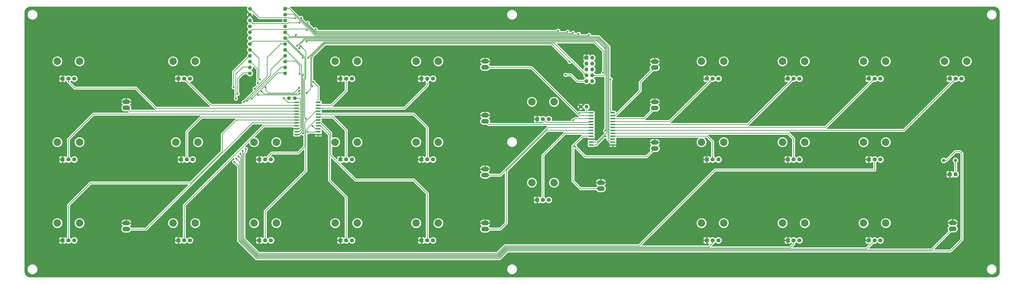
<source format=gbr>
%TF.GenerationSoftware,KiCad,Pcbnew,(5.1.7-0-10_14)*%
%TF.CreationDate,2021-05-20T13:51:09-03:00*%
%TF.ProjectId,MiniMood (tht),4d696e69-4d6f-46f6-9420-28746874292e,1*%
%TF.SameCoordinates,Original*%
%TF.FileFunction,Copper,L2,Bot*%
%TF.FilePolarity,Positive*%
%FSLAX46Y46*%
G04 Gerber Fmt 4.6, Leading zero omitted, Abs format (unit mm)*
G04 Created by KiCad (PCBNEW (5.1.7-0-10_14)) date 2021-05-20 13:51:09*
%MOMM*%
%LPD*%
G01*
G04 APERTURE LIST*
%TA.AperFunction,ComponentPad*%
%ADD10O,3.300000X2.000000*%
%TD*%
%TA.AperFunction,ComponentPad*%
%ADD11C,1.600000*%
%TD*%
%TA.AperFunction,ComponentPad*%
%ADD12R,1.600000X1.600000*%
%TD*%
%TA.AperFunction,ComponentPad*%
%ADD13R,1.800000X1.800000*%
%TD*%
%TA.AperFunction,ComponentPad*%
%ADD14C,1.800000*%
%TD*%
%TA.AperFunction,ComponentPad*%
%ADD15C,3.240000*%
%TD*%
%TA.AperFunction,ComponentPad*%
%ADD16O,1.700000X1.700000*%
%TD*%
%TA.AperFunction,ComponentPad*%
%ADD17R,1.700000X1.700000*%
%TD*%
%TA.AperFunction,ComponentPad*%
%ADD18O,1.400000X1.400000*%
%TD*%
%TA.AperFunction,ComponentPad*%
%ADD19C,1.400000*%
%TD*%
%TA.AperFunction,ViaPad*%
%ADD20C,0.800000*%
%TD*%
%TA.AperFunction,Conductor*%
%ADD21C,0.250000*%
%TD*%
%TA.AperFunction,Conductor*%
%ADD22C,0.254000*%
%TD*%
%TA.AperFunction,Conductor*%
%ADD23C,0.100000*%
%TD*%
G04 APERTURE END LIST*
D10*
%TO.P,SW1,2*%
%TO.N,/mux_10*%
X64550000Y-64290000D03*
%TO.P,SW1,1*%
%TO.N,GND*%
X64550000Y-61690000D03*
%TD*%
%TO.P,SW2,2*%
%TO.N,/mux_14*%
X64550000Y-116790000D03*
%TO.P,SW2,1*%
%TO.N,GND*%
X64550000Y-114190000D03*
%TD*%
%TO.P,SW3,2*%
%TO.N,/mux_8-2*%
X219550000Y-46790000D03*
%TO.P,SW3,1*%
%TO.N,GND*%
X219550000Y-44190000D03*
%TD*%
%TO.P,SW4,2*%
%TO.N,/mux_11-2*%
X219550000Y-70123333D03*
%TO.P,SW4,1*%
%TO.N,GND*%
X219550000Y-67523333D03*
%TD*%
%TO.P,SW5,2*%
%TO.N,/mux_12-2*%
X219550000Y-93456666D03*
%TO.P,SW5,1*%
%TO.N,GND*%
X219550000Y-90856666D03*
%TD*%
%TO.P,SW6,2*%
%TO.N,/mux_13-2*%
X219550000Y-116790000D03*
%TO.P,SW6,1*%
%TO.N,GND*%
X219550000Y-114190000D03*
%TD*%
%TO.P,SW7,2*%
%TO.N,/mux_15-2*%
X269550000Y-99290000D03*
%TO.P,SW7,1*%
%TO.N,GND*%
X269550000Y-96690000D03*
%TD*%
%TO.P,SW8,2*%
%TO.N,/mux_7-2*%
X292850000Y-46890000D03*
%TO.P,SW8,1*%
%TO.N,GND*%
X292850000Y-44290000D03*
%TD*%
%TO.P,SW9,2*%
%TO.N,/mux_6-2*%
X292850000Y-64390000D03*
%TO.P,SW9,1*%
%TO.N,GND*%
X292850000Y-61790000D03*
%TD*%
%TO.P,SW10,2*%
%TO.N,/mux_9-2*%
X292850000Y-81890000D03*
%TO.P,SW10,1*%
%TO.N,GND*%
X292850000Y-79290000D03*
%TD*%
%TO.P,SW11,2*%
%TO.N,/sw_1*%
X421550000Y-116690000D03*
%TO.P,SW11,1*%
%TO.N,GND*%
X421550000Y-114090000D03*
%TD*%
D11*
%TO.P,U3,24*%
%TO.N,/RAW*%
X117930000Y-21430000D03*
%TO.P,U3,23*%
%TO.N,GND*%
X117930000Y-23970000D03*
%TO.P,U3,22*%
%TO.N,/RST*%
X117930000Y-26510000D03*
%TO.P,U3,21*%
%TO.N,VCC*%
X117930000Y-29050000D03*
%TO.P,U3,20*%
%TO.N,/A3*%
X117930000Y-31590000D03*
%TO.P,U3,19*%
%TO.N,/A2*%
X117930000Y-34130000D03*
%TO.P,U3,18*%
%TO.N,/SIG_2*%
X117930000Y-36670000D03*
%TO.P,U3,17*%
%TO.N,/SIG_1*%
X117930000Y-39210000D03*
%TO.P,U3,16*%
%TO.N,/D15*%
X117930000Y-41750000D03*
%TO.P,U3,15*%
%TO.N,/D16*%
X117930000Y-44290000D03*
%TO.P,U3,14*%
%TO.N,/sw_1*%
X117930000Y-46830000D03*
%TO.P,U3,13*%
%TO.N,/led*%
X117930000Y-49370000D03*
%TO.P,U3,12*%
%TO.N,/pot_4*%
X133170000Y-49370000D03*
%TO.P,U3,11*%
%TO.N,/pot_3*%
X133170000Y-46830000D03*
%TO.P,U3,10*%
%TO.N,/S3*%
X133170000Y-44290000D03*
%TO.P,U3,9*%
%TO.N,/pot_2*%
X133170000Y-41750000D03*
%TO.P,U3,8*%
%TO.N,/S2*%
X133170000Y-39210000D03*
%TO.P,U3,7*%
%TO.N,/pot_1*%
X133170000Y-36670000D03*
%TO.P,U3,6*%
%TO.N,/S1*%
X133170000Y-34130000D03*
%TO.P,U3,5*%
%TO.N,/S0*%
X133170000Y-31590000D03*
%TO.P,U3,4*%
%TO.N,GND*%
X133170000Y-29050000D03*
%TO.P,U3,3*%
X133170000Y-26510000D03*
%TO.P,U3,2*%
%TO.N,/RX*%
X133170000Y-23970000D03*
D12*
%TO.P,U3,1*%
%TO.N,/TX*%
X133170000Y-21430000D03*
%TD*%
D13*
%TO.P,pot3,1*%
%TO.N,GND*%
X37050000Y-121690000D03*
D14*
%TO.P,pot3,2*%
%TO.N,/mux_13*%
X39550000Y-121690000D03*
%TO.P,pot3,3*%
%TO.N,VCC*%
X42050000Y-121690000D03*
D15*
%TO.P,pot3,*%
%TO.N,*%
X44350000Y-114190000D03*
X34750000Y-114190000D03*
%TD*%
D13*
%TO.P,pot2,1*%
%TO.N,GND*%
X37050000Y-86690000D03*
D14*
%TO.P,pot2,2*%
%TO.N,/mux_11*%
X39550000Y-86690000D03*
%TO.P,pot2,3*%
%TO.N,VCC*%
X42050000Y-86690000D03*
D15*
%TO.P,pot2,*%
%TO.N,*%
X44350000Y-79190000D03*
X34750000Y-79190000D03*
%TD*%
D13*
%TO.P,pot4,1*%
%TO.N,GND*%
X87050000Y-51690000D03*
D14*
%TO.P,pot4,2*%
%TO.N,/mux_8*%
X89550000Y-51690000D03*
%TO.P,pot4,3*%
%TO.N,VCC*%
X92050000Y-51690000D03*
D15*
%TO.P,pot4,*%
%TO.N,*%
X94350000Y-44190000D03*
X84750000Y-44190000D03*
%TD*%
D13*
%TO.P,pot5,1*%
%TO.N,GND*%
X88225001Y-86690000D03*
D14*
%TO.P,pot5,2*%
%TO.N,/mux_12*%
X90725001Y-86690000D03*
%TO.P,pot5,3*%
%TO.N,VCC*%
X93225001Y-86690000D03*
D15*
%TO.P,pot5,*%
%TO.N,*%
X95525001Y-79190000D03*
X85925001Y-79190000D03*
%TD*%
D13*
%TO.P,pot6,1*%
%TO.N,GND*%
X87050000Y-121690000D03*
D14*
%TO.P,pot6,2*%
%TO.N,/mux_15*%
X89550000Y-121690000D03*
%TO.P,pot6,3*%
%TO.N,VCC*%
X92050000Y-121690000D03*
D15*
%TO.P,pot6,*%
%TO.N,*%
X94350000Y-114190000D03*
X84750000Y-114190000D03*
%TD*%
D13*
%TO.P,pot7,1*%
%TO.N,GND*%
X122050000Y-86690000D03*
D14*
%TO.P,pot7,2*%
%TO.N,/mux_5*%
X124550000Y-86690000D03*
%TO.P,pot7,3*%
%TO.N,VCC*%
X127050000Y-86690000D03*
D15*
%TO.P,pot7,*%
%TO.N,*%
X129350000Y-79190000D03*
X119750000Y-79190000D03*
%TD*%
D13*
%TO.P,pot8,1*%
%TO.N,GND*%
X122050000Y-121690000D03*
D14*
%TO.P,pot8,2*%
%TO.N,/mux_2*%
X124550000Y-121690000D03*
%TO.P,pot8,3*%
%TO.N,VCC*%
X127050000Y-121690000D03*
D15*
%TO.P,pot8,*%
%TO.N,*%
X129350000Y-114190000D03*
X119750000Y-114190000D03*
%TD*%
D13*
%TO.P,pot9,1*%
%TO.N,GND*%
X157050000Y-51690000D03*
D14*
%TO.P,pot9,2*%
%TO.N,/mux_7*%
X159550000Y-51690000D03*
%TO.P,pot9,3*%
%TO.N,VCC*%
X162050000Y-51690000D03*
D15*
%TO.P,pot9,*%
%TO.N,*%
X164350000Y-44190000D03*
X154750000Y-44190000D03*
%TD*%
D13*
%TO.P,pot10,1*%
%TO.N,GND*%
X157050000Y-86690000D03*
D14*
%TO.P,pot10,2*%
%TO.N,/mux_3*%
X159550000Y-86690000D03*
%TO.P,pot10,3*%
%TO.N,VCC*%
X162050000Y-86690000D03*
D15*
%TO.P,pot10,*%
%TO.N,*%
X164350000Y-79190000D03*
X154750000Y-79190000D03*
%TD*%
D13*
%TO.P,pot11,1*%
%TO.N,GND*%
X157050000Y-121690000D03*
D14*
%TO.P,pot11,2*%
%TO.N,/mux_0*%
X159550000Y-121690000D03*
%TO.P,pot11,3*%
%TO.N,VCC*%
X162050000Y-121690000D03*
D15*
%TO.P,pot11,*%
%TO.N,*%
X164350000Y-114190000D03*
X154750000Y-114190000D03*
%TD*%
D13*
%TO.P,pot12,1*%
%TO.N,GND*%
X192050000Y-51690000D03*
D14*
%TO.P,pot12,2*%
%TO.N,/mux_6*%
X194550000Y-51690000D03*
%TO.P,pot12,3*%
%TO.N,VCC*%
X197050000Y-51690000D03*
D15*
%TO.P,pot12,*%
%TO.N,*%
X199350000Y-44190000D03*
X189750000Y-44190000D03*
%TD*%
D13*
%TO.P,pot13,1*%
%TO.N,GND*%
X192050000Y-86690000D03*
D14*
%TO.P,pot13,2*%
%TO.N,/mux_4*%
X194550000Y-86690000D03*
%TO.P,pot13,3*%
%TO.N,VCC*%
X197050000Y-86690000D03*
D15*
%TO.P,pot13,*%
%TO.N,*%
X199350000Y-79190000D03*
X189750000Y-79190000D03*
%TD*%
D13*
%TO.P,pot14,1*%
%TO.N,GND*%
X192050000Y-121690000D03*
D14*
%TO.P,pot14,2*%
%TO.N,/mux_1*%
X194550000Y-121690000D03*
%TO.P,pot14,3*%
%TO.N,VCC*%
X197050000Y-121690000D03*
D15*
%TO.P,pot14,*%
%TO.N,*%
X199350000Y-114190000D03*
X189750000Y-114190000D03*
%TD*%
D13*
%TO.P,pot15,1*%
%TO.N,GND*%
X242050000Y-69190000D03*
D14*
%TO.P,pot15,2*%
%TO.N,/mux_10-2*%
X244550000Y-69190000D03*
%TO.P,pot15,3*%
%TO.N,VCC*%
X247050000Y-69190000D03*
D15*
%TO.P,pot15,*%
%TO.N,*%
X249350000Y-61690000D03*
X239750000Y-61690000D03*
%TD*%
D13*
%TO.P,pot16,1*%
%TO.N,GND*%
X242050000Y-104190000D03*
D14*
%TO.P,pot16,2*%
%TO.N,/mux_14-2*%
X244550000Y-104190000D03*
%TO.P,pot16,3*%
%TO.N,VCC*%
X247050000Y-104190000D03*
D15*
%TO.P,pot16,*%
%TO.N,*%
X249350000Y-96690000D03*
X239750000Y-96690000D03*
%TD*%
D13*
%TO.P,pot17,1*%
%TO.N,GND*%
X315350000Y-51690000D03*
D14*
%TO.P,pot17,2*%
%TO.N,/mux_5-2*%
X317850000Y-51690000D03*
%TO.P,pot17,3*%
%TO.N,VCC*%
X320350000Y-51690000D03*
D15*
%TO.P,pot17,*%
%TO.N,*%
X322650000Y-44190000D03*
X313050000Y-44190000D03*
%TD*%
D13*
%TO.P,pot18,1*%
%TO.N,GND*%
X315350000Y-86690000D03*
D14*
%TO.P,pot18,2*%
%TO.N,/mux_0-2*%
X317850000Y-86690000D03*
%TO.P,pot18,3*%
%TO.N,VCC*%
X320350000Y-86690000D03*
D15*
%TO.P,pot18,*%
%TO.N,*%
X322650000Y-79190000D03*
X313050000Y-79190000D03*
%TD*%
D13*
%TO.P,pot19,1*%
%TO.N,GND*%
X315350000Y-121690000D03*
D14*
%TO.P,pot19,2*%
%TO.N,/pot_2*%
X317850000Y-121690000D03*
%TO.P,pot19,3*%
%TO.N,VCC*%
X320350000Y-121690000D03*
D15*
%TO.P,pot19,*%
%TO.N,*%
X322650000Y-114190000D03*
X313050000Y-114190000D03*
%TD*%
D13*
%TO.P,pot20,1*%
%TO.N,GND*%
X350350000Y-51690000D03*
D14*
%TO.P,pot20,2*%
%TO.N,/mux_4-2*%
X352850000Y-51690000D03*
%TO.P,pot20,3*%
%TO.N,VCC*%
X355350000Y-51690000D03*
D15*
%TO.P,pot20,*%
%TO.N,*%
X357650000Y-44190000D03*
X348050000Y-44190000D03*
%TD*%
D13*
%TO.P,pot21,1*%
%TO.N,GND*%
X350350000Y-86690000D03*
D14*
%TO.P,pot21,2*%
%TO.N,/mux_1-2*%
X352850000Y-86690000D03*
%TO.P,pot21,3*%
%TO.N,VCC*%
X355350000Y-86690000D03*
D15*
%TO.P,pot21,*%
%TO.N,*%
X357650000Y-79190000D03*
X348050000Y-79190000D03*
%TD*%
D13*
%TO.P,pot22,1*%
%TO.N,GND*%
X350350000Y-121690000D03*
D14*
%TO.P,pot22,2*%
%TO.N,/pot_3*%
X352850000Y-121690000D03*
%TO.P,pot22,3*%
%TO.N,VCC*%
X355350000Y-121690000D03*
D15*
%TO.P,pot22,*%
%TO.N,*%
X357650000Y-114190000D03*
X348050000Y-114190000D03*
%TD*%
D13*
%TO.P,pot23,1*%
%TO.N,GND*%
X385350000Y-51690000D03*
D14*
%TO.P,pot23,2*%
%TO.N,/mux_3-2*%
X387850000Y-51690000D03*
%TO.P,pot23,3*%
%TO.N,VCC*%
X390350000Y-51690000D03*
D15*
%TO.P,pot23,*%
%TO.N,*%
X392650000Y-44190000D03*
X383050000Y-44190000D03*
%TD*%
D13*
%TO.P,pot24,1*%
%TO.N,GND*%
X385350000Y-86690000D03*
D14*
%TO.P,pot24,2*%
%TO.N,/pot_1*%
X387850000Y-86690000D03*
%TO.P,pot24,3*%
%TO.N,VCC*%
X390350000Y-86690000D03*
D15*
%TO.P,pot24,*%
%TO.N,*%
X392650000Y-79190000D03*
X383050000Y-79190000D03*
%TD*%
D13*
%TO.P,pot25,1*%
%TO.N,GND*%
X385350000Y-121690000D03*
D14*
%TO.P,pot25,2*%
%TO.N,/pot_4*%
X387850000Y-121690000D03*
%TO.P,pot25,3*%
%TO.N,VCC*%
X390350000Y-121690000D03*
D15*
%TO.P,pot25,*%
%TO.N,*%
X392650000Y-114190000D03*
X383050000Y-114190000D03*
%TD*%
D13*
%TO.P,pot26,1*%
%TO.N,GND*%
X420350000Y-51690000D03*
D14*
%TO.P,pot26,2*%
%TO.N,/mux_2-2*%
X422850000Y-51690000D03*
%TO.P,pot26,3*%
%TO.N,VCC*%
X425350000Y-51690000D03*
D15*
%TO.P,pot26,*%
%TO.N,*%
X427650000Y-44190000D03*
X418050000Y-44190000D03*
%TD*%
D13*
%TO.P,pot1,1*%
%TO.N,GND*%
X37050000Y-51690000D03*
D14*
%TO.P,pot1,2*%
%TO.N,/mux_9*%
X39550000Y-51690000D03*
%TO.P,pot1,3*%
%TO.N,VCC*%
X42050000Y-51690000D03*
D15*
%TO.P,pot1,*%
%TO.N,*%
X44350000Y-44190000D03*
X34750000Y-44190000D03*
%TD*%
D14*
%TO.P,D1,2*%
%TO.N,Net-(D1-Pad2)*%
X422815000Y-93090000D03*
D13*
%TO.P,D1,1*%
%TO.N,GND*%
X420275000Y-93090000D03*
%TD*%
%TO.P,4067_1,24*%
%TO.N,VCC*%
%TA.AperFunction,SMDPad,CuDef*%
G36*
G01*
X139175000Y-61805000D02*
X139175000Y-62105000D01*
G75*
G02*
X139025000Y-62255000I-150000J0D01*
G01*
X137275000Y-62255000D01*
G75*
G02*
X137125000Y-62105000I0J150000D01*
G01*
X137125000Y-61805000D01*
G75*
G02*
X137275000Y-61655000I150000J0D01*
G01*
X139025000Y-61655000D01*
G75*
G02*
X139175000Y-61805000I0J-150000D01*
G01*
G37*
%TD.AperFunction*%
%TO.P,4067_1,23*%
%TO.N,/mux_8*%
%TA.AperFunction,SMDPad,CuDef*%
G36*
G01*
X139175000Y-63075000D02*
X139175000Y-63375000D01*
G75*
G02*
X139025000Y-63525000I-150000J0D01*
G01*
X137275000Y-63525000D01*
G75*
G02*
X137125000Y-63375000I0J150000D01*
G01*
X137125000Y-63075000D01*
G75*
G02*
X137275000Y-62925000I150000J0D01*
G01*
X139025000Y-62925000D01*
G75*
G02*
X139175000Y-63075000I0J-150000D01*
G01*
G37*
%TD.AperFunction*%
%TO.P,4067_1,22*%
%TO.N,/mux_9*%
%TA.AperFunction,SMDPad,CuDef*%
G36*
G01*
X139175000Y-64345000D02*
X139175000Y-64645000D01*
G75*
G02*
X139025000Y-64795000I-150000J0D01*
G01*
X137275000Y-64795000D01*
G75*
G02*
X137125000Y-64645000I0J150000D01*
G01*
X137125000Y-64345000D01*
G75*
G02*
X137275000Y-64195000I150000J0D01*
G01*
X139025000Y-64195000D01*
G75*
G02*
X139175000Y-64345000I0J-150000D01*
G01*
G37*
%TD.AperFunction*%
%TO.P,4067_1,21*%
%TO.N,/mux_10*%
%TA.AperFunction,SMDPad,CuDef*%
G36*
G01*
X139175000Y-65615000D02*
X139175000Y-65915000D01*
G75*
G02*
X139025000Y-66065000I-150000J0D01*
G01*
X137275000Y-66065000D01*
G75*
G02*
X137125000Y-65915000I0J150000D01*
G01*
X137125000Y-65615000D01*
G75*
G02*
X137275000Y-65465000I150000J0D01*
G01*
X139025000Y-65465000D01*
G75*
G02*
X139175000Y-65615000I0J-150000D01*
G01*
G37*
%TD.AperFunction*%
%TO.P,4067_1,20*%
%TO.N,/mux_11*%
%TA.AperFunction,SMDPad,CuDef*%
G36*
G01*
X139175000Y-66885000D02*
X139175000Y-67185000D01*
G75*
G02*
X139025000Y-67335000I-150000J0D01*
G01*
X137275000Y-67335000D01*
G75*
G02*
X137125000Y-67185000I0J150000D01*
G01*
X137125000Y-66885000D01*
G75*
G02*
X137275000Y-66735000I150000J0D01*
G01*
X139025000Y-66735000D01*
G75*
G02*
X139175000Y-66885000I0J-150000D01*
G01*
G37*
%TD.AperFunction*%
%TO.P,4067_1,19*%
%TO.N,/mux_12*%
%TA.AperFunction,SMDPad,CuDef*%
G36*
G01*
X139175000Y-68155000D02*
X139175000Y-68455000D01*
G75*
G02*
X139025000Y-68605000I-150000J0D01*
G01*
X137275000Y-68605000D01*
G75*
G02*
X137125000Y-68455000I0J150000D01*
G01*
X137125000Y-68155000D01*
G75*
G02*
X137275000Y-68005000I150000J0D01*
G01*
X139025000Y-68005000D01*
G75*
G02*
X139175000Y-68155000I0J-150000D01*
G01*
G37*
%TD.AperFunction*%
%TO.P,4067_1,18*%
%TO.N,/mux_13*%
%TA.AperFunction,SMDPad,CuDef*%
G36*
G01*
X139175000Y-69425000D02*
X139175000Y-69725000D01*
G75*
G02*
X139025000Y-69875000I-150000J0D01*
G01*
X137275000Y-69875000D01*
G75*
G02*
X137125000Y-69725000I0J150000D01*
G01*
X137125000Y-69425000D01*
G75*
G02*
X137275000Y-69275000I150000J0D01*
G01*
X139025000Y-69275000D01*
G75*
G02*
X139175000Y-69425000I0J-150000D01*
G01*
G37*
%TD.AperFunction*%
%TO.P,4067_1,17*%
%TO.N,/mux_14*%
%TA.AperFunction,SMDPad,CuDef*%
G36*
G01*
X139175000Y-70695000D02*
X139175000Y-70995000D01*
G75*
G02*
X139025000Y-71145000I-150000J0D01*
G01*
X137275000Y-71145000D01*
G75*
G02*
X137125000Y-70995000I0J150000D01*
G01*
X137125000Y-70695000D01*
G75*
G02*
X137275000Y-70545000I150000J0D01*
G01*
X139025000Y-70545000D01*
G75*
G02*
X139175000Y-70695000I0J-150000D01*
G01*
G37*
%TD.AperFunction*%
%TO.P,4067_1,16*%
%TO.N,/mux_15*%
%TA.AperFunction,SMDPad,CuDef*%
G36*
G01*
X139175000Y-71965000D02*
X139175000Y-72265000D01*
G75*
G02*
X139025000Y-72415000I-150000J0D01*
G01*
X137275000Y-72415000D01*
G75*
G02*
X137125000Y-72265000I0J150000D01*
G01*
X137125000Y-71965000D01*
G75*
G02*
X137275000Y-71815000I150000J0D01*
G01*
X139025000Y-71815000D01*
G75*
G02*
X139175000Y-71965000I0J-150000D01*
G01*
G37*
%TD.AperFunction*%
%TO.P,4067_1,15*%
%TO.N,GND*%
%TA.AperFunction,SMDPad,CuDef*%
G36*
G01*
X139175000Y-73235000D02*
X139175000Y-73535000D01*
G75*
G02*
X139025000Y-73685000I-150000J0D01*
G01*
X137275000Y-73685000D01*
G75*
G02*
X137125000Y-73535000I0J150000D01*
G01*
X137125000Y-73235000D01*
G75*
G02*
X137275000Y-73085000I150000J0D01*
G01*
X139025000Y-73085000D01*
G75*
G02*
X139175000Y-73235000I0J-150000D01*
G01*
G37*
%TD.AperFunction*%
%TO.P,4067_1,14*%
%TO.N,/S2*%
%TA.AperFunction,SMDPad,CuDef*%
G36*
G01*
X139175000Y-74505000D02*
X139175000Y-74805000D01*
G75*
G02*
X139025000Y-74955000I-150000J0D01*
G01*
X137275000Y-74955000D01*
G75*
G02*
X137125000Y-74805000I0J150000D01*
G01*
X137125000Y-74505000D01*
G75*
G02*
X137275000Y-74355000I150000J0D01*
G01*
X139025000Y-74355000D01*
G75*
G02*
X139175000Y-74505000I0J-150000D01*
G01*
G37*
%TD.AperFunction*%
%TO.P,4067_1,13*%
%TO.N,/S3*%
%TA.AperFunction,SMDPad,CuDef*%
G36*
G01*
X139175000Y-75775000D02*
X139175000Y-76075000D01*
G75*
G02*
X139025000Y-76225000I-150000J0D01*
G01*
X137275000Y-76225000D01*
G75*
G02*
X137125000Y-76075000I0J150000D01*
G01*
X137125000Y-75775000D01*
G75*
G02*
X137275000Y-75625000I150000J0D01*
G01*
X139025000Y-75625000D01*
G75*
G02*
X139175000Y-75775000I0J-150000D01*
G01*
G37*
%TD.AperFunction*%
%TO.P,4067_1,12*%
%TO.N,GND*%
%TA.AperFunction,SMDPad,CuDef*%
G36*
G01*
X148475000Y-75775000D02*
X148475000Y-76075000D01*
G75*
G02*
X148325000Y-76225000I-150000J0D01*
G01*
X146575000Y-76225000D01*
G75*
G02*
X146425000Y-76075000I0J150000D01*
G01*
X146425000Y-75775000D01*
G75*
G02*
X146575000Y-75625000I150000J0D01*
G01*
X148325000Y-75625000D01*
G75*
G02*
X148475000Y-75775000I0J-150000D01*
G01*
G37*
%TD.AperFunction*%
%TO.P,4067_1,11*%
%TO.N,/S1*%
%TA.AperFunction,SMDPad,CuDef*%
G36*
G01*
X148475000Y-74505000D02*
X148475000Y-74805000D01*
G75*
G02*
X148325000Y-74955000I-150000J0D01*
G01*
X146575000Y-74955000D01*
G75*
G02*
X146425000Y-74805000I0J150000D01*
G01*
X146425000Y-74505000D01*
G75*
G02*
X146575000Y-74355000I150000J0D01*
G01*
X148325000Y-74355000D01*
G75*
G02*
X148475000Y-74505000I0J-150000D01*
G01*
G37*
%TD.AperFunction*%
%TO.P,4067_1,10*%
%TO.N,/S0*%
%TA.AperFunction,SMDPad,CuDef*%
G36*
G01*
X148475000Y-73235000D02*
X148475000Y-73535000D01*
G75*
G02*
X148325000Y-73685000I-150000J0D01*
G01*
X146575000Y-73685000D01*
G75*
G02*
X146425000Y-73535000I0J150000D01*
G01*
X146425000Y-73235000D01*
G75*
G02*
X146575000Y-73085000I150000J0D01*
G01*
X148325000Y-73085000D01*
G75*
G02*
X148475000Y-73235000I0J-150000D01*
G01*
G37*
%TD.AperFunction*%
%TO.P,4067_1,9*%
%TO.N,/mux_0*%
%TA.AperFunction,SMDPad,CuDef*%
G36*
G01*
X148475000Y-71965000D02*
X148475000Y-72265000D01*
G75*
G02*
X148325000Y-72415000I-150000J0D01*
G01*
X146575000Y-72415000D01*
G75*
G02*
X146425000Y-72265000I0J150000D01*
G01*
X146425000Y-71965000D01*
G75*
G02*
X146575000Y-71815000I150000J0D01*
G01*
X148325000Y-71815000D01*
G75*
G02*
X148475000Y-71965000I0J-150000D01*
G01*
G37*
%TD.AperFunction*%
%TO.P,4067_1,8*%
%TO.N,/mux_1*%
%TA.AperFunction,SMDPad,CuDef*%
G36*
G01*
X148475000Y-70695000D02*
X148475000Y-70995000D01*
G75*
G02*
X148325000Y-71145000I-150000J0D01*
G01*
X146575000Y-71145000D01*
G75*
G02*
X146425000Y-70995000I0J150000D01*
G01*
X146425000Y-70695000D01*
G75*
G02*
X146575000Y-70545000I150000J0D01*
G01*
X148325000Y-70545000D01*
G75*
G02*
X148475000Y-70695000I0J-150000D01*
G01*
G37*
%TD.AperFunction*%
%TO.P,4067_1,7*%
%TO.N,/mux_2*%
%TA.AperFunction,SMDPad,CuDef*%
G36*
G01*
X148475000Y-69425000D02*
X148475000Y-69725000D01*
G75*
G02*
X148325000Y-69875000I-150000J0D01*
G01*
X146575000Y-69875000D01*
G75*
G02*
X146425000Y-69725000I0J150000D01*
G01*
X146425000Y-69425000D01*
G75*
G02*
X146575000Y-69275000I150000J0D01*
G01*
X148325000Y-69275000D01*
G75*
G02*
X148475000Y-69425000I0J-150000D01*
G01*
G37*
%TD.AperFunction*%
%TO.P,4067_1,6*%
%TO.N,/mux_3*%
%TA.AperFunction,SMDPad,CuDef*%
G36*
G01*
X148475000Y-68155000D02*
X148475000Y-68455000D01*
G75*
G02*
X148325000Y-68605000I-150000J0D01*
G01*
X146575000Y-68605000D01*
G75*
G02*
X146425000Y-68455000I0J150000D01*
G01*
X146425000Y-68155000D01*
G75*
G02*
X146575000Y-68005000I150000J0D01*
G01*
X148325000Y-68005000D01*
G75*
G02*
X148475000Y-68155000I0J-150000D01*
G01*
G37*
%TD.AperFunction*%
%TO.P,4067_1,5*%
%TO.N,/mux_4*%
%TA.AperFunction,SMDPad,CuDef*%
G36*
G01*
X148475000Y-66885000D02*
X148475000Y-67185000D01*
G75*
G02*
X148325000Y-67335000I-150000J0D01*
G01*
X146575000Y-67335000D01*
G75*
G02*
X146425000Y-67185000I0J150000D01*
G01*
X146425000Y-66885000D01*
G75*
G02*
X146575000Y-66735000I150000J0D01*
G01*
X148325000Y-66735000D01*
G75*
G02*
X148475000Y-66885000I0J-150000D01*
G01*
G37*
%TD.AperFunction*%
%TO.P,4067_1,4*%
%TO.N,/mux_5*%
%TA.AperFunction,SMDPad,CuDef*%
G36*
G01*
X148475000Y-65615000D02*
X148475000Y-65915000D01*
G75*
G02*
X148325000Y-66065000I-150000J0D01*
G01*
X146575000Y-66065000D01*
G75*
G02*
X146425000Y-65915000I0J150000D01*
G01*
X146425000Y-65615000D01*
G75*
G02*
X146575000Y-65465000I150000J0D01*
G01*
X148325000Y-65465000D01*
G75*
G02*
X148475000Y-65615000I0J-150000D01*
G01*
G37*
%TD.AperFunction*%
%TO.P,4067_1,3*%
%TO.N,/mux_6*%
%TA.AperFunction,SMDPad,CuDef*%
G36*
G01*
X148475000Y-64345000D02*
X148475000Y-64645000D01*
G75*
G02*
X148325000Y-64795000I-150000J0D01*
G01*
X146575000Y-64795000D01*
G75*
G02*
X146425000Y-64645000I0J150000D01*
G01*
X146425000Y-64345000D01*
G75*
G02*
X146575000Y-64195000I150000J0D01*
G01*
X148325000Y-64195000D01*
G75*
G02*
X148475000Y-64345000I0J-150000D01*
G01*
G37*
%TD.AperFunction*%
%TO.P,4067_1,2*%
%TO.N,/mux_7*%
%TA.AperFunction,SMDPad,CuDef*%
G36*
G01*
X148475000Y-63075000D02*
X148475000Y-63375000D01*
G75*
G02*
X148325000Y-63525000I-150000J0D01*
G01*
X146575000Y-63525000D01*
G75*
G02*
X146425000Y-63375000I0J150000D01*
G01*
X146425000Y-63075000D01*
G75*
G02*
X146575000Y-62925000I150000J0D01*
G01*
X148325000Y-62925000D01*
G75*
G02*
X148475000Y-63075000I0J-150000D01*
G01*
G37*
%TD.AperFunction*%
%TO.P,4067_1,1*%
%TO.N,/SIG_1*%
%TA.AperFunction,SMDPad,CuDef*%
G36*
G01*
X148475000Y-61805000D02*
X148475000Y-62105000D01*
G75*
G02*
X148325000Y-62255000I-150000J0D01*
G01*
X146575000Y-62255000D01*
G75*
G02*
X146425000Y-62105000I0J150000D01*
G01*
X146425000Y-61805000D01*
G75*
G02*
X146575000Y-61655000I150000J0D01*
G01*
X148325000Y-61655000D01*
G75*
G02*
X148475000Y-61805000I0J-150000D01*
G01*
G37*
%TD.AperFunction*%
%TD*%
%TO.P,4067_2,24*%
%TO.N,VCC*%
%TA.AperFunction,SMDPad,CuDef*%
G36*
G01*
X266425000Y-66305000D02*
X266425000Y-66605000D01*
G75*
G02*
X266275000Y-66755000I-150000J0D01*
G01*
X264525000Y-66755000D01*
G75*
G02*
X264375000Y-66605000I0J150000D01*
G01*
X264375000Y-66305000D01*
G75*
G02*
X264525000Y-66155000I150000J0D01*
G01*
X266275000Y-66155000D01*
G75*
G02*
X266425000Y-66305000I0J-150000D01*
G01*
G37*
%TD.AperFunction*%
%TO.P,4067_2,23*%
%TO.N,/mux_8-2*%
%TA.AperFunction,SMDPad,CuDef*%
G36*
G01*
X266425000Y-67575000D02*
X266425000Y-67875000D01*
G75*
G02*
X266275000Y-68025000I-150000J0D01*
G01*
X264525000Y-68025000D01*
G75*
G02*
X264375000Y-67875000I0J150000D01*
G01*
X264375000Y-67575000D01*
G75*
G02*
X264525000Y-67425000I150000J0D01*
G01*
X266275000Y-67425000D01*
G75*
G02*
X266425000Y-67575000I0J-150000D01*
G01*
G37*
%TD.AperFunction*%
%TO.P,4067_2,22*%
%TO.N,/mux_9-2*%
%TA.AperFunction,SMDPad,CuDef*%
G36*
G01*
X266425000Y-68845000D02*
X266425000Y-69145000D01*
G75*
G02*
X266275000Y-69295000I-150000J0D01*
G01*
X264525000Y-69295000D01*
G75*
G02*
X264375000Y-69145000I0J150000D01*
G01*
X264375000Y-68845000D01*
G75*
G02*
X264525000Y-68695000I150000J0D01*
G01*
X266275000Y-68695000D01*
G75*
G02*
X266425000Y-68845000I0J-150000D01*
G01*
G37*
%TD.AperFunction*%
%TO.P,4067_2,21*%
%TO.N,/mux_10-2*%
%TA.AperFunction,SMDPad,CuDef*%
G36*
G01*
X266425000Y-70115000D02*
X266425000Y-70415000D01*
G75*
G02*
X266275000Y-70565000I-150000J0D01*
G01*
X264525000Y-70565000D01*
G75*
G02*
X264375000Y-70415000I0J150000D01*
G01*
X264375000Y-70115000D01*
G75*
G02*
X264525000Y-69965000I150000J0D01*
G01*
X266275000Y-69965000D01*
G75*
G02*
X266425000Y-70115000I0J-150000D01*
G01*
G37*
%TD.AperFunction*%
%TO.P,4067_2,20*%
%TO.N,/mux_11-2*%
%TA.AperFunction,SMDPad,CuDef*%
G36*
G01*
X266425000Y-71385000D02*
X266425000Y-71685000D01*
G75*
G02*
X266275000Y-71835000I-150000J0D01*
G01*
X264525000Y-71835000D01*
G75*
G02*
X264375000Y-71685000I0J150000D01*
G01*
X264375000Y-71385000D01*
G75*
G02*
X264525000Y-71235000I150000J0D01*
G01*
X266275000Y-71235000D01*
G75*
G02*
X266425000Y-71385000I0J-150000D01*
G01*
G37*
%TD.AperFunction*%
%TO.P,4067_2,19*%
%TO.N,/mux_12-2*%
%TA.AperFunction,SMDPad,CuDef*%
G36*
G01*
X266425000Y-72655000D02*
X266425000Y-72955000D01*
G75*
G02*
X266275000Y-73105000I-150000J0D01*
G01*
X264525000Y-73105000D01*
G75*
G02*
X264375000Y-72955000I0J150000D01*
G01*
X264375000Y-72655000D01*
G75*
G02*
X264525000Y-72505000I150000J0D01*
G01*
X266275000Y-72505000D01*
G75*
G02*
X266425000Y-72655000I0J-150000D01*
G01*
G37*
%TD.AperFunction*%
%TO.P,4067_2,18*%
%TO.N,/mux_13-2*%
%TA.AperFunction,SMDPad,CuDef*%
G36*
G01*
X266425000Y-73925000D02*
X266425000Y-74225000D01*
G75*
G02*
X266275000Y-74375000I-150000J0D01*
G01*
X264525000Y-74375000D01*
G75*
G02*
X264375000Y-74225000I0J150000D01*
G01*
X264375000Y-73925000D01*
G75*
G02*
X264525000Y-73775000I150000J0D01*
G01*
X266275000Y-73775000D01*
G75*
G02*
X266425000Y-73925000I0J-150000D01*
G01*
G37*
%TD.AperFunction*%
%TO.P,4067_2,17*%
%TO.N,/mux_14-2*%
%TA.AperFunction,SMDPad,CuDef*%
G36*
G01*
X266425000Y-75195000D02*
X266425000Y-75495000D01*
G75*
G02*
X266275000Y-75645000I-150000J0D01*
G01*
X264525000Y-75645000D01*
G75*
G02*
X264375000Y-75495000I0J150000D01*
G01*
X264375000Y-75195000D01*
G75*
G02*
X264525000Y-75045000I150000J0D01*
G01*
X266275000Y-75045000D01*
G75*
G02*
X266425000Y-75195000I0J-150000D01*
G01*
G37*
%TD.AperFunction*%
%TO.P,4067_2,16*%
%TO.N,/mux_15-2*%
%TA.AperFunction,SMDPad,CuDef*%
G36*
G01*
X266425000Y-76465000D02*
X266425000Y-76765000D01*
G75*
G02*
X266275000Y-76915000I-150000J0D01*
G01*
X264525000Y-76915000D01*
G75*
G02*
X264375000Y-76765000I0J150000D01*
G01*
X264375000Y-76465000D01*
G75*
G02*
X264525000Y-76315000I150000J0D01*
G01*
X266275000Y-76315000D01*
G75*
G02*
X266425000Y-76465000I0J-150000D01*
G01*
G37*
%TD.AperFunction*%
%TO.P,4067_2,15*%
%TO.N,GND*%
%TA.AperFunction,SMDPad,CuDef*%
G36*
G01*
X266425000Y-77735000D02*
X266425000Y-78035000D01*
G75*
G02*
X266275000Y-78185000I-150000J0D01*
G01*
X264525000Y-78185000D01*
G75*
G02*
X264375000Y-78035000I0J150000D01*
G01*
X264375000Y-77735000D01*
G75*
G02*
X264525000Y-77585000I150000J0D01*
G01*
X266275000Y-77585000D01*
G75*
G02*
X266425000Y-77735000I0J-150000D01*
G01*
G37*
%TD.AperFunction*%
%TO.P,4067_2,14*%
%TO.N,/S2*%
%TA.AperFunction,SMDPad,CuDef*%
G36*
G01*
X266425000Y-79005000D02*
X266425000Y-79305000D01*
G75*
G02*
X266275000Y-79455000I-150000J0D01*
G01*
X264525000Y-79455000D01*
G75*
G02*
X264375000Y-79305000I0J150000D01*
G01*
X264375000Y-79005000D01*
G75*
G02*
X264525000Y-78855000I150000J0D01*
G01*
X266275000Y-78855000D01*
G75*
G02*
X266425000Y-79005000I0J-150000D01*
G01*
G37*
%TD.AperFunction*%
%TO.P,4067_2,13*%
%TO.N,/S3*%
%TA.AperFunction,SMDPad,CuDef*%
G36*
G01*
X266425000Y-80275000D02*
X266425000Y-80575000D01*
G75*
G02*
X266275000Y-80725000I-150000J0D01*
G01*
X264525000Y-80725000D01*
G75*
G02*
X264375000Y-80575000I0J150000D01*
G01*
X264375000Y-80275000D01*
G75*
G02*
X264525000Y-80125000I150000J0D01*
G01*
X266275000Y-80125000D01*
G75*
G02*
X266425000Y-80275000I0J-150000D01*
G01*
G37*
%TD.AperFunction*%
%TO.P,4067_2,12*%
%TO.N,GND*%
%TA.AperFunction,SMDPad,CuDef*%
G36*
G01*
X275725000Y-80275000D02*
X275725000Y-80575000D01*
G75*
G02*
X275575000Y-80725000I-150000J0D01*
G01*
X273825000Y-80725000D01*
G75*
G02*
X273675000Y-80575000I0J150000D01*
G01*
X273675000Y-80275000D01*
G75*
G02*
X273825000Y-80125000I150000J0D01*
G01*
X275575000Y-80125000D01*
G75*
G02*
X275725000Y-80275000I0J-150000D01*
G01*
G37*
%TD.AperFunction*%
%TO.P,4067_2,11*%
%TO.N,/S1*%
%TA.AperFunction,SMDPad,CuDef*%
G36*
G01*
X275725000Y-79005000D02*
X275725000Y-79305000D01*
G75*
G02*
X275575000Y-79455000I-150000J0D01*
G01*
X273825000Y-79455000D01*
G75*
G02*
X273675000Y-79305000I0J150000D01*
G01*
X273675000Y-79005000D01*
G75*
G02*
X273825000Y-78855000I150000J0D01*
G01*
X275575000Y-78855000D01*
G75*
G02*
X275725000Y-79005000I0J-150000D01*
G01*
G37*
%TD.AperFunction*%
%TO.P,4067_2,10*%
%TO.N,/S0*%
%TA.AperFunction,SMDPad,CuDef*%
G36*
G01*
X275725000Y-77735000D02*
X275725000Y-78035000D01*
G75*
G02*
X275575000Y-78185000I-150000J0D01*
G01*
X273825000Y-78185000D01*
G75*
G02*
X273675000Y-78035000I0J150000D01*
G01*
X273675000Y-77735000D01*
G75*
G02*
X273825000Y-77585000I150000J0D01*
G01*
X275575000Y-77585000D01*
G75*
G02*
X275725000Y-77735000I0J-150000D01*
G01*
G37*
%TD.AperFunction*%
%TO.P,4067_2,9*%
%TO.N,/mux_0-2*%
%TA.AperFunction,SMDPad,CuDef*%
G36*
G01*
X275725000Y-76465000D02*
X275725000Y-76765000D01*
G75*
G02*
X275575000Y-76915000I-150000J0D01*
G01*
X273825000Y-76915000D01*
G75*
G02*
X273675000Y-76765000I0J150000D01*
G01*
X273675000Y-76465000D01*
G75*
G02*
X273825000Y-76315000I150000J0D01*
G01*
X275575000Y-76315000D01*
G75*
G02*
X275725000Y-76465000I0J-150000D01*
G01*
G37*
%TD.AperFunction*%
%TO.P,4067_2,8*%
%TO.N,/mux_1-2*%
%TA.AperFunction,SMDPad,CuDef*%
G36*
G01*
X275725000Y-75195000D02*
X275725000Y-75495000D01*
G75*
G02*
X275575000Y-75645000I-150000J0D01*
G01*
X273825000Y-75645000D01*
G75*
G02*
X273675000Y-75495000I0J150000D01*
G01*
X273675000Y-75195000D01*
G75*
G02*
X273825000Y-75045000I150000J0D01*
G01*
X275575000Y-75045000D01*
G75*
G02*
X275725000Y-75195000I0J-150000D01*
G01*
G37*
%TD.AperFunction*%
%TO.P,4067_2,7*%
%TO.N,/mux_2-2*%
%TA.AperFunction,SMDPad,CuDef*%
G36*
G01*
X275725000Y-73925000D02*
X275725000Y-74225000D01*
G75*
G02*
X275575000Y-74375000I-150000J0D01*
G01*
X273825000Y-74375000D01*
G75*
G02*
X273675000Y-74225000I0J150000D01*
G01*
X273675000Y-73925000D01*
G75*
G02*
X273825000Y-73775000I150000J0D01*
G01*
X275575000Y-73775000D01*
G75*
G02*
X275725000Y-73925000I0J-150000D01*
G01*
G37*
%TD.AperFunction*%
%TO.P,4067_2,6*%
%TO.N,/mux_3-2*%
%TA.AperFunction,SMDPad,CuDef*%
G36*
G01*
X275725000Y-72655000D02*
X275725000Y-72955000D01*
G75*
G02*
X275575000Y-73105000I-150000J0D01*
G01*
X273825000Y-73105000D01*
G75*
G02*
X273675000Y-72955000I0J150000D01*
G01*
X273675000Y-72655000D01*
G75*
G02*
X273825000Y-72505000I150000J0D01*
G01*
X275575000Y-72505000D01*
G75*
G02*
X275725000Y-72655000I0J-150000D01*
G01*
G37*
%TD.AperFunction*%
%TO.P,4067_2,5*%
%TO.N,/mux_4-2*%
%TA.AperFunction,SMDPad,CuDef*%
G36*
G01*
X275725000Y-71385000D02*
X275725000Y-71685000D01*
G75*
G02*
X275575000Y-71835000I-150000J0D01*
G01*
X273825000Y-71835000D01*
G75*
G02*
X273675000Y-71685000I0J150000D01*
G01*
X273675000Y-71385000D01*
G75*
G02*
X273825000Y-71235000I150000J0D01*
G01*
X275575000Y-71235000D01*
G75*
G02*
X275725000Y-71385000I0J-150000D01*
G01*
G37*
%TD.AperFunction*%
%TO.P,4067_2,4*%
%TO.N,/mux_5-2*%
%TA.AperFunction,SMDPad,CuDef*%
G36*
G01*
X275725000Y-70115000D02*
X275725000Y-70415000D01*
G75*
G02*
X275575000Y-70565000I-150000J0D01*
G01*
X273825000Y-70565000D01*
G75*
G02*
X273675000Y-70415000I0J150000D01*
G01*
X273675000Y-70115000D01*
G75*
G02*
X273825000Y-69965000I150000J0D01*
G01*
X275575000Y-69965000D01*
G75*
G02*
X275725000Y-70115000I0J-150000D01*
G01*
G37*
%TD.AperFunction*%
%TO.P,4067_2,3*%
%TO.N,/mux_6-2*%
%TA.AperFunction,SMDPad,CuDef*%
G36*
G01*
X275725000Y-68845000D02*
X275725000Y-69145000D01*
G75*
G02*
X275575000Y-69295000I-150000J0D01*
G01*
X273825000Y-69295000D01*
G75*
G02*
X273675000Y-69145000I0J150000D01*
G01*
X273675000Y-68845000D01*
G75*
G02*
X273825000Y-68695000I150000J0D01*
G01*
X275575000Y-68695000D01*
G75*
G02*
X275725000Y-68845000I0J-150000D01*
G01*
G37*
%TD.AperFunction*%
%TO.P,4067_2,2*%
%TO.N,/mux_7-2*%
%TA.AperFunction,SMDPad,CuDef*%
G36*
G01*
X275725000Y-67575000D02*
X275725000Y-67875000D01*
G75*
G02*
X275575000Y-68025000I-150000J0D01*
G01*
X273825000Y-68025000D01*
G75*
G02*
X273675000Y-67875000I0J150000D01*
G01*
X273675000Y-67575000D01*
G75*
G02*
X273825000Y-67425000I150000J0D01*
G01*
X275575000Y-67425000D01*
G75*
G02*
X275725000Y-67575000I0J-150000D01*
G01*
G37*
%TD.AperFunction*%
%TO.P,4067_2,1*%
%TO.N,/SIG_2*%
%TA.AperFunction,SMDPad,CuDef*%
G36*
G01*
X275725000Y-66305000D02*
X275725000Y-66605000D01*
G75*
G02*
X275575000Y-66755000I-150000J0D01*
G01*
X273825000Y-66755000D01*
G75*
G02*
X273675000Y-66605000I0J150000D01*
G01*
X273675000Y-66305000D01*
G75*
G02*
X273825000Y-66155000I150000J0D01*
G01*
X275575000Y-66155000D01*
G75*
G02*
X275725000Y-66305000I0J-150000D01*
G01*
G37*
%TD.AperFunction*%
%TD*%
D16*
%TO.P,J1,10*%
%TO.N,/RST*%
X265890000Y-52750000D03*
%TO.P,J1,9*%
%TO.N,/A3*%
X263350000Y-52750000D03*
%TO.P,J1,8*%
%TO.N,/A2*%
X265890000Y-50210000D03*
%TO.P,J1,7*%
%TO.N,/D15*%
X263350000Y-50210000D03*
%TO.P,J1,6*%
%TO.N,/D16*%
X265890000Y-47670000D03*
%TO.P,J1,5*%
%TO.N,/RAW*%
X263350000Y-47670000D03*
%TO.P,J1,4*%
%TO.N,/RX*%
X265890000Y-45130000D03*
%TO.P,J1,3*%
%TO.N,/TX*%
X263350000Y-45130000D03*
%TO.P,J1,2*%
%TO.N,VCC*%
X265890000Y-42590000D03*
D17*
%TO.P,J1,1*%
%TO.N,GND*%
X263350000Y-42590000D03*
%TD*%
D11*
%TO.P,C1,2*%
%TO.N,VCC*%
X134840000Y-60150000D03*
%TO.P,C1,1*%
%TO.N,GND*%
X137340000Y-60150000D03*
%TD*%
%TO.P,C2,2*%
%TO.N,VCC*%
X263385001Y-63835001D03*
%TO.P,C2,1*%
%TO.N,GND*%
X260885001Y-63835001D03*
%TD*%
D18*
%TO.P,R1,2*%
%TO.N,Net-(D1-Pad2)*%
X422770000Y-87050000D03*
D19*
%TO.P,R1,1*%
%TO.N,/led*%
X417690000Y-87050000D03*
%TD*%
D20*
%TO.N,GND*%
X147300000Y-78500000D03*
%TO.N,VCC*%
X260232653Y-66537347D03*
X132610000Y-60160000D03*
%TO.N,/TX*%
X259970000Y-32294980D03*
%TO.N,/pot_2*%
X114840000Y-82900000D03*
X115290000Y-61770000D03*
%TO.N,/pot_3*%
X113800000Y-84170000D03*
X116712653Y-61372653D03*
%TO.N,/pot_1*%
X116210000Y-82160000D03*
X119940000Y-56080000D03*
%TO.N,/pot_4*%
X112990000Y-85340000D03*
X118725306Y-60385306D03*
%TO.N,/led*%
X111150000Y-87640000D03*
X112630000Y-58290000D03*
%TO.N,/mux_9-2*%
X257600000Y-69710000D03*
X258357653Y-81027653D03*
%TO.N,/sw_1*%
X112070000Y-86400000D03*
X111830000Y-60280000D03*
%TO.N,/S2*%
X138330000Y-37420000D03*
%TO.N,/S3*%
X140925009Y-50040000D03*
X139475009Y-49640000D03*
X271607643Y-76657643D03*
X271424980Y-74200000D03*
X139270000Y-38540000D03*
%TO.N,/S1*%
X140895000Y-75390000D03*
X142795010Y-74810000D03*
%TO.N,/S0*%
X144952653Y-72072653D03*
X142132347Y-69032347D03*
X139995000Y-37715957D03*
X137810000Y-32820000D03*
%TO.N,/SIG_1*%
X122330000Y-52110000D03*
X124727959Y-55407959D03*
X139160000Y-55660000D03*
X145335010Y-53080000D03*
%TO.N,/SIG_2*%
X140770000Y-42590000D03*
X143080000Y-42590000D03*
X270524960Y-49150000D03*
X273775000Y-52000000D03*
%TO.N,/RX*%
X264440000Y-32744990D03*
%TO.N,/D16*%
X256060000Y-44380000D03*
X144885000Y-55020000D03*
X139290000Y-56970000D03*
X122927959Y-57207959D03*
X121367347Y-53627347D03*
%TO.N,/D15*%
X110940000Y-55420000D03*
X121402959Y-58732959D03*
X139475009Y-58160000D03*
X142420000Y-57940000D03*
%TO.N,/A2*%
X142420000Y-35565000D03*
%TO.N,/A3*%
X146282278Y-30277722D03*
X251160000Y-30944950D03*
X254290000Y-50020000D03*
X146282278Y-30277722D03*
X142622357Y-30577643D03*
%TO.N,/RST*%
X139492357Y-27447643D03*
X255250000Y-31394960D03*
X142879073Y-27510927D03*
%TO.N,/RAW*%
X140095868Y-25364132D03*
X257520000Y-31844970D03*
X137567357Y-25522643D03*
%TD*%
D21*
%TO.N,GND*%
X120470000Y-26300000D02*
X133170000Y-26300000D01*
X117930000Y-23760000D02*
X120470000Y-26300000D01*
X139600000Y-60150000D02*
X137340000Y-60150000D01*
X139749999Y-60299999D02*
X139600000Y-60150000D01*
X139749999Y-72810001D02*
X139749999Y-60299999D01*
X139175000Y-73385000D02*
X139749999Y-72810001D01*
X138150000Y-73385000D02*
X139175000Y-73385000D01*
X147300000Y-76075000D02*
X147450000Y-75925000D01*
X147300000Y-78500000D02*
X147300000Y-76075000D01*
%TO.N,VCC*%
X262695000Y-66455000D02*
X262660000Y-66420000D01*
X138115000Y-61920000D02*
X138150000Y-61955000D01*
X134980000Y-61920000D02*
X138115000Y-61920000D01*
X260350000Y-66420000D02*
X260232653Y-66537347D01*
X262660000Y-66420000D02*
X260350000Y-66420000D01*
X134370000Y-61920000D02*
X132610000Y-60160000D01*
X134980000Y-61920000D02*
X134370000Y-61920000D01*
X263385001Y-66044999D02*
X262975000Y-66455000D01*
X263385001Y-63835001D02*
X263385001Y-66044999D01*
X262975000Y-66455000D02*
X262695000Y-66455000D01*
X265400000Y-66455000D02*
X262975000Y-66455000D01*
%TO.N,Net-(D1-Pad2)*%
X422830000Y-93075000D02*
X422815000Y-93090000D01*
X422830000Y-87210000D02*
X422830000Y-93075000D01*
%TO.N,/TX*%
X133170000Y-21220000D02*
X134926430Y-21220000D01*
X134926430Y-21220000D02*
X146276400Y-32569970D01*
X146276400Y-32569970D02*
X259820000Y-32569970D01*
X259820000Y-32444980D02*
X259970000Y-32294980D01*
X259820000Y-32569970D02*
X259820000Y-32444980D01*
%TO.N,/mux_9*%
X138150000Y-64495000D02*
X77355000Y-64495000D01*
X77355000Y-64495000D02*
X68630000Y-55770000D01*
X68630000Y-55770000D02*
X42220000Y-55770000D01*
X39550000Y-53100000D02*
X39550000Y-51690000D01*
X42220000Y-55770000D02*
X39550000Y-53100000D01*
%TO.N,/mux_12*%
X138150000Y-68305000D02*
X97045000Y-68305000D01*
X90725001Y-74624999D02*
X90725001Y-86690000D01*
X97045000Y-68305000D02*
X90725001Y-74624999D01*
%TO.N,/mux_15*%
X123946398Y-72115000D02*
X89550000Y-106511398D01*
X89550000Y-106511398D02*
X89550000Y-121690000D01*
X138150000Y-72115000D02*
X123946398Y-72115000D01*
%TO.N,/mux_8*%
X101085000Y-63225000D02*
X138150000Y-63225000D01*
X89550000Y-51690000D02*
X101085000Y-63225000D01*
%TO.N,/mux_10*%
X66025000Y-65765000D02*
X64550000Y-64290000D01*
X138150000Y-65765000D02*
X66025000Y-65765000D01*
%TO.N,/mux_13*%
X112153003Y-69575000D02*
X106050000Y-75678003D01*
X138150000Y-69575000D02*
X112153003Y-69575000D01*
X106050000Y-75678003D02*
X106050000Y-83140000D01*
X106050000Y-83140000D02*
X92360000Y-96830000D01*
X92360000Y-96830000D02*
X49120000Y-96830000D01*
X39550000Y-106400000D02*
X39550000Y-121690000D01*
X49120000Y-96830000D02*
X39550000Y-106400000D01*
%TO.N,/mux_5*%
X146425000Y-65765000D02*
X141620000Y-70570000D01*
X147450000Y-65765000D02*
X146425000Y-65765000D01*
X141620000Y-70570000D02*
X141620000Y-81080000D01*
X141620000Y-81080000D02*
X138860000Y-83840000D01*
X127400000Y-83840000D02*
X124550000Y-86690000D01*
X138860000Y-83840000D02*
X127400000Y-83840000D01*
%TO.N,/mux_2*%
X124550000Y-121690000D02*
X124550000Y-109090000D01*
X142070010Y-91569990D02*
X124550000Y-109090000D01*
X142070010Y-73929990D02*
X142070010Y-91569990D01*
X146425000Y-69575000D02*
X142070010Y-73929990D01*
X147450000Y-69575000D02*
X146425000Y-69575000D01*
%TO.N,/mux_7*%
X147450000Y-63225000D02*
X153245000Y-63225000D01*
X159550000Y-56920000D02*
X159550000Y-51690000D01*
X153245000Y-63225000D02*
X159550000Y-56920000D01*
%TO.N,/mux_4*%
X147450000Y-67035000D02*
X188705000Y-67035000D01*
X194550000Y-72880000D02*
X194550000Y-86690000D01*
X188705000Y-67035000D02*
X194550000Y-72880000D01*
%TO.N,/mux_1*%
X147450000Y-70845000D02*
X148475000Y-70845000D01*
X152804999Y-84830001D02*
X163524998Y-95550000D01*
X152804999Y-75174999D02*
X152804999Y-84830001D01*
X148475000Y-70845000D02*
X152804999Y-75174999D01*
X163524998Y-95550000D02*
X188740000Y-95550000D01*
X194550000Y-101360000D02*
X194550000Y-121690000D01*
X188740000Y-95550000D02*
X194550000Y-101360000D01*
%TO.N,/mux_6*%
X147450000Y-64495000D02*
X184685000Y-64495000D01*
X194550000Y-54630000D02*
X194550000Y-51690000D01*
X184685000Y-64495000D02*
X194550000Y-54630000D01*
%TO.N,/mux_3*%
X147450000Y-68305000D02*
X153855000Y-68305000D01*
X159550000Y-74000000D02*
X159550000Y-86690000D01*
X153855000Y-68305000D02*
X159550000Y-74000000D01*
%TO.N,/mux_0*%
X152354989Y-75994989D02*
X152354989Y-95774989D01*
X148475000Y-72115000D02*
X152354989Y-75994989D01*
X147450000Y-72115000D02*
X148475000Y-72115000D01*
X159550000Y-102970000D02*
X159550000Y-121690000D01*
X152354989Y-95774989D02*
X159550000Y-102970000D01*
%TO.N,/mux_10-2*%
X245925000Y-70565000D02*
X244550000Y-69190000D01*
X265100000Y-70565000D02*
X245925000Y-70565000D01*
X265400000Y-70265000D02*
X265100000Y-70565000D01*
%TO.N,/mux_13-2*%
X265400000Y-74075000D02*
X246211410Y-74075000D01*
X246211410Y-74075000D02*
X228730000Y-91556410D01*
X228730000Y-91556410D02*
X228730000Y-114170000D01*
X226110000Y-116790000D02*
X219550000Y-116790000D01*
X228730000Y-114170000D02*
X226110000Y-116790000D01*
%TO.N,/mux_5-2*%
X299275000Y-70265000D02*
X317850000Y-51690000D01*
X274700000Y-70265000D02*
X299275000Y-70265000D01*
%TO.N,/mux_1-2*%
X274700000Y-75345000D02*
X350515000Y-75345000D01*
X352850000Y-77680000D02*
X352850000Y-86690000D01*
X350515000Y-75345000D02*
X352850000Y-77680000D01*
%TO.N,/pot_2*%
X114840000Y-121140000D02*
X114840000Y-82900000D01*
X121460000Y-127760000D02*
X114840000Y-121140000D01*
X115290000Y-61770000D02*
X126890000Y-50170000D01*
X126890000Y-47820000D02*
X133170000Y-41540000D01*
X126890000Y-50170000D02*
X126890000Y-47820000D01*
X225050770Y-127760000D02*
X228350810Y-124459960D01*
X121460000Y-127760000D02*
X225050770Y-127760000D01*
X228350810Y-124459960D02*
X316250040Y-124459960D01*
X317850000Y-122860000D02*
X317850000Y-121690000D01*
X316250040Y-124459960D02*
X317850000Y-122860000D01*
%TO.N,/mux_4-2*%
X333005000Y-71535000D02*
X352850000Y-51690000D01*
X274700000Y-71535000D02*
X333005000Y-71535000D01*
%TO.N,/mux_0-2*%
X274700000Y-76615000D02*
X315435000Y-76615000D01*
X317850000Y-79030000D02*
X317850000Y-86690000D01*
X315435000Y-76615000D02*
X317850000Y-79030000D01*
%TO.N,/pot_3*%
X121273599Y-128210009D02*
X114389990Y-121326400D01*
X114389990Y-84759990D02*
X113800000Y-84170000D01*
X114389990Y-121326400D02*
X114389990Y-84759990D01*
X131465306Y-46620000D02*
X133170000Y-46620000D01*
X116712653Y-61372653D02*
X131465306Y-46620000D01*
X225237171Y-128210009D02*
X228537210Y-124909970D01*
X121273599Y-128210009D02*
X225237171Y-128210009D01*
X228537210Y-124909970D02*
X351150030Y-124909970D01*
X352850000Y-123210000D02*
X352850000Y-121690000D01*
X351150030Y-124909970D02*
X352850000Y-123210000D01*
%TO.N,/mux_3-2*%
X387735002Y-51690000D02*
X387850000Y-51690000D01*
X366620002Y-72805000D02*
X387735002Y-51690000D01*
X274700000Y-72805000D02*
X366620002Y-72805000D01*
%TO.N,/pot_1*%
X387850000Y-86690000D02*
X387850000Y-91210000D01*
X121646400Y-127309990D02*
X115310000Y-120973590D01*
X115310000Y-120973590D02*
X115310000Y-84100000D01*
X116210000Y-83200000D02*
X116210000Y-82160000D01*
X115310000Y-84100000D02*
X116210000Y-83200000D01*
X119940000Y-56080000D02*
X125400000Y-50620000D01*
X125400000Y-50620000D02*
X125400000Y-42430000D01*
X131370000Y-36460000D02*
X133170000Y-36460000D01*
X125400000Y-42430000D02*
X131370000Y-36460000D01*
X121646400Y-127309990D02*
X224864370Y-127309990D01*
X224864370Y-127309990D02*
X228164410Y-124009950D01*
X228164410Y-124009950D02*
X286060050Y-124009950D01*
X318860000Y-91210000D02*
X333280000Y-91210000D01*
X286060050Y-124009950D02*
X318860000Y-91210000D01*
X333280000Y-91210000D02*
X333151398Y-91210000D01*
X387850000Y-91210000D02*
X333280000Y-91210000D01*
%TO.N,/pot_4*%
X129950612Y-49160000D02*
X133170000Y-49160000D01*
X118725306Y-60385306D02*
X129950612Y-49160000D01*
X113939980Y-121512800D02*
X121087198Y-128660018D01*
X113939980Y-86289980D02*
X113939980Y-121512800D01*
X112990000Y-85340000D02*
X113939980Y-86289980D01*
X225423572Y-128660018D02*
X228723610Y-125359980D01*
X121087198Y-128660018D02*
X225423572Y-128660018D01*
X384180020Y-125359980D02*
X387850000Y-121690000D01*
X228723610Y-125359980D02*
X384180020Y-125359980D01*
%TO.N,/mux_2-2*%
X400465000Y-74075000D02*
X422850000Y-51690000D01*
X274700000Y-74075000D02*
X400465000Y-74075000D01*
%TO.N,/led*%
X120714396Y-129560036D02*
X113039960Y-121885600D01*
X113039960Y-89529960D02*
X111150000Y-87640000D01*
X113039960Y-121885600D02*
X113039960Y-89529960D01*
X112630000Y-58290000D02*
X112630000Y-51680000D01*
X115150000Y-49160000D02*
X117930000Y-49160000D01*
X112630000Y-51680000D02*
X115150000Y-49160000D01*
X120714396Y-129560036D02*
X225819964Y-129560036D01*
X225819964Y-129560036D02*
X229120000Y-126260000D01*
X424720000Y-83280000D02*
X425550000Y-84110000D01*
X420620000Y-126260000D02*
X416090000Y-126260000D01*
X229120000Y-126260000D02*
X416090000Y-126260000D01*
X422690000Y-83280000D02*
X424720000Y-83280000D01*
X425550000Y-121330000D02*
X420620000Y-126260000D01*
X425550000Y-84110000D02*
X425550000Y-121330000D01*
X416090000Y-126260000D02*
X416220000Y-126260000D01*
X417690000Y-87050000D02*
X418920000Y-87050000D01*
X421935000Y-84035000D02*
X422690000Y-83280000D01*
X418920000Y-87050000D02*
X421935000Y-84035000D01*
X421005000Y-84965000D02*
X421935000Y-84035000D01*
%TO.N,/mux_14*%
X132505000Y-70845000D02*
X138150000Y-70845000D01*
X118981410Y-70845000D02*
X132505000Y-70845000D01*
X73036410Y-116790000D02*
X118981410Y-70845000D01*
X64550000Y-116790000D02*
X73036410Y-116790000D01*
%TO.N,/mux_11*%
X138150000Y-67035000D02*
X50385000Y-67035000D01*
X39550000Y-77870000D02*
X39550000Y-86690000D01*
X50385000Y-67035000D02*
X39550000Y-77870000D01*
%TO.N,/mux_8-2*%
X265400000Y-67725000D02*
X260395000Y-67725000D01*
X260395000Y-67725000D02*
X239640000Y-46970000D01*
X238550000Y-46970000D02*
X238370000Y-46790000D01*
X239640000Y-46970000D02*
X238550000Y-46970000D01*
X219550000Y-46790000D02*
X238370000Y-46790000D01*
%TO.N,/mux_11-2*%
X220961667Y-71535000D02*
X265400000Y-71535000D01*
X219550000Y-70123333D02*
X220961667Y-71535000D01*
%TO.N,/mux_14-2*%
X265400000Y-75345000D02*
X254045000Y-75345000D01*
X244550000Y-84840000D02*
X244550000Y-104190000D01*
X254045000Y-75345000D02*
X244550000Y-84840000D01*
%TO.N,/mux_15-2*%
X265400000Y-76615000D02*
X261745000Y-76615000D01*
X261745000Y-76615000D02*
X257480000Y-80880000D01*
X257480000Y-80880000D02*
X257480000Y-96030000D01*
X260740000Y-99290000D02*
X269550000Y-99290000D01*
X257480000Y-96030000D02*
X260740000Y-99290000D01*
%TO.N,/mux_12-2*%
X265400000Y-72805000D02*
X246845000Y-72805000D01*
X226193334Y-93456666D02*
X219550000Y-93456666D01*
X246845000Y-72805000D02*
X226193334Y-93456666D01*
%TO.N,/mux_6-2*%
X288245000Y-68995000D02*
X292850000Y-64390000D01*
X274700000Y-68995000D02*
X288245000Y-68995000D01*
%TO.N,/mux_7-2*%
X275725000Y-67725000D02*
X286520000Y-56930000D01*
X274700000Y-67725000D02*
X275725000Y-67725000D01*
X286520000Y-53220000D02*
X292850000Y-46890000D01*
X286520000Y-56930000D02*
X286520000Y-53220000D01*
%TO.N,/mux_9-2*%
X258315000Y-68995000D02*
X257600000Y-69710000D01*
X265400000Y-68995000D02*
X258315000Y-68995000D01*
X258357653Y-81027653D02*
X262800000Y-85470000D01*
X289270000Y-85470000D02*
X292850000Y-81890000D01*
X262800000Y-85470000D02*
X289270000Y-85470000D01*
%TO.N,/sw_1*%
X120900797Y-129110027D02*
X113489970Y-121699200D01*
X113489970Y-87819970D02*
X112070000Y-86400000D01*
X113489970Y-121699200D02*
X113489970Y-87819970D01*
X111830000Y-60280000D02*
X111830000Y-49660000D01*
X114870000Y-46620000D02*
X117930000Y-46620000D01*
X111830000Y-49660000D02*
X114870000Y-46620000D01*
X120900797Y-129110027D02*
X225609973Y-129110027D01*
X225609973Y-129110027D02*
X228910010Y-125809990D01*
X412430010Y-125809990D02*
X421550000Y-116690000D01*
X228910010Y-125809990D02*
X412430010Y-125809990D01*
%TO.N,/S2*%
X140200009Y-46030009D02*
X133170000Y-39000000D01*
X139175000Y-74655000D02*
X140200009Y-73629991D01*
X140200009Y-73629991D02*
X140200009Y-46030009D01*
X138150000Y-74655000D02*
X139175000Y-74655000D01*
X265400000Y-79155000D02*
X268084980Y-79155000D01*
X268084980Y-79155000D02*
X272149980Y-75090000D01*
X272149980Y-75090000D02*
X272149980Y-53210000D01*
X272149980Y-53210000D02*
X272149980Y-38316390D01*
X272149980Y-38316390D02*
X268203600Y-34370010D01*
X268203600Y-34370010D02*
X163239990Y-34370010D01*
X141379990Y-34370010D02*
X138330000Y-37420000D01*
X163239990Y-34370010D02*
X141379990Y-34370010D01*
%TO.N,/S3*%
X139175000Y-75925000D02*
X140650019Y-74449981D01*
X138150000Y-75925000D02*
X139175000Y-75925000D01*
X140650019Y-50314990D02*
X140925009Y-50040000D01*
X140650019Y-74449981D02*
X140650019Y-50314990D01*
X139475009Y-49640000D02*
X139475009Y-45985009D01*
X137570000Y-44080000D02*
X133170000Y-44080000D01*
X139475009Y-45985009D02*
X137570000Y-44080000D01*
X265400000Y-80425000D02*
X267465000Y-80425000D01*
X271232357Y-76657643D02*
X271607643Y-76657643D01*
X267465000Y-80425000D02*
X271232357Y-76657643D01*
X271424980Y-74200000D02*
X271699970Y-73925010D01*
X271699970Y-73925010D02*
X271699970Y-38502790D01*
X271699970Y-38502790D02*
X268017200Y-34820020D01*
X220656372Y-34820020D02*
X220636392Y-34840000D01*
X220636392Y-34840000D02*
X141546410Y-34840000D01*
X268017200Y-34820020D02*
X220656372Y-34820020D01*
X139270000Y-37116410D02*
X139270000Y-38540000D01*
X141546410Y-34840000D02*
X139270000Y-37116410D01*
%TO.N,/S1*%
X141650010Y-51269990D02*
X141100029Y-51819971D01*
X141650010Y-42400010D02*
X141650010Y-51269990D01*
X133170000Y-33920000D02*
X141650010Y-42400010D01*
X141100029Y-75184971D02*
X140895000Y-75390000D01*
X141100029Y-51819971D02*
X141100029Y-75184971D01*
X147295000Y-74810000D02*
X147450000Y-74655000D01*
X142795010Y-74810000D02*
X147295000Y-74810000D01*
X133170000Y-33920000D02*
X268390000Y-33920000D01*
X268390000Y-33920000D02*
X272599990Y-38129990D01*
X272599990Y-78079990D02*
X273675000Y-79155000D01*
X273675000Y-79155000D02*
X274700000Y-79155000D01*
X272599990Y-38129990D02*
X272599990Y-78079990D01*
%TO.N,/S0*%
X271446410Y-36340000D02*
X268576400Y-33469990D01*
X271540000Y-36340000D02*
X271446410Y-36340000D01*
X273050000Y-37830000D02*
X273030000Y-37830000D01*
X273070000Y-77280000D02*
X273070000Y-66388232D01*
X273070000Y-66388232D02*
X273050000Y-66368232D01*
X135259990Y-33469990D02*
X133170000Y-31380000D01*
X273675000Y-77885000D02*
X273070000Y-77280000D01*
X273030000Y-37830000D02*
X271540000Y-36340000D01*
X273050000Y-66368232D02*
X273050000Y-37830000D01*
X274700000Y-77885000D02*
X273675000Y-77885000D01*
X146265000Y-73385000D02*
X144952653Y-72072653D01*
X147450000Y-73385000D02*
X146265000Y-73385000D01*
X142132347Y-69032347D02*
X141550039Y-68450039D01*
X141550039Y-68450039D02*
X141550039Y-52760000D01*
X141550039Y-52006371D02*
X142100020Y-51456390D01*
X141550039Y-52760000D02*
X141550039Y-52006371D01*
X142100020Y-39820977D02*
X139995000Y-37715957D01*
X142100020Y-51456390D02*
X142100020Y-39820977D01*
X137180010Y-33469990D02*
X137180010Y-33449990D01*
X268576400Y-33469990D02*
X137180010Y-33469990D01*
X137180010Y-33449990D02*
X137810000Y-32820000D01*
X137180010Y-33469990D02*
X135259990Y-33469990D01*
%TO.N,/SIG_1*%
X117930000Y-39000000D02*
X121817357Y-42887357D01*
X121817357Y-51597357D02*
X122330000Y-52110000D01*
X121817357Y-42887357D02*
X121817357Y-51597357D01*
X124727959Y-55407959D02*
X124727959Y-56627959D01*
X124727959Y-56627959D02*
X125932939Y-57832939D01*
X136987061Y-57832939D02*
X139160000Y-55660000D01*
X125932939Y-57832939D02*
X136987061Y-57832939D01*
X147450000Y-55194990D02*
X147450000Y-61955000D01*
X145335010Y-53080000D02*
X147450000Y-55194990D01*
%TO.N,/SIG_2*%
X140770000Y-42394998D02*
X140770000Y-42590000D01*
X143080000Y-42590000D02*
X149929980Y-35740020D01*
X149929980Y-35740020D02*
X156710000Y-35740020D01*
X156710000Y-35740020D02*
X194720000Y-35740020D01*
X266740020Y-35740020D02*
X270799950Y-39799950D01*
X194720000Y-35740020D02*
X266740020Y-35740020D01*
X270799950Y-48875010D02*
X270524960Y-49150000D01*
X270799950Y-39799950D02*
X270799950Y-48875010D01*
X273775000Y-65530000D02*
X274700000Y-66455000D01*
X273775000Y-52000000D02*
X273775000Y-65530000D01*
X119190000Y-35410000D02*
X117930000Y-36670000D01*
X134023590Y-35410000D02*
X119190000Y-35410000D01*
X140750000Y-42136410D02*
X134023590Y-35410000D01*
X140750000Y-42570000D02*
X140750000Y-42136410D01*
X140770000Y-42590000D02*
X140750000Y-42570000D01*
%TO.N,/RX*%
X133170000Y-23760000D02*
X136830020Y-23760000D01*
X136830020Y-23760000D02*
X146090000Y-33019980D01*
X146090000Y-33019980D02*
X263130000Y-33019980D01*
X264165010Y-33019980D02*
X264440000Y-32744990D01*
X263130000Y-33019980D02*
X264165010Y-33019980D01*
%TO.N,/D16*%
X256060000Y-44380000D02*
X248320040Y-36640040D01*
X248320040Y-36640040D02*
X212400000Y-36640040D01*
X212400000Y-36640040D02*
X192340000Y-36640040D01*
X192340000Y-36640040D02*
X150302780Y-36640040D01*
X150302780Y-36640040D02*
X144610010Y-42332810D01*
X144610010Y-54745010D02*
X144885000Y-55020000D01*
X144610010Y-42332810D02*
X144610010Y-54745010D01*
X139290000Y-56970000D02*
X137977051Y-58282949D01*
X124002949Y-58282949D02*
X122927959Y-57207959D01*
X137977051Y-58282949D02*
X124002949Y-58282949D01*
X121367347Y-47517347D02*
X117930000Y-44080000D01*
X121367347Y-53627347D02*
X121367347Y-47517347D01*
%TO.N,/D15*%
X117930000Y-41540000D02*
X110940000Y-48530000D01*
X110940000Y-48530000D02*
X110940000Y-55420000D01*
X138902050Y-58732959D02*
X139475009Y-58160000D01*
X121402959Y-58732959D02*
X138902050Y-58732959D01*
X144160000Y-56200000D02*
X142420000Y-57940000D01*
X144160000Y-42146410D02*
X144160000Y-56200000D01*
X249330030Y-36190030D02*
X150116380Y-36190030D01*
X150116380Y-36190030D02*
X144160000Y-42146410D01*
X263350000Y-50210000D02*
X249330030Y-36190030D01*
%TO.N,/A2*%
X270760000Y-50210000D02*
X265890000Y-50210000D01*
X267850780Y-35290010D02*
X271249960Y-38689190D01*
X271249960Y-38689190D02*
X271249960Y-49720040D01*
X142364990Y-35290010D02*
X267850780Y-35290010D01*
X271249960Y-49720040D02*
X270760000Y-50210000D01*
X142364990Y-35509990D02*
X142420000Y-35565000D01*
X142364990Y-35290010D02*
X142364990Y-35509990D01*
%TO.N,/A3*%
X146220000Y-30340000D02*
X146220000Y-30604340D01*
X146282278Y-30277722D02*
X146220000Y-30340000D01*
X146220000Y-30604340D02*
X146835600Y-31219940D01*
X146835600Y-31219940D02*
X160153600Y-31219940D01*
X160153600Y-31219940D02*
X227820000Y-31219940D01*
X227820000Y-31219940D02*
X241893600Y-31219940D01*
X250885010Y-31219940D02*
X251160000Y-30944950D01*
X241893600Y-31219940D02*
X250885010Y-31219940D01*
X254290000Y-50020000D02*
X256600000Y-50020000D01*
X259330000Y-52750000D02*
X263350000Y-52750000D01*
X256600000Y-50020000D02*
X259330000Y-52750000D01*
X142622357Y-30577643D02*
X142222358Y-30177644D01*
X142222358Y-30177644D02*
X135027644Y-30177644D01*
X135027644Y-30177644D02*
X134865288Y-30340000D01*
X118970000Y-30340000D02*
X118775000Y-30535000D01*
X118775000Y-30535000D02*
X117930000Y-31380000D01*
X134865288Y-30340000D02*
X118970000Y-30340000D01*
%TO.N,/RST*%
X242080000Y-31669950D02*
X254975010Y-31669950D01*
X254975010Y-31669950D02*
X255250000Y-31394960D01*
X239440000Y-31669950D02*
X242080000Y-31669950D01*
X160340000Y-31669950D02*
X239440000Y-31669950D01*
X146649200Y-31669950D02*
X160340000Y-31669950D01*
X142879073Y-27899823D02*
X146649200Y-31669950D01*
X142879073Y-27510927D02*
X142879073Y-27899823D01*
X139492357Y-27447643D02*
X134552357Y-27447643D01*
X134552357Y-27447643D02*
X134200000Y-27800000D01*
X119220000Y-27800000D02*
X117930000Y-26510000D01*
X134200000Y-27800000D02*
X119220000Y-27800000D01*
%TO.N,/RAW*%
X140040000Y-25420000D02*
X140040000Y-25697160D01*
X140095868Y-25364132D02*
X140040000Y-25420000D01*
X140040000Y-25697160D02*
X141751420Y-27408580D01*
X141751420Y-27408580D02*
X146462800Y-32119960D01*
X257245010Y-32119960D02*
X257520000Y-31844970D01*
X146462800Y-32119960D02*
X257245010Y-32119960D01*
X137567357Y-25522643D02*
X135322643Y-25522643D01*
X135322643Y-25522643D02*
X135050000Y-25250000D01*
X121960000Y-25250000D02*
X121505000Y-24795000D01*
X135050000Y-25250000D02*
X121960000Y-25250000D01*
X121505000Y-24795000D02*
X117930000Y-21220000D01*
X121832644Y-25122644D02*
X121505000Y-24795000D01*
%TD*%
D22*
%TO.N,GND*%
X116658320Y-20750273D02*
X116550147Y-21011426D01*
X116495000Y-21288665D01*
X116495000Y-21571335D01*
X116550147Y-21848574D01*
X116658320Y-22109727D01*
X116815363Y-22344759D01*
X117015241Y-22544637D01*
X117249128Y-22700915D01*
X117188486Y-22733329D01*
X117116903Y-22977298D01*
X117930000Y-23790395D01*
X117944143Y-23776253D01*
X118123748Y-23955858D01*
X118109605Y-23970000D01*
X118922702Y-24783097D01*
X119166671Y-24711514D01*
X119287571Y-24456004D01*
X119356300Y-24181816D01*
X119370217Y-23899488D01*
X119341610Y-23706412D01*
X120993996Y-25358799D01*
X120994007Y-25358808D01*
X121396196Y-25760997D01*
X121419999Y-25790001D01*
X121535724Y-25884974D01*
X121667753Y-25955546D01*
X121811014Y-25999003D01*
X121922667Y-26010000D01*
X121922676Y-26010000D01*
X121959999Y-26013676D01*
X121997322Y-26010000D01*
X131819052Y-26010000D01*
X131812429Y-26023996D01*
X131743700Y-26298184D01*
X131729783Y-26580512D01*
X131771213Y-26860130D01*
X131835538Y-27040000D01*
X119534803Y-27040000D01*
X119328688Y-26833886D01*
X119365000Y-26651335D01*
X119365000Y-26368665D01*
X119309853Y-26091426D01*
X119201680Y-25830273D01*
X119044637Y-25595241D01*
X118844759Y-25395363D01*
X118610872Y-25239085D01*
X118671514Y-25206671D01*
X118743097Y-24962702D01*
X117930000Y-24149605D01*
X117116903Y-24962702D01*
X117188486Y-25206671D01*
X117252992Y-25237194D01*
X117250273Y-25238320D01*
X117015241Y-25395363D01*
X116815363Y-25595241D01*
X116658320Y-25830273D01*
X116550147Y-26091426D01*
X116495000Y-26368665D01*
X116495000Y-26651335D01*
X116550147Y-26928574D01*
X116658320Y-27189727D01*
X116815363Y-27424759D01*
X117015241Y-27624637D01*
X117247759Y-27780000D01*
X117015241Y-27935363D01*
X116815363Y-28135241D01*
X116658320Y-28370273D01*
X116550147Y-28631426D01*
X116495000Y-28908665D01*
X116495000Y-29191335D01*
X116550147Y-29468574D01*
X116658320Y-29729727D01*
X116815363Y-29964759D01*
X117015241Y-30164637D01*
X117247759Y-30320000D01*
X117015241Y-30475363D01*
X116815363Y-30675241D01*
X116658320Y-30910273D01*
X116550147Y-31171426D01*
X116495000Y-31448665D01*
X116495000Y-31731335D01*
X116550147Y-32008574D01*
X116658320Y-32269727D01*
X116815363Y-32504759D01*
X117015241Y-32704637D01*
X117247759Y-32860000D01*
X117015241Y-33015363D01*
X116815363Y-33215241D01*
X116658320Y-33450273D01*
X116550147Y-33711426D01*
X116495000Y-33988665D01*
X116495000Y-34271335D01*
X116550147Y-34548574D01*
X116658320Y-34809727D01*
X116815363Y-35044759D01*
X117015241Y-35244637D01*
X117247759Y-35400000D01*
X117015241Y-35555363D01*
X116815363Y-35755241D01*
X116658320Y-35990273D01*
X116550147Y-36251426D01*
X116495000Y-36528665D01*
X116495000Y-36811335D01*
X116550147Y-37088574D01*
X116658320Y-37349727D01*
X116815363Y-37584759D01*
X117015241Y-37784637D01*
X117247759Y-37940000D01*
X117015241Y-38095363D01*
X116815363Y-38295241D01*
X116658320Y-38530273D01*
X116550147Y-38791426D01*
X116495000Y-39068665D01*
X116495000Y-39351335D01*
X116550147Y-39628574D01*
X116658320Y-39889727D01*
X116815363Y-40124759D01*
X117015241Y-40324637D01*
X117247759Y-40480000D01*
X117015241Y-40635363D01*
X116815363Y-40835241D01*
X116658320Y-41070273D01*
X116550147Y-41331426D01*
X116495000Y-41608665D01*
X116495000Y-41891335D01*
X116496471Y-41898728D01*
X110429003Y-47966196D01*
X110399999Y-47989999D01*
X110349351Y-48051714D01*
X110305026Y-48105724D01*
X110242397Y-48222893D01*
X110234454Y-48237754D01*
X110190997Y-48381015D01*
X110180000Y-48492668D01*
X110180000Y-48492678D01*
X110176324Y-48530000D01*
X110180000Y-48567323D01*
X110180001Y-54716288D01*
X110136063Y-54760226D01*
X110022795Y-54929744D01*
X109944774Y-55118102D01*
X109905000Y-55318061D01*
X109905000Y-55521939D01*
X109944774Y-55721898D01*
X110022795Y-55910256D01*
X110136063Y-56079774D01*
X110280226Y-56223937D01*
X110449744Y-56337205D01*
X110638102Y-56415226D01*
X110838061Y-56455000D01*
X111041939Y-56455000D01*
X111070000Y-56449418D01*
X111070000Y-59576289D01*
X111026063Y-59620226D01*
X110912795Y-59789744D01*
X110834774Y-59978102D01*
X110795000Y-60178061D01*
X110795000Y-60381939D01*
X110834774Y-60581898D01*
X110912795Y-60770256D01*
X111026063Y-60939774D01*
X111170226Y-61083937D01*
X111339744Y-61197205D01*
X111528102Y-61275226D01*
X111728061Y-61315000D01*
X111931939Y-61315000D01*
X112131898Y-61275226D01*
X112320256Y-61197205D01*
X112489774Y-61083937D01*
X112633937Y-60939774D01*
X112747205Y-60770256D01*
X112825226Y-60581898D01*
X112865000Y-60381939D01*
X112865000Y-60178061D01*
X112825226Y-59978102D01*
X112747205Y-59789744D01*
X112633937Y-59620226D01*
X112590000Y-59576289D01*
X112590000Y-59325000D01*
X112731939Y-59325000D01*
X112931898Y-59285226D01*
X113120256Y-59207205D01*
X113289774Y-59093937D01*
X113433937Y-58949774D01*
X113547205Y-58780256D01*
X113625226Y-58591898D01*
X113665000Y-58391939D01*
X113665000Y-58188061D01*
X113625226Y-57988102D01*
X113547205Y-57799744D01*
X113433937Y-57630226D01*
X113390000Y-57586289D01*
X113390000Y-51994801D01*
X115464802Y-49920000D01*
X116604585Y-49920000D01*
X116658320Y-50049727D01*
X116815363Y-50284759D01*
X117015241Y-50484637D01*
X117250273Y-50641680D01*
X117511426Y-50749853D01*
X117788665Y-50805000D01*
X118071335Y-50805000D01*
X118348574Y-50749853D01*
X118609727Y-50641680D01*
X118844759Y-50484637D01*
X119044637Y-50284759D01*
X119201680Y-50049727D01*
X119309853Y-49788574D01*
X119365000Y-49511335D01*
X119365000Y-49228665D01*
X119309853Y-48951426D01*
X119201680Y-48690273D01*
X119044637Y-48455241D01*
X118844759Y-48255363D01*
X118612241Y-48100000D01*
X118844759Y-47944637D01*
X119044637Y-47744759D01*
X119201680Y-47509727D01*
X119309853Y-47248574D01*
X119365000Y-46971335D01*
X119365000Y-46688665D01*
X119340452Y-46565253D01*
X120607348Y-47832150D01*
X120607347Y-52923636D01*
X120563410Y-52967573D01*
X120450142Y-53137091D01*
X120372121Y-53325449D01*
X120332347Y-53525408D01*
X120332347Y-53729286D01*
X120372121Y-53929245D01*
X120450142Y-54117603D01*
X120563410Y-54287121D01*
X120610744Y-54334455D01*
X119900199Y-55045000D01*
X119838061Y-55045000D01*
X119638102Y-55084774D01*
X119449744Y-55162795D01*
X119280226Y-55276063D01*
X119136063Y-55420226D01*
X119022795Y-55589744D01*
X118944774Y-55778102D01*
X118905000Y-55978061D01*
X118905000Y-56181939D01*
X118944774Y-56381898D01*
X119022795Y-56570256D01*
X119136063Y-56739774D01*
X119190744Y-56794455D01*
X115250199Y-60735000D01*
X115188061Y-60735000D01*
X114988102Y-60774774D01*
X114799744Y-60852795D01*
X114630226Y-60966063D01*
X114486063Y-61110226D01*
X114372795Y-61279744D01*
X114294774Y-61468102D01*
X114255000Y-61668061D01*
X114255000Y-61871939D01*
X114294774Y-62071898D01*
X114372795Y-62260256D01*
X114486063Y-62429774D01*
X114521289Y-62465000D01*
X101399803Y-62465000D01*
X92159801Y-53225000D01*
X92201184Y-53225000D01*
X92497743Y-53166011D01*
X92777095Y-53050299D01*
X93028505Y-52882312D01*
X93242312Y-52668505D01*
X93410299Y-52417095D01*
X93526011Y-52137743D01*
X93585000Y-51841184D01*
X93585000Y-51538816D01*
X93526011Y-51242257D01*
X93410299Y-50962905D01*
X93242312Y-50711495D01*
X93028505Y-50497688D01*
X92777095Y-50329701D01*
X92497743Y-50213989D01*
X92201184Y-50155000D01*
X91898816Y-50155000D01*
X91602257Y-50213989D01*
X91322905Y-50329701D01*
X91071495Y-50497688D01*
X90857688Y-50711495D01*
X90800000Y-50797831D01*
X90742312Y-50711495D01*
X90528505Y-50497688D01*
X90277095Y-50329701D01*
X89997743Y-50213989D01*
X89701184Y-50155000D01*
X89398816Y-50155000D01*
X89102257Y-50213989D01*
X88822905Y-50329701D01*
X88571495Y-50497688D01*
X88533880Y-50535303D01*
X88480537Y-50435506D01*
X88401185Y-50338815D01*
X88304494Y-50259463D01*
X88194180Y-50200498D01*
X88074482Y-50164188D01*
X87950000Y-50151928D01*
X87335750Y-50155000D01*
X87177000Y-50313750D01*
X87177000Y-51563000D01*
X87197000Y-51563000D01*
X87197000Y-51817000D01*
X87177000Y-51817000D01*
X87177000Y-53066250D01*
X87335750Y-53225000D01*
X87950000Y-53228072D01*
X88074482Y-53215812D01*
X88194180Y-53179502D01*
X88304494Y-53120537D01*
X88401185Y-53041185D01*
X88480537Y-52944494D01*
X88533880Y-52844697D01*
X88571495Y-52882312D01*
X88822905Y-53050299D01*
X89102257Y-53166011D01*
X89398816Y-53225000D01*
X89701184Y-53225000D01*
X89958930Y-53173731D01*
X100520197Y-63735000D01*
X77669802Y-63735000D01*
X69193804Y-55259003D01*
X69170001Y-55229999D01*
X69054276Y-55135026D01*
X68922247Y-55064454D01*
X68778986Y-55020997D01*
X68667333Y-55010000D01*
X68667322Y-55010000D01*
X68630000Y-55006324D01*
X68592678Y-55010000D01*
X42534802Y-55010000D01*
X40455736Y-52930935D01*
X40528505Y-52882312D01*
X40742312Y-52668505D01*
X40800000Y-52582169D01*
X40857688Y-52668505D01*
X41071495Y-52882312D01*
X41322905Y-53050299D01*
X41602257Y-53166011D01*
X41898816Y-53225000D01*
X42201184Y-53225000D01*
X42497743Y-53166011D01*
X42777095Y-53050299D01*
X43028505Y-52882312D01*
X43242312Y-52668505D01*
X43294767Y-52590000D01*
X85511928Y-52590000D01*
X85524188Y-52714482D01*
X85560498Y-52834180D01*
X85619463Y-52944494D01*
X85698815Y-53041185D01*
X85795506Y-53120537D01*
X85905820Y-53179502D01*
X86025518Y-53215812D01*
X86150000Y-53228072D01*
X86764250Y-53225000D01*
X86923000Y-53066250D01*
X86923000Y-51817000D01*
X85673750Y-51817000D01*
X85515000Y-51975750D01*
X85511928Y-52590000D01*
X43294767Y-52590000D01*
X43410299Y-52417095D01*
X43526011Y-52137743D01*
X43585000Y-51841184D01*
X43585000Y-51538816D01*
X43526011Y-51242257D01*
X43410299Y-50962905D01*
X43294768Y-50790000D01*
X85511928Y-50790000D01*
X85515000Y-51404250D01*
X85673750Y-51563000D01*
X86923000Y-51563000D01*
X86923000Y-50313750D01*
X86764250Y-50155000D01*
X86150000Y-50151928D01*
X86025518Y-50164188D01*
X85905820Y-50200498D01*
X85795506Y-50259463D01*
X85698815Y-50338815D01*
X85619463Y-50435506D01*
X85560498Y-50545820D01*
X85524188Y-50665518D01*
X85511928Y-50790000D01*
X43294768Y-50790000D01*
X43242312Y-50711495D01*
X43028505Y-50497688D01*
X42777095Y-50329701D01*
X42497743Y-50213989D01*
X42201184Y-50155000D01*
X41898816Y-50155000D01*
X41602257Y-50213989D01*
X41322905Y-50329701D01*
X41071495Y-50497688D01*
X40857688Y-50711495D01*
X40800000Y-50797831D01*
X40742312Y-50711495D01*
X40528505Y-50497688D01*
X40277095Y-50329701D01*
X39997743Y-50213989D01*
X39701184Y-50155000D01*
X39398816Y-50155000D01*
X39102257Y-50213989D01*
X38822905Y-50329701D01*
X38571495Y-50497688D01*
X38533880Y-50535303D01*
X38480537Y-50435506D01*
X38401185Y-50338815D01*
X38304494Y-50259463D01*
X38194180Y-50200498D01*
X38074482Y-50164188D01*
X37950000Y-50151928D01*
X37335750Y-50155000D01*
X37177000Y-50313750D01*
X37177000Y-51563000D01*
X37197000Y-51563000D01*
X37197000Y-51817000D01*
X37177000Y-51817000D01*
X37177000Y-53066250D01*
X37335750Y-53225000D01*
X37950000Y-53228072D01*
X38074482Y-53215812D01*
X38194180Y-53179502D01*
X38304494Y-53120537D01*
X38401185Y-53041185D01*
X38480537Y-52944494D01*
X38533880Y-52844697D01*
X38571495Y-52882312D01*
X38790000Y-53028313D01*
X38790000Y-53062677D01*
X38786324Y-53100000D01*
X38790000Y-53137322D01*
X38790000Y-53137332D01*
X38800997Y-53248985D01*
X38820658Y-53313799D01*
X38844454Y-53392246D01*
X38915026Y-53524276D01*
X38952761Y-53570256D01*
X39009999Y-53640001D01*
X39039003Y-53663804D01*
X41656200Y-56281002D01*
X41679999Y-56310001D01*
X41795724Y-56404974D01*
X41927753Y-56475546D01*
X42071014Y-56519003D01*
X42182667Y-56530000D01*
X42182676Y-56530000D01*
X42219999Y-56533676D01*
X42257322Y-56530000D01*
X68315199Y-56530000D01*
X76790198Y-65005000D01*
X66671732Y-65005000D01*
X66717852Y-64918715D01*
X66811343Y-64610516D01*
X66842911Y-64290000D01*
X66811343Y-63969484D01*
X66717852Y-63661285D01*
X66566031Y-63377248D01*
X66361714Y-63128286D01*
X66194680Y-62991205D01*
X66213954Y-62978895D01*
X66445922Y-62756317D01*
X66630010Y-62492761D01*
X66759144Y-62198355D01*
X66790124Y-62070434D01*
X66670777Y-61817000D01*
X64677000Y-61817000D01*
X64677000Y-61837000D01*
X64423000Y-61837000D01*
X64423000Y-61817000D01*
X62429223Y-61817000D01*
X62309876Y-62070434D01*
X62340856Y-62198355D01*
X62469990Y-62492761D01*
X62654078Y-62756317D01*
X62886046Y-62978895D01*
X62905320Y-62991205D01*
X62738286Y-63128286D01*
X62533969Y-63377248D01*
X62382148Y-63661285D01*
X62288657Y-63969484D01*
X62257089Y-64290000D01*
X62288657Y-64610516D01*
X62382148Y-64918715D01*
X62533969Y-65202752D01*
X62738286Y-65451714D01*
X62987248Y-65656031D01*
X63271285Y-65807852D01*
X63579484Y-65901343D01*
X63819678Y-65925000D01*
X65110198Y-65925000D01*
X65460198Y-66275000D01*
X50422323Y-66275000D01*
X50385000Y-66271324D01*
X50347677Y-66275000D01*
X50347667Y-66275000D01*
X50236014Y-66285997D01*
X50098374Y-66327749D01*
X50092753Y-66329454D01*
X49960723Y-66400026D01*
X49893739Y-66454999D01*
X49844999Y-66494999D01*
X49821201Y-66523997D01*
X39039003Y-77306196D01*
X39009999Y-77329999D01*
X38973068Y-77375000D01*
X38915026Y-77445724D01*
X38869437Y-77531014D01*
X38844454Y-77577754D01*
X38800997Y-77721015D01*
X38790000Y-77832668D01*
X38790000Y-77832678D01*
X38786324Y-77870000D01*
X38790000Y-77907322D01*
X38790001Y-85351687D01*
X38571495Y-85497688D01*
X38533880Y-85535303D01*
X38480537Y-85435506D01*
X38401185Y-85338815D01*
X38304494Y-85259463D01*
X38194180Y-85200498D01*
X38074482Y-85164188D01*
X37950000Y-85151928D01*
X37335750Y-85155000D01*
X37177000Y-85313750D01*
X37177000Y-86563000D01*
X37197000Y-86563000D01*
X37197000Y-86817000D01*
X37177000Y-86817000D01*
X37177000Y-88066250D01*
X37335750Y-88225000D01*
X37950000Y-88228072D01*
X38074482Y-88215812D01*
X38194180Y-88179502D01*
X38304494Y-88120537D01*
X38401185Y-88041185D01*
X38480537Y-87944494D01*
X38533880Y-87844697D01*
X38571495Y-87882312D01*
X38822905Y-88050299D01*
X39102257Y-88166011D01*
X39398816Y-88225000D01*
X39701184Y-88225000D01*
X39997743Y-88166011D01*
X40277095Y-88050299D01*
X40528505Y-87882312D01*
X40742312Y-87668505D01*
X40800000Y-87582169D01*
X40857688Y-87668505D01*
X41071495Y-87882312D01*
X41322905Y-88050299D01*
X41602257Y-88166011D01*
X41898816Y-88225000D01*
X42201184Y-88225000D01*
X42497743Y-88166011D01*
X42777095Y-88050299D01*
X43028505Y-87882312D01*
X43242312Y-87668505D01*
X43294767Y-87590000D01*
X86686929Y-87590000D01*
X86699189Y-87714482D01*
X86735499Y-87834180D01*
X86794464Y-87944494D01*
X86873816Y-88041185D01*
X86970507Y-88120537D01*
X87080821Y-88179502D01*
X87200519Y-88215812D01*
X87325001Y-88228072D01*
X87939251Y-88225000D01*
X88098001Y-88066250D01*
X88098001Y-86817000D01*
X86848751Y-86817000D01*
X86690001Y-86975750D01*
X86686929Y-87590000D01*
X43294767Y-87590000D01*
X43410299Y-87417095D01*
X43526011Y-87137743D01*
X43585000Y-86841184D01*
X43585000Y-86538816D01*
X43526011Y-86242257D01*
X43410299Y-85962905D01*
X43294768Y-85790000D01*
X86686929Y-85790000D01*
X86690001Y-86404250D01*
X86848751Y-86563000D01*
X88098001Y-86563000D01*
X88098001Y-85313750D01*
X87939251Y-85155000D01*
X87325001Y-85151928D01*
X87200519Y-85164188D01*
X87080821Y-85200498D01*
X86970507Y-85259463D01*
X86873816Y-85338815D01*
X86794464Y-85435506D01*
X86735499Y-85545820D01*
X86699189Y-85665518D01*
X86686929Y-85790000D01*
X43294768Y-85790000D01*
X43242312Y-85711495D01*
X43028505Y-85497688D01*
X42777095Y-85329701D01*
X42497743Y-85213989D01*
X42201184Y-85155000D01*
X41898816Y-85155000D01*
X41602257Y-85213989D01*
X41322905Y-85329701D01*
X41071495Y-85497688D01*
X40857688Y-85711495D01*
X40800000Y-85797831D01*
X40742312Y-85711495D01*
X40528505Y-85497688D01*
X40310000Y-85351687D01*
X40310000Y-78967902D01*
X42095000Y-78967902D01*
X42095000Y-79412098D01*
X42181658Y-79847759D01*
X42351645Y-80258143D01*
X42598427Y-80627479D01*
X42912521Y-80941573D01*
X43281857Y-81188355D01*
X43692241Y-81358342D01*
X44127902Y-81445000D01*
X44572098Y-81445000D01*
X45007759Y-81358342D01*
X45418143Y-81188355D01*
X45787479Y-80941573D01*
X46101573Y-80627479D01*
X46348355Y-80258143D01*
X46518342Y-79847759D01*
X46605000Y-79412098D01*
X46605000Y-78967902D01*
X83670001Y-78967902D01*
X83670001Y-79412098D01*
X83756659Y-79847759D01*
X83926646Y-80258143D01*
X84173428Y-80627479D01*
X84487522Y-80941573D01*
X84856858Y-81188355D01*
X85267242Y-81358342D01*
X85702903Y-81445000D01*
X86147099Y-81445000D01*
X86582760Y-81358342D01*
X86993144Y-81188355D01*
X87362480Y-80941573D01*
X87676574Y-80627479D01*
X87923356Y-80258143D01*
X88093343Y-79847759D01*
X88180001Y-79412098D01*
X88180001Y-78967902D01*
X88093343Y-78532241D01*
X87923356Y-78121857D01*
X87676574Y-77752521D01*
X87362480Y-77438427D01*
X86993144Y-77191645D01*
X86582760Y-77021658D01*
X86147099Y-76935000D01*
X85702903Y-76935000D01*
X85267242Y-77021658D01*
X84856858Y-77191645D01*
X84487522Y-77438427D01*
X84173428Y-77752521D01*
X83926646Y-78121857D01*
X83756659Y-78532241D01*
X83670001Y-78967902D01*
X46605000Y-78967902D01*
X46518342Y-78532241D01*
X46348355Y-78121857D01*
X46101573Y-77752521D01*
X45787479Y-77438427D01*
X45418143Y-77191645D01*
X45007759Y-77021658D01*
X44572098Y-76935000D01*
X44127902Y-76935000D01*
X43692241Y-77021658D01*
X43281857Y-77191645D01*
X42912521Y-77438427D01*
X42598427Y-77752521D01*
X42351645Y-78121857D01*
X42181658Y-78532241D01*
X42095000Y-78967902D01*
X40310000Y-78967902D01*
X40310000Y-78184801D01*
X50699802Y-67795000D01*
X96480198Y-67795000D01*
X90214004Y-74061195D01*
X90185000Y-74084998D01*
X90135758Y-74145000D01*
X90090027Y-74200723D01*
X90077593Y-74223986D01*
X90019455Y-74332753D01*
X89975998Y-74476014D01*
X89965001Y-74587667D01*
X89965001Y-74587677D01*
X89961325Y-74624999D01*
X89965001Y-74662321D01*
X89965002Y-85351687D01*
X89746496Y-85497688D01*
X89708881Y-85535303D01*
X89655538Y-85435506D01*
X89576186Y-85338815D01*
X89479495Y-85259463D01*
X89369181Y-85200498D01*
X89249483Y-85164188D01*
X89125001Y-85151928D01*
X88510751Y-85155000D01*
X88352001Y-85313750D01*
X88352001Y-86563000D01*
X88372001Y-86563000D01*
X88372001Y-86817000D01*
X88352001Y-86817000D01*
X88352001Y-88066250D01*
X88510751Y-88225000D01*
X89125001Y-88228072D01*
X89249483Y-88215812D01*
X89369181Y-88179502D01*
X89479495Y-88120537D01*
X89576186Y-88041185D01*
X89655538Y-87944494D01*
X89708881Y-87844697D01*
X89746496Y-87882312D01*
X89997906Y-88050299D01*
X90277258Y-88166011D01*
X90573817Y-88225000D01*
X90876185Y-88225000D01*
X91172744Y-88166011D01*
X91452096Y-88050299D01*
X91703506Y-87882312D01*
X91917313Y-87668505D01*
X91975001Y-87582169D01*
X92032689Y-87668505D01*
X92246496Y-87882312D01*
X92497906Y-88050299D01*
X92777258Y-88166011D01*
X93073817Y-88225000D01*
X93376185Y-88225000D01*
X93672744Y-88166011D01*
X93952096Y-88050299D01*
X94203506Y-87882312D01*
X94417313Y-87668505D01*
X94585300Y-87417095D01*
X94701012Y-87137743D01*
X94760001Y-86841184D01*
X94760001Y-86538816D01*
X94701012Y-86242257D01*
X94585300Y-85962905D01*
X94417313Y-85711495D01*
X94203506Y-85497688D01*
X93952096Y-85329701D01*
X93672744Y-85213989D01*
X93376185Y-85155000D01*
X93073817Y-85155000D01*
X92777258Y-85213989D01*
X92497906Y-85329701D01*
X92246496Y-85497688D01*
X92032689Y-85711495D01*
X91975001Y-85797831D01*
X91917313Y-85711495D01*
X91703506Y-85497688D01*
X91485001Y-85351687D01*
X91485001Y-78967902D01*
X93270001Y-78967902D01*
X93270001Y-79412098D01*
X93356659Y-79847759D01*
X93526646Y-80258143D01*
X93773428Y-80627479D01*
X94087522Y-80941573D01*
X94456858Y-81188355D01*
X94867242Y-81358342D01*
X95302903Y-81445000D01*
X95747099Y-81445000D01*
X96182760Y-81358342D01*
X96593144Y-81188355D01*
X96962480Y-80941573D01*
X97276574Y-80627479D01*
X97523356Y-80258143D01*
X97693343Y-79847759D01*
X97780001Y-79412098D01*
X97780001Y-78967902D01*
X97693343Y-78532241D01*
X97523356Y-78121857D01*
X97276574Y-77752521D01*
X96962480Y-77438427D01*
X96593144Y-77191645D01*
X96182760Y-77021658D01*
X95747099Y-76935000D01*
X95302903Y-76935000D01*
X94867242Y-77021658D01*
X94456858Y-77191645D01*
X94087522Y-77438427D01*
X93773428Y-77752521D01*
X93526646Y-78121857D01*
X93356659Y-78532241D01*
X93270001Y-78967902D01*
X91485001Y-78967902D01*
X91485001Y-74939800D01*
X97359802Y-69065000D01*
X111588201Y-69065000D01*
X105539003Y-75114199D01*
X105509999Y-75138002D01*
X105459953Y-75198984D01*
X105415026Y-75253727D01*
X105357930Y-75360546D01*
X105344454Y-75385757D01*
X105300997Y-75529018D01*
X105290000Y-75640671D01*
X105290000Y-75640681D01*
X105286324Y-75678003D01*
X105290000Y-75715325D01*
X105290001Y-82825197D01*
X92045199Y-96070000D01*
X49157325Y-96070000D01*
X49120000Y-96066324D01*
X49082675Y-96070000D01*
X49082667Y-96070000D01*
X48971014Y-96080997D01*
X48827753Y-96124454D01*
X48695724Y-96195026D01*
X48579999Y-96289999D01*
X48556201Y-96318997D01*
X39039003Y-105836196D01*
X39009999Y-105859999D01*
X38954871Y-105927174D01*
X38915026Y-105975724D01*
X38855482Y-106087122D01*
X38844454Y-106107754D01*
X38800997Y-106251015D01*
X38790000Y-106362668D01*
X38790000Y-106362678D01*
X38786324Y-106400000D01*
X38790000Y-106437322D01*
X38790001Y-120351687D01*
X38571495Y-120497688D01*
X38533880Y-120535303D01*
X38480537Y-120435506D01*
X38401185Y-120338815D01*
X38304494Y-120259463D01*
X38194180Y-120200498D01*
X38074482Y-120164188D01*
X37950000Y-120151928D01*
X37335750Y-120155000D01*
X37177000Y-120313750D01*
X37177000Y-121563000D01*
X37197000Y-121563000D01*
X37197000Y-121817000D01*
X37177000Y-121817000D01*
X37177000Y-123066250D01*
X37335750Y-123225000D01*
X37950000Y-123228072D01*
X38074482Y-123215812D01*
X38194180Y-123179502D01*
X38304494Y-123120537D01*
X38401185Y-123041185D01*
X38480537Y-122944494D01*
X38533880Y-122844697D01*
X38571495Y-122882312D01*
X38822905Y-123050299D01*
X39102257Y-123166011D01*
X39398816Y-123225000D01*
X39701184Y-123225000D01*
X39997743Y-123166011D01*
X40277095Y-123050299D01*
X40528505Y-122882312D01*
X40742312Y-122668505D01*
X40800000Y-122582169D01*
X40857688Y-122668505D01*
X41071495Y-122882312D01*
X41322905Y-123050299D01*
X41602257Y-123166011D01*
X41898816Y-123225000D01*
X42201184Y-123225000D01*
X42497743Y-123166011D01*
X42777095Y-123050299D01*
X43028505Y-122882312D01*
X43242312Y-122668505D01*
X43294767Y-122590000D01*
X85511928Y-122590000D01*
X85524188Y-122714482D01*
X85560498Y-122834180D01*
X85619463Y-122944494D01*
X85698815Y-123041185D01*
X85795506Y-123120537D01*
X85905820Y-123179502D01*
X86025518Y-123215812D01*
X86150000Y-123228072D01*
X86764250Y-123225000D01*
X86923000Y-123066250D01*
X86923000Y-121817000D01*
X85673750Y-121817000D01*
X85515000Y-121975750D01*
X85511928Y-122590000D01*
X43294767Y-122590000D01*
X43410299Y-122417095D01*
X43526011Y-122137743D01*
X43585000Y-121841184D01*
X43585000Y-121538816D01*
X43526011Y-121242257D01*
X43410299Y-120962905D01*
X43294768Y-120790000D01*
X85511928Y-120790000D01*
X85515000Y-121404250D01*
X85673750Y-121563000D01*
X86923000Y-121563000D01*
X86923000Y-120313750D01*
X86764250Y-120155000D01*
X86150000Y-120151928D01*
X86025518Y-120164188D01*
X85905820Y-120200498D01*
X85795506Y-120259463D01*
X85698815Y-120338815D01*
X85619463Y-120435506D01*
X85560498Y-120545820D01*
X85524188Y-120665518D01*
X85511928Y-120790000D01*
X43294768Y-120790000D01*
X43242312Y-120711495D01*
X43028505Y-120497688D01*
X42777095Y-120329701D01*
X42497743Y-120213989D01*
X42201184Y-120155000D01*
X41898816Y-120155000D01*
X41602257Y-120213989D01*
X41322905Y-120329701D01*
X41071495Y-120497688D01*
X40857688Y-120711495D01*
X40800000Y-120797831D01*
X40742312Y-120711495D01*
X40528505Y-120497688D01*
X40310000Y-120351687D01*
X40310000Y-113967902D01*
X42095000Y-113967902D01*
X42095000Y-114412098D01*
X42181658Y-114847759D01*
X42351645Y-115258143D01*
X42598427Y-115627479D01*
X42912521Y-115941573D01*
X43281857Y-116188355D01*
X43692241Y-116358342D01*
X44127902Y-116445000D01*
X44572098Y-116445000D01*
X45007759Y-116358342D01*
X45418143Y-116188355D01*
X45787479Y-115941573D01*
X46101573Y-115627479D01*
X46348355Y-115258143D01*
X46518342Y-114847759D01*
X46605000Y-114412098D01*
X46605000Y-113967902D01*
X46573506Y-113809566D01*
X62309876Y-113809566D01*
X62429223Y-114063000D01*
X64423000Y-114063000D01*
X64423000Y-112555000D01*
X64677000Y-112555000D01*
X64677000Y-114063000D01*
X66670777Y-114063000D01*
X66790124Y-113809566D01*
X66759144Y-113681645D01*
X66630010Y-113387239D01*
X66445922Y-113123683D01*
X66213954Y-112901105D01*
X65943020Y-112728058D01*
X65643532Y-112611193D01*
X65327000Y-112555000D01*
X64677000Y-112555000D01*
X64423000Y-112555000D01*
X63773000Y-112555000D01*
X63456468Y-112611193D01*
X63156980Y-112728058D01*
X62886046Y-112901105D01*
X62654078Y-113123683D01*
X62469990Y-113387239D01*
X62340856Y-113681645D01*
X62309876Y-113809566D01*
X46573506Y-113809566D01*
X46518342Y-113532241D01*
X46348355Y-113121857D01*
X46101573Y-112752521D01*
X45787479Y-112438427D01*
X45418143Y-112191645D01*
X45007759Y-112021658D01*
X44572098Y-111935000D01*
X44127902Y-111935000D01*
X43692241Y-112021658D01*
X43281857Y-112191645D01*
X42912521Y-112438427D01*
X42598427Y-112752521D01*
X42351645Y-113121857D01*
X42181658Y-113532241D01*
X42095000Y-113967902D01*
X40310000Y-113967902D01*
X40310000Y-106714801D01*
X49434802Y-97590000D01*
X91161609Y-97590000D01*
X72721609Y-116030000D01*
X66647679Y-116030000D01*
X66566031Y-115877248D01*
X66361714Y-115628286D01*
X66194680Y-115491205D01*
X66213954Y-115478895D01*
X66445922Y-115256317D01*
X66630010Y-114992761D01*
X66759144Y-114698355D01*
X66790124Y-114570434D01*
X66670777Y-114317000D01*
X64677000Y-114317000D01*
X64677000Y-114337000D01*
X64423000Y-114337000D01*
X64423000Y-114317000D01*
X62429223Y-114317000D01*
X62309876Y-114570434D01*
X62340856Y-114698355D01*
X62469990Y-114992761D01*
X62654078Y-115256317D01*
X62886046Y-115478895D01*
X62905320Y-115491205D01*
X62738286Y-115628286D01*
X62533969Y-115877248D01*
X62382148Y-116161285D01*
X62288657Y-116469484D01*
X62257089Y-116790000D01*
X62288657Y-117110516D01*
X62382148Y-117418715D01*
X62533969Y-117702752D01*
X62738286Y-117951714D01*
X62987248Y-118156031D01*
X63271285Y-118307852D01*
X63579484Y-118401343D01*
X63819678Y-118425000D01*
X65280322Y-118425000D01*
X65520516Y-118401343D01*
X65828715Y-118307852D01*
X66112752Y-118156031D01*
X66361714Y-117951714D01*
X66566031Y-117702752D01*
X66647679Y-117550000D01*
X72999088Y-117550000D01*
X73036410Y-117553676D01*
X73073732Y-117550000D01*
X73073743Y-117550000D01*
X73185396Y-117539003D01*
X73328657Y-117495546D01*
X73460686Y-117424974D01*
X73576411Y-117330001D01*
X73600214Y-117300997D01*
X76933309Y-113967902D01*
X82495000Y-113967902D01*
X82495000Y-114412098D01*
X82581658Y-114847759D01*
X82751645Y-115258143D01*
X82998427Y-115627479D01*
X83312521Y-115941573D01*
X83681857Y-116188355D01*
X84092241Y-116358342D01*
X84527902Y-116445000D01*
X84972098Y-116445000D01*
X85407759Y-116358342D01*
X85818143Y-116188355D01*
X86187479Y-115941573D01*
X86501573Y-115627479D01*
X86748355Y-115258143D01*
X86918342Y-114847759D01*
X87005000Y-114412098D01*
X87005000Y-113967902D01*
X86918342Y-113532241D01*
X86748355Y-113121857D01*
X86501573Y-112752521D01*
X86187479Y-112438427D01*
X85818143Y-112191645D01*
X85407759Y-112021658D01*
X84972098Y-111935000D01*
X84527902Y-111935000D01*
X84092241Y-112021658D01*
X83681857Y-112191645D01*
X83312521Y-112438427D01*
X82998427Y-112752521D01*
X82751645Y-113121857D01*
X82581658Y-113532241D01*
X82495000Y-113967902D01*
X76933309Y-113967902D01*
X119296212Y-71605000D01*
X123381596Y-71605000D01*
X89039003Y-105947594D01*
X89009999Y-105971397D01*
X88954871Y-106038572D01*
X88915026Y-106087122D01*
X88903998Y-106107754D01*
X88844454Y-106219152D01*
X88800997Y-106362413D01*
X88790000Y-106474066D01*
X88790000Y-106474076D01*
X88786324Y-106511398D01*
X88790000Y-106548720D01*
X88790001Y-120351687D01*
X88571495Y-120497688D01*
X88533880Y-120535303D01*
X88480537Y-120435506D01*
X88401185Y-120338815D01*
X88304494Y-120259463D01*
X88194180Y-120200498D01*
X88074482Y-120164188D01*
X87950000Y-120151928D01*
X87335750Y-120155000D01*
X87177000Y-120313750D01*
X87177000Y-121563000D01*
X87197000Y-121563000D01*
X87197000Y-121817000D01*
X87177000Y-121817000D01*
X87177000Y-123066250D01*
X87335750Y-123225000D01*
X87950000Y-123228072D01*
X88074482Y-123215812D01*
X88194180Y-123179502D01*
X88304494Y-123120537D01*
X88401185Y-123041185D01*
X88480537Y-122944494D01*
X88533880Y-122844697D01*
X88571495Y-122882312D01*
X88822905Y-123050299D01*
X89102257Y-123166011D01*
X89398816Y-123225000D01*
X89701184Y-123225000D01*
X89997743Y-123166011D01*
X90277095Y-123050299D01*
X90528505Y-122882312D01*
X90742312Y-122668505D01*
X90800000Y-122582169D01*
X90857688Y-122668505D01*
X91071495Y-122882312D01*
X91322905Y-123050299D01*
X91602257Y-123166011D01*
X91898816Y-123225000D01*
X92201184Y-123225000D01*
X92497743Y-123166011D01*
X92777095Y-123050299D01*
X93028505Y-122882312D01*
X93242312Y-122668505D01*
X93410299Y-122417095D01*
X93526011Y-122137743D01*
X93585000Y-121841184D01*
X93585000Y-121538816D01*
X93526011Y-121242257D01*
X93410299Y-120962905D01*
X93242312Y-120711495D01*
X93028505Y-120497688D01*
X92777095Y-120329701D01*
X92497743Y-120213989D01*
X92201184Y-120155000D01*
X91898816Y-120155000D01*
X91602257Y-120213989D01*
X91322905Y-120329701D01*
X91071495Y-120497688D01*
X90857688Y-120711495D01*
X90800000Y-120797831D01*
X90742312Y-120711495D01*
X90528505Y-120497688D01*
X90310000Y-120351687D01*
X90310000Y-113967902D01*
X92095000Y-113967902D01*
X92095000Y-114412098D01*
X92181658Y-114847759D01*
X92351645Y-115258143D01*
X92598427Y-115627479D01*
X92912521Y-115941573D01*
X93281857Y-116188355D01*
X93692241Y-116358342D01*
X94127902Y-116445000D01*
X94572098Y-116445000D01*
X95007759Y-116358342D01*
X95418143Y-116188355D01*
X95787479Y-115941573D01*
X96101573Y-115627479D01*
X96348355Y-115258143D01*
X96518342Y-114847759D01*
X96605000Y-114412098D01*
X96605000Y-113967902D01*
X96518342Y-113532241D01*
X96348355Y-113121857D01*
X96101573Y-112752521D01*
X95787479Y-112438427D01*
X95418143Y-112191645D01*
X95007759Y-112021658D01*
X94572098Y-111935000D01*
X94127902Y-111935000D01*
X93692241Y-112021658D01*
X93281857Y-112191645D01*
X92912521Y-112438427D01*
X92598427Y-112752521D01*
X92351645Y-113121857D01*
X92181658Y-113532241D01*
X92095000Y-113967902D01*
X90310000Y-113967902D01*
X90310000Y-106826199D01*
X111100708Y-86035491D01*
X111074774Y-86098102D01*
X111035000Y-86298061D01*
X111035000Y-86501939D01*
X111055500Y-86605000D01*
X111048061Y-86605000D01*
X110848102Y-86644774D01*
X110659744Y-86722795D01*
X110490226Y-86836063D01*
X110346063Y-86980226D01*
X110232795Y-87149744D01*
X110154774Y-87338102D01*
X110115000Y-87538061D01*
X110115000Y-87741939D01*
X110154774Y-87941898D01*
X110232795Y-88130256D01*
X110346063Y-88299774D01*
X110490226Y-88443937D01*
X110659744Y-88557205D01*
X110848102Y-88635226D01*
X111048061Y-88675000D01*
X111110199Y-88675000D01*
X112279961Y-89844763D01*
X112279960Y-121848278D01*
X112276284Y-121885600D01*
X112279960Y-121922922D01*
X112279960Y-121922932D01*
X112290957Y-122034585D01*
X112322249Y-122137743D01*
X112334414Y-122177846D01*
X112404986Y-122309876D01*
X112413294Y-122319999D01*
X112499959Y-122425601D01*
X112528963Y-122449404D01*
X120150601Y-130071044D01*
X120174395Y-130100037D01*
X120203388Y-130123831D01*
X120203392Y-130123835D01*
X120274081Y-130181847D01*
X120290120Y-130195010D01*
X120422149Y-130265582D01*
X120565410Y-130309039D01*
X120677063Y-130320036D01*
X120677072Y-130320036D01*
X120714395Y-130323712D01*
X120751718Y-130320036D01*
X225782642Y-130320036D01*
X225819964Y-130323712D01*
X225857286Y-130320036D01*
X225857297Y-130320036D01*
X225968950Y-130309039D01*
X226112211Y-130265582D01*
X226244240Y-130195010D01*
X226359965Y-130100037D01*
X226383768Y-130071033D01*
X229434802Y-127020000D01*
X420582678Y-127020000D01*
X420620000Y-127023676D01*
X420657322Y-127020000D01*
X420657333Y-127020000D01*
X420768986Y-127009003D01*
X420912247Y-126965546D01*
X421044276Y-126894974D01*
X421160001Y-126800001D01*
X421183804Y-126770997D01*
X426061003Y-121893799D01*
X426090001Y-121870001D01*
X426184974Y-121754276D01*
X426255546Y-121622247D01*
X426299003Y-121478986D01*
X426310000Y-121367333D01*
X426310000Y-121367323D01*
X426313676Y-121330000D01*
X426310000Y-121292677D01*
X426310000Y-84147322D01*
X426313676Y-84109999D01*
X426310000Y-84072676D01*
X426310000Y-84072667D01*
X426299003Y-83961014D01*
X426255546Y-83817753D01*
X426184974Y-83685724D01*
X426090001Y-83569999D01*
X426061004Y-83546202D01*
X425283803Y-82769002D01*
X425260001Y-82739999D01*
X425144276Y-82645026D01*
X425012247Y-82574454D01*
X424868986Y-82530997D01*
X424757333Y-82520000D01*
X424757322Y-82520000D01*
X424720000Y-82516324D01*
X424682678Y-82520000D01*
X422727322Y-82520000D01*
X422689999Y-82516324D01*
X422652676Y-82520000D01*
X422652667Y-82520000D01*
X422541014Y-82530997D01*
X422397753Y-82574454D01*
X422265724Y-82645026D01*
X422149999Y-82739999D01*
X422126201Y-82768998D01*
X421424002Y-83471197D01*
X421423997Y-83471201D01*
X418711587Y-86183612D01*
X418541013Y-86013038D01*
X418322359Y-85866939D01*
X418079405Y-85766304D01*
X417821486Y-85715000D01*
X417558514Y-85715000D01*
X417300595Y-85766304D01*
X417057641Y-85866939D01*
X416838987Y-86013038D01*
X416653038Y-86198987D01*
X416506939Y-86417641D01*
X416406304Y-86660595D01*
X416355000Y-86918514D01*
X416355000Y-87181486D01*
X416406304Y-87439405D01*
X416506939Y-87682359D01*
X416653038Y-87901013D01*
X416838987Y-88086962D01*
X417057641Y-88233061D01*
X417300595Y-88333696D01*
X417558514Y-88385000D01*
X417821486Y-88385000D01*
X418079405Y-88333696D01*
X418322359Y-88233061D01*
X418541013Y-88086962D01*
X418726962Y-87901013D01*
X418787775Y-87810000D01*
X418882678Y-87810000D01*
X418920000Y-87813676D01*
X418957322Y-87810000D01*
X418957333Y-87810000D01*
X419068986Y-87799003D01*
X419212247Y-87755546D01*
X419344276Y-87684974D01*
X419460001Y-87590001D01*
X419483804Y-87560997D01*
X422498799Y-84546003D01*
X422498803Y-84545998D01*
X423004802Y-84040000D01*
X424405199Y-84040000D01*
X424790000Y-84424802D01*
X424790001Y-121015197D01*
X420305199Y-125500000D01*
X413814801Y-125500000D01*
X420989802Y-118325000D01*
X422280322Y-118325000D01*
X422520516Y-118301343D01*
X422828715Y-118207852D01*
X423112752Y-118056031D01*
X423361714Y-117851714D01*
X423566031Y-117602752D01*
X423717852Y-117318715D01*
X423811343Y-117010516D01*
X423842911Y-116690000D01*
X423811343Y-116369484D01*
X423717852Y-116061285D01*
X423566031Y-115777248D01*
X423361714Y-115528286D01*
X423194680Y-115391205D01*
X423213954Y-115378895D01*
X423445922Y-115156317D01*
X423630010Y-114892761D01*
X423759144Y-114598355D01*
X423790124Y-114470434D01*
X423670777Y-114217000D01*
X421677000Y-114217000D01*
X421677000Y-114237000D01*
X421423000Y-114237000D01*
X421423000Y-114217000D01*
X419429223Y-114217000D01*
X419309876Y-114470434D01*
X419340856Y-114598355D01*
X419469990Y-114892761D01*
X419654078Y-115156317D01*
X419886046Y-115378895D01*
X419905320Y-115391205D01*
X419738286Y-115528286D01*
X419533969Y-115777248D01*
X419382148Y-116061285D01*
X419288657Y-116369484D01*
X419257089Y-116690000D01*
X419288657Y-117010516D01*
X419382148Y-117318715D01*
X419533969Y-117602752D01*
X419546805Y-117618393D01*
X412115209Y-125049990D01*
X385564811Y-125049990D01*
X387441071Y-123173732D01*
X387698816Y-123225000D01*
X388001184Y-123225000D01*
X388297743Y-123166011D01*
X388577095Y-123050299D01*
X388828505Y-122882312D01*
X389042312Y-122668505D01*
X389100000Y-122582169D01*
X389157688Y-122668505D01*
X389371495Y-122882312D01*
X389622905Y-123050299D01*
X389902257Y-123166011D01*
X390198816Y-123225000D01*
X390501184Y-123225000D01*
X390797743Y-123166011D01*
X391077095Y-123050299D01*
X391328505Y-122882312D01*
X391542312Y-122668505D01*
X391710299Y-122417095D01*
X391826011Y-122137743D01*
X391885000Y-121841184D01*
X391885000Y-121538816D01*
X391826011Y-121242257D01*
X391710299Y-120962905D01*
X391542312Y-120711495D01*
X391328505Y-120497688D01*
X391077095Y-120329701D01*
X390797743Y-120213989D01*
X390501184Y-120155000D01*
X390198816Y-120155000D01*
X389902257Y-120213989D01*
X389622905Y-120329701D01*
X389371495Y-120497688D01*
X389157688Y-120711495D01*
X389100000Y-120797831D01*
X389042312Y-120711495D01*
X388828505Y-120497688D01*
X388577095Y-120329701D01*
X388297743Y-120213989D01*
X388001184Y-120155000D01*
X387698816Y-120155000D01*
X387402257Y-120213989D01*
X387122905Y-120329701D01*
X386871495Y-120497688D01*
X386833880Y-120535303D01*
X386780537Y-120435506D01*
X386701185Y-120338815D01*
X386604494Y-120259463D01*
X386494180Y-120200498D01*
X386374482Y-120164188D01*
X386250000Y-120151928D01*
X385635750Y-120155000D01*
X385477000Y-120313750D01*
X385477000Y-121563000D01*
X385497000Y-121563000D01*
X385497000Y-121817000D01*
X385477000Y-121817000D01*
X385477000Y-121837000D01*
X385223000Y-121837000D01*
X385223000Y-121817000D01*
X383973750Y-121817000D01*
X383815000Y-121975750D01*
X383811928Y-122590000D01*
X383824188Y-122714482D01*
X383860498Y-122834180D01*
X383919463Y-122944494D01*
X383998815Y-123041185D01*
X384095506Y-123120537D01*
X384205820Y-123179502D01*
X384325518Y-123215812D01*
X384450000Y-123228072D01*
X385064250Y-123225000D01*
X385222998Y-123066252D01*
X385222998Y-123225000D01*
X385240198Y-123225000D01*
X383865219Y-124599980D01*
X352534821Y-124599980D01*
X353361004Y-123773798D01*
X353390001Y-123750001D01*
X353484974Y-123634276D01*
X353555546Y-123502247D01*
X353599003Y-123358986D01*
X353610000Y-123247333D01*
X353610000Y-123247325D01*
X353613676Y-123210000D01*
X353610000Y-123172675D01*
X353610000Y-123028313D01*
X353828505Y-122882312D01*
X354042312Y-122668505D01*
X354100000Y-122582169D01*
X354157688Y-122668505D01*
X354371495Y-122882312D01*
X354622905Y-123050299D01*
X354902257Y-123166011D01*
X355198816Y-123225000D01*
X355501184Y-123225000D01*
X355797743Y-123166011D01*
X356077095Y-123050299D01*
X356328505Y-122882312D01*
X356542312Y-122668505D01*
X356710299Y-122417095D01*
X356826011Y-122137743D01*
X356885000Y-121841184D01*
X356885000Y-121538816D01*
X356826011Y-121242257D01*
X356710299Y-120962905D01*
X356594768Y-120790000D01*
X383811928Y-120790000D01*
X383815000Y-121404250D01*
X383973750Y-121563000D01*
X385223000Y-121563000D01*
X385223000Y-120313750D01*
X385064250Y-120155000D01*
X384450000Y-120151928D01*
X384325518Y-120164188D01*
X384205820Y-120200498D01*
X384095506Y-120259463D01*
X383998815Y-120338815D01*
X383919463Y-120435506D01*
X383860498Y-120545820D01*
X383824188Y-120665518D01*
X383811928Y-120790000D01*
X356594768Y-120790000D01*
X356542312Y-120711495D01*
X356328505Y-120497688D01*
X356077095Y-120329701D01*
X355797743Y-120213989D01*
X355501184Y-120155000D01*
X355198816Y-120155000D01*
X354902257Y-120213989D01*
X354622905Y-120329701D01*
X354371495Y-120497688D01*
X354157688Y-120711495D01*
X354100000Y-120797831D01*
X354042312Y-120711495D01*
X353828505Y-120497688D01*
X353577095Y-120329701D01*
X353297743Y-120213989D01*
X353001184Y-120155000D01*
X352698816Y-120155000D01*
X352402257Y-120213989D01*
X352122905Y-120329701D01*
X351871495Y-120497688D01*
X351833880Y-120535303D01*
X351780537Y-120435506D01*
X351701185Y-120338815D01*
X351604494Y-120259463D01*
X351494180Y-120200498D01*
X351374482Y-120164188D01*
X351250000Y-120151928D01*
X350635750Y-120155000D01*
X350477000Y-120313750D01*
X350477000Y-121563000D01*
X350497000Y-121563000D01*
X350497000Y-121817000D01*
X350477000Y-121817000D01*
X350477000Y-123066250D01*
X350635750Y-123225000D01*
X351250000Y-123228072D01*
X351374482Y-123215812D01*
X351494180Y-123179502D01*
X351604494Y-123120537D01*
X351701185Y-123041185D01*
X351780537Y-122944494D01*
X351833880Y-122844697D01*
X351871495Y-122882312D01*
X352010204Y-122974994D01*
X350835229Y-124149970D01*
X317634832Y-124149970D01*
X318361004Y-123423798D01*
X318390001Y-123400001D01*
X318468455Y-123304405D01*
X318484974Y-123284277D01*
X318555546Y-123152247D01*
X318581632Y-123066250D01*
X318588855Y-123042442D01*
X318828505Y-122882312D01*
X319042312Y-122668505D01*
X319100000Y-122582169D01*
X319157688Y-122668505D01*
X319371495Y-122882312D01*
X319622905Y-123050299D01*
X319902257Y-123166011D01*
X320198816Y-123225000D01*
X320501184Y-123225000D01*
X320797743Y-123166011D01*
X321077095Y-123050299D01*
X321328505Y-122882312D01*
X321542312Y-122668505D01*
X321594767Y-122590000D01*
X348811928Y-122590000D01*
X348824188Y-122714482D01*
X348860498Y-122834180D01*
X348919463Y-122944494D01*
X348998815Y-123041185D01*
X349095506Y-123120537D01*
X349205820Y-123179502D01*
X349325518Y-123215812D01*
X349450000Y-123228072D01*
X350064250Y-123225000D01*
X350223000Y-123066250D01*
X350223000Y-121817000D01*
X348973750Y-121817000D01*
X348815000Y-121975750D01*
X348811928Y-122590000D01*
X321594767Y-122590000D01*
X321710299Y-122417095D01*
X321826011Y-122137743D01*
X321885000Y-121841184D01*
X321885000Y-121538816D01*
X321826011Y-121242257D01*
X321710299Y-120962905D01*
X321594768Y-120790000D01*
X348811928Y-120790000D01*
X348815000Y-121404250D01*
X348973750Y-121563000D01*
X350223000Y-121563000D01*
X350223000Y-120313750D01*
X350064250Y-120155000D01*
X349450000Y-120151928D01*
X349325518Y-120164188D01*
X349205820Y-120200498D01*
X349095506Y-120259463D01*
X348998815Y-120338815D01*
X348919463Y-120435506D01*
X348860498Y-120545820D01*
X348824188Y-120665518D01*
X348811928Y-120790000D01*
X321594768Y-120790000D01*
X321542312Y-120711495D01*
X321328505Y-120497688D01*
X321077095Y-120329701D01*
X320797743Y-120213989D01*
X320501184Y-120155000D01*
X320198816Y-120155000D01*
X319902257Y-120213989D01*
X319622905Y-120329701D01*
X319371495Y-120497688D01*
X319157688Y-120711495D01*
X319100000Y-120797831D01*
X319042312Y-120711495D01*
X318828505Y-120497688D01*
X318577095Y-120329701D01*
X318297743Y-120213989D01*
X318001184Y-120155000D01*
X317698816Y-120155000D01*
X317402257Y-120213989D01*
X317122905Y-120329701D01*
X316871495Y-120497688D01*
X316833880Y-120535303D01*
X316780537Y-120435506D01*
X316701185Y-120338815D01*
X316604494Y-120259463D01*
X316494180Y-120200498D01*
X316374482Y-120164188D01*
X316250000Y-120151928D01*
X315635750Y-120155000D01*
X315477000Y-120313750D01*
X315477000Y-121563000D01*
X315497000Y-121563000D01*
X315497000Y-121817000D01*
X315477000Y-121817000D01*
X315477000Y-123066250D01*
X315635750Y-123225000D01*
X316250000Y-123228072D01*
X316374482Y-123215812D01*
X316438940Y-123196259D01*
X315935239Y-123699960D01*
X287444841Y-123699960D01*
X288554801Y-122590000D01*
X313811928Y-122590000D01*
X313824188Y-122714482D01*
X313860498Y-122834180D01*
X313919463Y-122944494D01*
X313998815Y-123041185D01*
X314095506Y-123120537D01*
X314205820Y-123179502D01*
X314325518Y-123215812D01*
X314450000Y-123228072D01*
X315064250Y-123225000D01*
X315223000Y-123066250D01*
X315223000Y-121817000D01*
X313973750Y-121817000D01*
X313815000Y-121975750D01*
X313811928Y-122590000D01*
X288554801Y-122590000D01*
X290354801Y-120790000D01*
X313811928Y-120790000D01*
X313815000Y-121404250D01*
X313973750Y-121563000D01*
X315223000Y-121563000D01*
X315223000Y-120313750D01*
X315064250Y-120155000D01*
X314450000Y-120151928D01*
X314325518Y-120164188D01*
X314205820Y-120200498D01*
X314095506Y-120259463D01*
X313998815Y-120338815D01*
X313919463Y-120435506D01*
X313860498Y-120545820D01*
X313824188Y-120665518D01*
X313811928Y-120790000D01*
X290354801Y-120790000D01*
X297176899Y-113967902D01*
X310795000Y-113967902D01*
X310795000Y-114412098D01*
X310881658Y-114847759D01*
X311051645Y-115258143D01*
X311298427Y-115627479D01*
X311612521Y-115941573D01*
X311981857Y-116188355D01*
X312392241Y-116358342D01*
X312827902Y-116445000D01*
X313272098Y-116445000D01*
X313707759Y-116358342D01*
X314118143Y-116188355D01*
X314487479Y-115941573D01*
X314801573Y-115627479D01*
X315048355Y-115258143D01*
X315218342Y-114847759D01*
X315305000Y-114412098D01*
X315305000Y-113967902D01*
X320395000Y-113967902D01*
X320395000Y-114412098D01*
X320481658Y-114847759D01*
X320651645Y-115258143D01*
X320898427Y-115627479D01*
X321212521Y-115941573D01*
X321581857Y-116188355D01*
X321992241Y-116358342D01*
X322427902Y-116445000D01*
X322872098Y-116445000D01*
X323307759Y-116358342D01*
X323718143Y-116188355D01*
X324087479Y-115941573D01*
X324401573Y-115627479D01*
X324648355Y-115258143D01*
X324818342Y-114847759D01*
X324905000Y-114412098D01*
X324905000Y-113967902D01*
X345795000Y-113967902D01*
X345795000Y-114412098D01*
X345881658Y-114847759D01*
X346051645Y-115258143D01*
X346298427Y-115627479D01*
X346612521Y-115941573D01*
X346981857Y-116188355D01*
X347392241Y-116358342D01*
X347827902Y-116445000D01*
X348272098Y-116445000D01*
X348707759Y-116358342D01*
X349118143Y-116188355D01*
X349487479Y-115941573D01*
X349801573Y-115627479D01*
X350048355Y-115258143D01*
X350218342Y-114847759D01*
X350305000Y-114412098D01*
X350305000Y-113967902D01*
X355395000Y-113967902D01*
X355395000Y-114412098D01*
X355481658Y-114847759D01*
X355651645Y-115258143D01*
X355898427Y-115627479D01*
X356212521Y-115941573D01*
X356581857Y-116188355D01*
X356992241Y-116358342D01*
X357427902Y-116445000D01*
X357872098Y-116445000D01*
X358307759Y-116358342D01*
X358718143Y-116188355D01*
X359087479Y-115941573D01*
X359401573Y-115627479D01*
X359648355Y-115258143D01*
X359818342Y-114847759D01*
X359905000Y-114412098D01*
X359905000Y-113967902D01*
X380795000Y-113967902D01*
X380795000Y-114412098D01*
X380881658Y-114847759D01*
X381051645Y-115258143D01*
X381298427Y-115627479D01*
X381612521Y-115941573D01*
X381981857Y-116188355D01*
X382392241Y-116358342D01*
X382827902Y-116445000D01*
X383272098Y-116445000D01*
X383707759Y-116358342D01*
X384118143Y-116188355D01*
X384487479Y-115941573D01*
X384801573Y-115627479D01*
X385048355Y-115258143D01*
X385218342Y-114847759D01*
X385305000Y-114412098D01*
X385305000Y-113967902D01*
X390395000Y-113967902D01*
X390395000Y-114412098D01*
X390481658Y-114847759D01*
X390651645Y-115258143D01*
X390898427Y-115627479D01*
X391212521Y-115941573D01*
X391581857Y-116188355D01*
X391992241Y-116358342D01*
X392427902Y-116445000D01*
X392872098Y-116445000D01*
X393307759Y-116358342D01*
X393718143Y-116188355D01*
X394087479Y-115941573D01*
X394401573Y-115627479D01*
X394648355Y-115258143D01*
X394818342Y-114847759D01*
X394905000Y-114412098D01*
X394905000Y-113967902D01*
X394853614Y-113709566D01*
X419309876Y-113709566D01*
X419429223Y-113963000D01*
X421423000Y-113963000D01*
X421423000Y-112455000D01*
X421677000Y-112455000D01*
X421677000Y-113963000D01*
X423670777Y-113963000D01*
X423790124Y-113709566D01*
X423759144Y-113581645D01*
X423630010Y-113287239D01*
X423445922Y-113023683D01*
X423213954Y-112801105D01*
X422943020Y-112628058D01*
X422643532Y-112511193D01*
X422327000Y-112455000D01*
X421677000Y-112455000D01*
X421423000Y-112455000D01*
X420773000Y-112455000D01*
X420456468Y-112511193D01*
X420156980Y-112628058D01*
X419886046Y-112801105D01*
X419654078Y-113023683D01*
X419469990Y-113287239D01*
X419340856Y-113581645D01*
X419309876Y-113709566D01*
X394853614Y-113709566D01*
X394818342Y-113532241D01*
X394648355Y-113121857D01*
X394401573Y-112752521D01*
X394087479Y-112438427D01*
X393718143Y-112191645D01*
X393307759Y-112021658D01*
X392872098Y-111935000D01*
X392427902Y-111935000D01*
X391992241Y-112021658D01*
X391581857Y-112191645D01*
X391212521Y-112438427D01*
X390898427Y-112752521D01*
X390651645Y-113121857D01*
X390481658Y-113532241D01*
X390395000Y-113967902D01*
X385305000Y-113967902D01*
X385218342Y-113532241D01*
X385048355Y-113121857D01*
X384801573Y-112752521D01*
X384487479Y-112438427D01*
X384118143Y-112191645D01*
X383707759Y-112021658D01*
X383272098Y-111935000D01*
X382827902Y-111935000D01*
X382392241Y-112021658D01*
X381981857Y-112191645D01*
X381612521Y-112438427D01*
X381298427Y-112752521D01*
X381051645Y-113121857D01*
X380881658Y-113532241D01*
X380795000Y-113967902D01*
X359905000Y-113967902D01*
X359818342Y-113532241D01*
X359648355Y-113121857D01*
X359401573Y-112752521D01*
X359087479Y-112438427D01*
X358718143Y-112191645D01*
X358307759Y-112021658D01*
X357872098Y-111935000D01*
X357427902Y-111935000D01*
X356992241Y-112021658D01*
X356581857Y-112191645D01*
X356212521Y-112438427D01*
X355898427Y-112752521D01*
X355651645Y-113121857D01*
X355481658Y-113532241D01*
X355395000Y-113967902D01*
X350305000Y-113967902D01*
X350218342Y-113532241D01*
X350048355Y-113121857D01*
X349801573Y-112752521D01*
X349487479Y-112438427D01*
X349118143Y-112191645D01*
X348707759Y-112021658D01*
X348272098Y-111935000D01*
X347827902Y-111935000D01*
X347392241Y-112021658D01*
X346981857Y-112191645D01*
X346612521Y-112438427D01*
X346298427Y-112752521D01*
X346051645Y-113121857D01*
X345881658Y-113532241D01*
X345795000Y-113967902D01*
X324905000Y-113967902D01*
X324818342Y-113532241D01*
X324648355Y-113121857D01*
X324401573Y-112752521D01*
X324087479Y-112438427D01*
X323718143Y-112191645D01*
X323307759Y-112021658D01*
X322872098Y-111935000D01*
X322427902Y-111935000D01*
X321992241Y-112021658D01*
X321581857Y-112191645D01*
X321212521Y-112438427D01*
X320898427Y-112752521D01*
X320651645Y-113121857D01*
X320481658Y-113532241D01*
X320395000Y-113967902D01*
X315305000Y-113967902D01*
X315218342Y-113532241D01*
X315048355Y-113121857D01*
X314801573Y-112752521D01*
X314487479Y-112438427D01*
X314118143Y-112191645D01*
X313707759Y-112021658D01*
X313272098Y-111935000D01*
X312827902Y-111935000D01*
X312392241Y-112021658D01*
X311981857Y-112191645D01*
X311612521Y-112438427D01*
X311298427Y-112752521D01*
X311051645Y-113121857D01*
X310881658Y-113532241D01*
X310795000Y-113967902D01*
X297176899Y-113967902D01*
X317154801Y-93990000D01*
X418736928Y-93990000D01*
X418749188Y-94114482D01*
X418785498Y-94234180D01*
X418844463Y-94344494D01*
X418923815Y-94441185D01*
X419020506Y-94520537D01*
X419130820Y-94579502D01*
X419250518Y-94615812D01*
X419375000Y-94628072D01*
X419989250Y-94625000D01*
X420148000Y-94466250D01*
X420148000Y-93217000D01*
X418898750Y-93217000D01*
X418740000Y-93375750D01*
X418736928Y-93990000D01*
X317154801Y-93990000D01*
X318954801Y-92190000D01*
X418736928Y-92190000D01*
X418740000Y-92804250D01*
X418898750Y-92963000D01*
X420148000Y-92963000D01*
X420148000Y-91713750D01*
X420402000Y-91713750D01*
X420402000Y-92963000D01*
X420422000Y-92963000D01*
X420422000Y-93217000D01*
X420402000Y-93217000D01*
X420402000Y-94466250D01*
X420560750Y-94625000D01*
X421175000Y-94628072D01*
X421299482Y-94615812D01*
X421419180Y-94579502D01*
X421529494Y-94520537D01*
X421626185Y-94441185D01*
X421705537Y-94344494D01*
X421764502Y-94234180D01*
X421770056Y-94215873D01*
X421836495Y-94282312D01*
X422087905Y-94450299D01*
X422367257Y-94566011D01*
X422663816Y-94625000D01*
X422966184Y-94625000D01*
X423262743Y-94566011D01*
X423542095Y-94450299D01*
X423793505Y-94282312D01*
X424007312Y-94068505D01*
X424175299Y-93817095D01*
X424291011Y-93537743D01*
X424350000Y-93241184D01*
X424350000Y-92938816D01*
X424291011Y-92642257D01*
X424175299Y-92362905D01*
X424007312Y-92111495D01*
X423793505Y-91897688D01*
X423590000Y-91761710D01*
X423590000Y-88107684D01*
X423621013Y-88086962D01*
X423806962Y-87901013D01*
X423953061Y-87682359D01*
X424053696Y-87439405D01*
X424105000Y-87181486D01*
X424105000Y-86918514D01*
X424053696Y-86660595D01*
X423953061Y-86417641D01*
X423806962Y-86198987D01*
X423621013Y-86013038D01*
X423402359Y-85866939D01*
X423159405Y-85766304D01*
X422901486Y-85715000D01*
X422638514Y-85715000D01*
X422380595Y-85766304D01*
X422137641Y-85866939D01*
X421918987Y-86013038D01*
X421733038Y-86198987D01*
X421586939Y-86417641D01*
X421486304Y-86660595D01*
X421435000Y-86918514D01*
X421435000Y-87181486D01*
X421486304Y-87439405D01*
X421586939Y-87682359D01*
X421733038Y-87901013D01*
X421918987Y-88086962D01*
X422070000Y-88187865D01*
X422070001Y-91741664D01*
X421836495Y-91897688D01*
X421770056Y-91964127D01*
X421764502Y-91945820D01*
X421705537Y-91835506D01*
X421626185Y-91738815D01*
X421529494Y-91659463D01*
X421419180Y-91600498D01*
X421299482Y-91564188D01*
X421175000Y-91551928D01*
X420560750Y-91555000D01*
X420402000Y-91713750D01*
X420148000Y-91713750D01*
X419989250Y-91555000D01*
X419375000Y-91551928D01*
X419250518Y-91564188D01*
X419130820Y-91600498D01*
X419020506Y-91659463D01*
X418923815Y-91738815D01*
X418844463Y-91835506D01*
X418785498Y-91945820D01*
X418749188Y-92065518D01*
X418736928Y-92190000D01*
X318954801Y-92190000D01*
X319174802Y-91970000D01*
X387812667Y-91970000D01*
X387850000Y-91973677D01*
X387998986Y-91959003D01*
X388142247Y-91915546D01*
X388274276Y-91844974D01*
X388390001Y-91750001D01*
X388484974Y-91634276D01*
X388555546Y-91502247D01*
X388599003Y-91358986D01*
X388610000Y-91247333D01*
X388613677Y-91210000D01*
X388610000Y-91172667D01*
X388610000Y-88028313D01*
X388828505Y-87882312D01*
X389042312Y-87668505D01*
X389100000Y-87582169D01*
X389157688Y-87668505D01*
X389371495Y-87882312D01*
X389622905Y-88050299D01*
X389902257Y-88166011D01*
X390198816Y-88225000D01*
X390501184Y-88225000D01*
X390797743Y-88166011D01*
X391077095Y-88050299D01*
X391328505Y-87882312D01*
X391542312Y-87668505D01*
X391710299Y-87417095D01*
X391826011Y-87137743D01*
X391885000Y-86841184D01*
X391885000Y-86538816D01*
X391826011Y-86242257D01*
X391710299Y-85962905D01*
X391542312Y-85711495D01*
X391328505Y-85497688D01*
X391077095Y-85329701D01*
X390797743Y-85213989D01*
X390501184Y-85155000D01*
X390198816Y-85155000D01*
X389902257Y-85213989D01*
X389622905Y-85329701D01*
X389371495Y-85497688D01*
X389157688Y-85711495D01*
X389100000Y-85797831D01*
X389042312Y-85711495D01*
X388828505Y-85497688D01*
X388577095Y-85329701D01*
X388297743Y-85213989D01*
X388001184Y-85155000D01*
X387698816Y-85155000D01*
X387402257Y-85213989D01*
X387122905Y-85329701D01*
X386871495Y-85497688D01*
X386833880Y-85535303D01*
X386780537Y-85435506D01*
X386701185Y-85338815D01*
X386604494Y-85259463D01*
X386494180Y-85200498D01*
X386374482Y-85164188D01*
X386250000Y-85151928D01*
X385635750Y-85155000D01*
X385477000Y-85313750D01*
X385477000Y-86563000D01*
X385497000Y-86563000D01*
X385497000Y-86817000D01*
X385477000Y-86817000D01*
X385477000Y-88066250D01*
X385635750Y-88225000D01*
X386250000Y-88228072D01*
X386374482Y-88215812D01*
X386494180Y-88179502D01*
X386604494Y-88120537D01*
X386701185Y-88041185D01*
X386780537Y-87944494D01*
X386833880Y-87844697D01*
X386871495Y-87882312D01*
X387090000Y-88028313D01*
X387090001Y-90450000D01*
X318897322Y-90450000D01*
X318859999Y-90446324D01*
X318822676Y-90450000D01*
X318822667Y-90450000D01*
X318711014Y-90460997D01*
X318567753Y-90504454D01*
X318435723Y-90575026D01*
X318352083Y-90643668D01*
X318319999Y-90669999D01*
X318296201Y-90698997D01*
X285745249Y-123249950D01*
X228201732Y-123249950D01*
X228164409Y-123246274D01*
X228127086Y-123249950D01*
X228127077Y-123249950D01*
X228015424Y-123260947D01*
X227872163Y-123304404D01*
X227740134Y-123374976D01*
X227624409Y-123469949D01*
X227600611Y-123498947D01*
X224549569Y-126549990D01*
X121961202Y-126549990D01*
X118001212Y-122590000D01*
X120511928Y-122590000D01*
X120524188Y-122714482D01*
X120560498Y-122834180D01*
X120619463Y-122944494D01*
X120698815Y-123041185D01*
X120795506Y-123120537D01*
X120905820Y-123179502D01*
X121025518Y-123215812D01*
X121150000Y-123228072D01*
X121764250Y-123225000D01*
X121923000Y-123066250D01*
X121923000Y-121817000D01*
X120673750Y-121817000D01*
X120515000Y-121975750D01*
X120511928Y-122590000D01*
X118001212Y-122590000D01*
X116201212Y-120790000D01*
X120511928Y-120790000D01*
X120515000Y-121404250D01*
X120673750Y-121563000D01*
X121923000Y-121563000D01*
X121923000Y-120313750D01*
X121764250Y-120155000D01*
X121150000Y-120151928D01*
X121025518Y-120164188D01*
X120905820Y-120200498D01*
X120795506Y-120259463D01*
X120698815Y-120338815D01*
X120619463Y-120435506D01*
X120560498Y-120545820D01*
X120524188Y-120665518D01*
X120511928Y-120790000D01*
X116201212Y-120790000D01*
X116070000Y-120658789D01*
X116070000Y-113967902D01*
X117495000Y-113967902D01*
X117495000Y-114412098D01*
X117581658Y-114847759D01*
X117751645Y-115258143D01*
X117998427Y-115627479D01*
X118312521Y-115941573D01*
X118681857Y-116188355D01*
X119092241Y-116358342D01*
X119527902Y-116445000D01*
X119972098Y-116445000D01*
X120407759Y-116358342D01*
X120818143Y-116188355D01*
X121187479Y-115941573D01*
X121501573Y-115627479D01*
X121748355Y-115258143D01*
X121918342Y-114847759D01*
X122005000Y-114412098D01*
X122005000Y-113967902D01*
X121918342Y-113532241D01*
X121748355Y-113121857D01*
X121501573Y-112752521D01*
X121187479Y-112438427D01*
X120818143Y-112191645D01*
X120407759Y-112021658D01*
X119972098Y-111935000D01*
X119527902Y-111935000D01*
X119092241Y-112021658D01*
X118681857Y-112191645D01*
X118312521Y-112438427D01*
X117998427Y-112752521D01*
X117751645Y-113121857D01*
X117581658Y-113532241D01*
X117495000Y-113967902D01*
X116070000Y-113967902D01*
X116070000Y-87590000D01*
X120511928Y-87590000D01*
X120524188Y-87714482D01*
X120560498Y-87834180D01*
X120619463Y-87944494D01*
X120698815Y-88041185D01*
X120795506Y-88120537D01*
X120905820Y-88179502D01*
X121025518Y-88215812D01*
X121150000Y-88228072D01*
X121764250Y-88225000D01*
X121923000Y-88066250D01*
X121923000Y-86817000D01*
X120673750Y-86817000D01*
X120515000Y-86975750D01*
X120511928Y-87590000D01*
X116070000Y-87590000D01*
X116070000Y-85790000D01*
X120511928Y-85790000D01*
X120515000Y-86404250D01*
X120673750Y-86563000D01*
X121923000Y-86563000D01*
X121923000Y-85313750D01*
X121764250Y-85155000D01*
X121150000Y-85151928D01*
X121025518Y-85164188D01*
X120905820Y-85200498D01*
X120795506Y-85259463D01*
X120698815Y-85338815D01*
X120619463Y-85435506D01*
X120560498Y-85545820D01*
X120524188Y-85665518D01*
X120511928Y-85790000D01*
X116070000Y-85790000D01*
X116070000Y-84414801D01*
X116721004Y-83763798D01*
X116750001Y-83740001D01*
X116844974Y-83624276D01*
X116915546Y-83492247D01*
X116959003Y-83348986D01*
X116970000Y-83237333D01*
X116970000Y-83237324D01*
X116973676Y-83200001D01*
X116970000Y-83162678D01*
X116970000Y-82863711D01*
X117013937Y-82819774D01*
X117127205Y-82650256D01*
X117205226Y-82461898D01*
X117245000Y-82261939D01*
X117245000Y-82058061D01*
X117205226Y-81858102D01*
X117127205Y-81669744D01*
X117013937Y-81500226D01*
X116869774Y-81356063D01*
X116700256Y-81242795D01*
X116511898Y-81164774D01*
X116311939Y-81125000D01*
X116108061Y-81125000D01*
X115987149Y-81149051D01*
X117533010Y-79603189D01*
X117581658Y-79847759D01*
X117751645Y-80258143D01*
X117998427Y-80627479D01*
X118312521Y-80941573D01*
X118681857Y-81188355D01*
X119092241Y-81358342D01*
X119527902Y-81445000D01*
X119972098Y-81445000D01*
X120407759Y-81358342D01*
X120818143Y-81188355D01*
X121187479Y-80941573D01*
X121501573Y-80627479D01*
X121748355Y-80258143D01*
X121918342Y-79847759D01*
X122005000Y-79412098D01*
X122005000Y-78967902D01*
X127095000Y-78967902D01*
X127095000Y-79412098D01*
X127181658Y-79847759D01*
X127351645Y-80258143D01*
X127598427Y-80627479D01*
X127912521Y-80941573D01*
X128281857Y-81188355D01*
X128692241Y-81358342D01*
X129127902Y-81445000D01*
X129572098Y-81445000D01*
X130007759Y-81358342D01*
X130418143Y-81188355D01*
X130787479Y-80941573D01*
X131101573Y-80627479D01*
X131348355Y-80258143D01*
X131518342Y-79847759D01*
X131605000Y-79412098D01*
X131605000Y-78967902D01*
X131518342Y-78532241D01*
X131348355Y-78121857D01*
X131101573Y-77752521D01*
X130787479Y-77438427D01*
X130418143Y-77191645D01*
X130007759Y-77021658D01*
X129572098Y-76935000D01*
X129127902Y-76935000D01*
X128692241Y-77021658D01*
X128281857Y-77191645D01*
X127912521Y-77438427D01*
X127598427Y-77752521D01*
X127351645Y-78121857D01*
X127181658Y-78532241D01*
X127095000Y-78967902D01*
X122005000Y-78967902D01*
X121918342Y-78532241D01*
X121748355Y-78121857D01*
X121501573Y-77752521D01*
X121187479Y-77438427D01*
X120818143Y-77191645D01*
X120407759Y-77021658D01*
X120163190Y-76973010D01*
X124261200Y-72875000D01*
X136525130Y-72875000D01*
X136499188Y-72960518D01*
X136486928Y-73085000D01*
X136490000Y-73099250D01*
X136648750Y-73258000D01*
X138023000Y-73258000D01*
X138023000Y-73238000D01*
X138277000Y-73238000D01*
X138277000Y-73258000D01*
X138297000Y-73258000D01*
X138297000Y-73512000D01*
X138277000Y-73512000D01*
X138277000Y-73532000D01*
X138023000Y-73532000D01*
X138023000Y-73512000D01*
X136648750Y-73512000D01*
X136490000Y-73670750D01*
X136486928Y-73685000D01*
X136499188Y-73809482D01*
X136535498Y-73929180D01*
X136594463Y-74039494D01*
X136618730Y-74069064D01*
X136546916Y-74203418D01*
X136502071Y-74351255D01*
X136486928Y-74505000D01*
X136486928Y-74805000D01*
X136502071Y-74958745D01*
X136546916Y-75106582D01*
X136619742Y-75242829D01*
X136658454Y-75290000D01*
X136619742Y-75337171D01*
X136546916Y-75473418D01*
X136502071Y-75621255D01*
X136486928Y-75775000D01*
X136486928Y-76075000D01*
X136502071Y-76228745D01*
X136546916Y-76376582D01*
X136619742Y-76512829D01*
X136717749Y-76632251D01*
X136837171Y-76730258D01*
X136973418Y-76803084D01*
X137121255Y-76847929D01*
X137275000Y-76863072D01*
X139025000Y-76863072D01*
X139178745Y-76847929D01*
X139326582Y-76803084D01*
X139462829Y-76730258D01*
X139582251Y-76632251D01*
X139680258Y-76512829D01*
X139698650Y-76478420D01*
X139715001Y-76465001D01*
X139738804Y-76435997D01*
X140108045Y-76066756D01*
X140235226Y-76193937D01*
X140404744Y-76307205D01*
X140593102Y-76385226D01*
X140793061Y-76425000D01*
X140860001Y-76425000D01*
X140860001Y-80765196D01*
X138545199Y-83080000D01*
X127437325Y-83080000D01*
X127400000Y-83076324D01*
X127362675Y-83080000D01*
X127362667Y-83080000D01*
X127251014Y-83090997D01*
X127107753Y-83134454D01*
X126975724Y-83205026D01*
X126859999Y-83299999D01*
X126836201Y-83328997D01*
X124958930Y-85206269D01*
X124701184Y-85155000D01*
X124398816Y-85155000D01*
X124102257Y-85213989D01*
X123822905Y-85329701D01*
X123571495Y-85497688D01*
X123533880Y-85535303D01*
X123480537Y-85435506D01*
X123401185Y-85338815D01*
X123304494Y-85259463D01*
X123194180Y-85200498D01*
X123074482Y-85164188D01*
X122950000Y-85151928D01*
X122335750Y-85155000D01*
X122177000Y-85313750D01*
X122177000Y-86563000D01*
X122197000Y-86563000D01*
X122197000Y-86817000D01*
X122177000Y-86817000D01*
X122177000Y-88066250D01*
X122335750Y-88225000D01*
X122950000Y-88228072D01*
X123074482Y-88215812D01*
X123194180Y-88179502D01*
X123304494Y-88120537D01*
X123401185Y-88041185D01*
X123480537Y-87944494D01*
X123533880Y-87844697D01*
X123571495Y-87882312D01*
X123822905Y-88050299D01*
X124102257Y-88166011D01*
X124398816Y-88225000D01*
X124701184Y-88225000D01*
X124997743Y-88166011D01*
X125277095Y-88050299D01*
X125528505Y-87882312D01*
X125742312Y-87668505D01*
X125800000Y-87582169D01*
X125857688Y-87668505D01*
X126071495Y-87882312D01*
X126322905Y-88050299D01*
X126602257Y-88166011D01*
X126898816Y-88225000D01*
X127201184Y-88225000D01*
X127497743Y-88166011D01*
X127777095Y-88050299D01*
X128028505Y-87882312D01*
X128242312Y-87668505D01*
X128410299Y-87417095D01*
X128526011Y-87137743D01*
X128585000Y-86841184D01*
X128585000Y-86538816D01*
X128526011Y-86242257D01*
X128410299Y-85962905D01*
X128242312Y-85711495D01*
X128028505Y-85497688D01*
X127777095Y-85329701D01*
X127497743Y-85213989D01*
X127201184Y-85155000D01*
X127159802Y-85155000D01*
X127714802Y-84600000D01*
X138822678Y-84600000D01*
X138860000Y-84603676D01*
X138897322Y-84600000D01*
X138897333Y-84600000D01*
X139008986Y-84589003D01*
X139152247Y-84545546D01*
X139284276Y-84474974D01*
X139400001Y-84380001D01*
X139423804Y-84350997D01*
X141310010Y-82464792D01*
X141310011Y-91255187D01*
X124038998Y-108526201D01*
X124010000Y-108549999D01*
X123986202Y-108578997D01*
X123986201Y-108578998D01*
X123915026Y-108665724D01*
X123844454Y-108797754D01*
X123800998Y-108941015D01*
X123786324Y-109090000D01*
X123790001Y-109127332D01*
X123790000Y-120351687D01*
X123571495Y-120497688D01*
X123533880Y-120535303D01*
X123480537Y-120435506D01*
X123401185Y-120338815D01*
X123304494Y-120259463D01*
X123194180Y-120200498D01*
X123074482Y-120164188D01*
X122950000Y-120151928D01*
X122335750Y-120155000D01*
X122177000Y-120313750D01*
X122177000Y-121563000D01*
X122197000Y-121563000D01*
X122197000Y-121817000D01*
X122177000Y-121817000D01*
X122177000Y-123066250D01*
X122335750Y-123225000D01*
X122950000Y-123228072D01*
X123074482Y-123215812D01*
X123194180Y-123179502D01*
X123304494Y-123120537D01*
X123401185Y-123041185D01*
X123480537Y-122944494D01*
X123533880Y-122844697D01*
X123571495Y-122882312D01*
X123822905Y-123050299D01*
X124102257Y-123166011D01*
X124398816Y-123225000D01*
X124701184Y-123225000D01*
X124997743Y-123166011D01*
X125277095Y-123050299D01*
X125528505Y-122882312D01*
X125742312Y-122668505D01*
X125800000Y-122582169D01*
X125857688Y-122668505D01*
X126071495Y-122882312D01*
X126322905Y-123050299D01*
X126602257Y-123166011D01*
X126898816Y-123225000D01*
X127201184Y-123225000D01*
X127497743Y-123166011D01*
X127777095Y-123050299D01*
X128028505Y-122882312D01*
X128242312Y-122668505D01*
X128294767Y-122590000D01*
X155511928Y-122590000D01*
X155524188Y-122714482D01*
X155560498Y-122834180D01*
X155619463Y-122944494D01*
X155698815Y-123041185D01*
X155795506Y-123120537D01*
X155905820Y-123179502D01*
X156025518Y-123215812D01*
X156150000Y-123228072D01*
X156764250Y-123225000D01*
X156923000Y-123066250D01*
X156923000Y-121817000D01*
X155673750Y-121817000D01*
X155515000Y-121975750D01*
X155511928Y-122590000D01*
X128294767Y-122590000D01*
X128410299Y-122417095D01*
X128526011Y-122137743D01*
X128585000Y-121841184D01*
X128585000Y-121538816D01*
X128526011Y-121242257D01*
X128410299Y-120962905D01*
X128294768Y-120790000D01*
X155511928Y-120790000D01*
X155515000Y-121404250D01*
X155673750Y-121563000D01*
X156923000Y-121563000D01*
X156923000Y-120313750D01*
X156764250Y-120155000D01*
X156150000Y-120151928D01*
X156025518Y-120164188D01*
X155905820Y-120200498D01*
X155795506Y-120259463D01*
X155698815Y-120338815D01*
X155619463Y-120435506D01*
X155560498Y-120545820D01*
X155524188Y-120665518D01*
X155511928Y-120790000D01*
X128294768Y-120790000D01*
X128242312Y-120711495D01*
X128028505Y-120497688D01*
X127777095Y-120329701D01*
X127497743Y-120213989D01*
X127201184Y-120155000D01*
X126898816Y-120155000D01*
X126602257Y-120213989D01*
X126322905Y-120329701D01*
X126071495Y-120497688D01*
X125857688Y-120711495D01*
X125800000Y-120797831D01*
X125742312Y-120711495D01*
X125528505Y-120497688D01*
X125310000Y-120351687D01*
X125310000Y-113967902D01*
X127095000Y-113967902D01*
X127095000Y-114412098D01*
X127181658Y-114847759D01*
X127351645Y-115258143D01*
X127598427Y-115627479D01*
X127912521Y-115941573D01*
X128281857Y-116188355D01*
X128692241Y-116358342D01*
X129127902Y-116445000D01*
X129572098Y-116445000D01*
X130007759Y-116358342D01*
X130418143Y-116188355D01*
X130787479Y-115941573D01*
X131101573Y-115627479D01*
X131348355Y-115258143D01*
X131518342Y-114847759D01*
X131605000Y-114412098D01*
X131605000Y-113967902D01*
X152495000Y-113967902D01*
X152495000Y-114412098D01*
X152581658Y-114847759D01*
X152751645Y-115258143D01*
X152998427Y-115627479D01*
X153312521Y-115941573D01*
X153681857Y-116188355D01*
X154092241Y-116358342D01*
X154527902Y-116445000D01*
X154972098Y-116445000D01*
X155407759Y-116358342D01*
X155818143Y-116188355D01*
X156187479Y-115941573D01*
X156501573Y-115627479D01*
X156748355Y-115258143D01*
X156918342Y-114847759D01*
X157005000Y-114412098D01*
X157005000Y-113967902D01*
X156918342Y-113532241D01*
X156748355Y-113121857D01*
X156501573Y-112752521D01*
X156187479Y-112438427D01*
X155818143Y-112191645D01*
X155407759Y-112021658D01*
X154972098Y-111935000D01*
X154527902Y-111935000D01*
X154092241Y-112021658D01*
X153681857Y-112191645D01*
X153312521Y-112438427D01*
X152998427Y-112752521D01*
X152751645Y-113121857D01*
X152581658Y-113532241D01*
X152495000Y-113967902D01*
X131605000Y-113967902D01*
X131518342Y-113532241D01*
X131348355Y-113121857D01*
X131101573Y-112752521D01*
X130787479Y-112438427D01*
X130418143Y-112191645D01*
X130007759Y-112021658D01*
X129572098Y-111935000D01*
X129127902Y-111935000D01*
X128692241Y-112021658D01*
X128281857Y-112191645D01*
X127912521Y-112438427D01*
X127598427Y-112752521D01*
X127351645Y-113121857D01*
X127181658Y-113532241D01*
X127095000Y-113967902D01*
X125310000Y-113967902D01*
X125310000Y-109404801D01*
X142581013Y-92133789D01*
X142610011Y-92109991D01*
X142704984Y-91994266D01*
X142775556Y-91862237D01*
X142819013Y-91718976D01*
X142830010Y-91607323D01*
X142830010Y-91607315D01*
X142833686Y-91569990D01*
X142830010Y-91532665D01*
X142830010Y-76225000D01*
X145786928Y-76225000D01*
X145799188Y-76349482D01*
X145835498Y-76469180D01*
X145894463Y-76579494D01*
X145973815Y-76676185D01*
X146070506Y-76755537D01*
X146180820Y-76814502D01*
X146300518Y-76850812D01*
X146425000Y-76863072D01*
X147164250Y-76860000D01*
X147323000Y-76701250D01*
X147323000Y-76052000D01*
X147577000Y-76052000D01*
X147577000Y-76701250D01*
X147735750Y-76860000D01*
X148475000Y-76863072D01*
X148599482Y-76850812D01*
X148719180Y-76814502D01*
X148829494Y-76755537D01*
X148926185Y-76676185D01*
X149005537Y-76579494D01*
X149064502Y-76469180D01*
X149100812Y-76349482D01*
X149113072Y-76225000D01*
X149110000Y-76210750D01*
X148951250Y-76052000D01*
X147577000Y-76052000D01*
X147323000Y-76052000D01*
X145948750Y-76052000D01*
X145790000Y-76210750D01*
X145786928Y-76225000D01*
X142830010Y-76225000D01*
X142830010Y-75845000D01*
X142896949Y-75845000D01*
X143096908Y-75805226D01*
X143285266Y-75727205D01*
X143454784Y-75613937D01*
X143498721Y-75570000D01*
X145792345Y-75570000D01*
X145786928Y-75625000D01*
X145790000Y-75639250D01*
X145948750Y-75798000D01*
X147323000Y-75798000D01*
X147323000Y-75778000D01*
X147577000Y-75778000D01*
X147577000Y-75798000D01*
X148951250Y-75798000D01*
X149110000Y-75639250D01*
X149113072Y-75625000D01*
X149100812Y-75500518D01*
X149064502Y-75380820D01*
X149005537Y-75270506D01*
X148981270Y-75240936D01*
X149053084Y-75106582D01*
X149097929Y-74958745D01*
X149113072Y-74805000D01*
X149113072Y-74505000D01*
X149097929Y-74351255D01*
X149053084Y-74203418D01*
X148980258Y-74067171D01*
X148941546Y-74020000D01*
X148980258Y-73972829D01*
X149053084Y-73836582D01*
X149069073Y-73783874D01*
X151594989Y-76309791D01*
X151594990Y-95737656D01*
X151591313Y-95774989D01*
X151605987Y-95923974D01*
X151649443Y-96067235D01*
X151720015Y-96199265D01*
X151774949Y-96266201D01*
X151814989Y-96314990D01*
X151843987Y-96338788D01*
X158790000Y-103284802D01*
X158790001Y-120351687D01*
X158571495Y-120497688D01*
X158533880Y-120535303D01*
X158480537Y-120435506D01*
X158401185Y-120338815D01*
X158304494Y-120259463D01*
X158194180Y-120200498D01*
X158074482Y-120164188D01*
X157950000Y-120151928D01*
X157335750Y-120155000D01*
X157177000Y-120313750D01*
X157177000Y-121563000D01*
X157197000Y-121563000D01*
X157197000Y-121817000D01*
X157177000Y-121817000D01*
X157177000Y-123066250D01*
X157335750Y-123225000D01*
X157950000Y-123228072D01*
X158074482Y-123215812D01*
X158194180Y-123179502D01*
X158304494Y-123120537D01*
X158401185Y-123041185D01*
X158480537Y-122944494D01*
X158533880Y-122844697D01*
X158571495Y-122882312D01*
X158822905Y-123050299D01*
X159102257Y-123166011D01*
X159398816Y-123225000D01*
X159701184Y-123225000D01*
X159997743Y-123166011D01*
X160277095Y-123050299D01*
X160528505Y-122882312D01*
X160742312Y-122668505D01*
X160800000Y-122582169D01*
X160857688Y-122668505D01*
X161071495Y-122882312D01*
X161322905Y-123050299D01*
X161602257Y-123166011D01*
X161898816Y-123225000D01*
X162201184Y-123225000D01*
X162497743Y-123166011D01*
X162777095Y-123050299D01*
X163028505Y-122882312D01*
X163242312Y-122668505D01*
X163294767Y-122590000D01*
X190511928Y-122590000D01*
X190524188Y-122714482D01*
X190560498Y-122834180D01*
X190619463Y-122944494D01*
X190698815Y-123041185D01*
X190795506Y-123120537D01*
X190905820Y-123179502D01*
X191025518Y-123215812D01*
X191150000Y-123228072D01*
X191764250Y-123225000D01*
X191923000Y-123066250D01*
X191923000Y-121817000D01*
X190673750Y-121817000D01*
X190515000Y-121975750D01*
X190511928Y-122590000D01*
X163294767Y-122590000D01*
X163410299Y-122417095D01*
X163526011Y-122137743D01*
X163585000Y-121841184D01*
X163585000Y-121538816D01*
X163526011Y-121242257D01*
X163410299Y-120962905D01*
X163294768Y-120790000D01*
X190511928Y-120790000D01*
X190515000Y-121404250D01*
X190673750Y-121563000D01*
X191923000Y-121563000D01*
X191923000Y-120313750D01*
X191764250Y-120155000D01*
X191150000Y-120151928D01*
X191025518Y-120164188D01*
X190905820Y-120200498D01*
X190795506Y-120259463D01*
X190698815Y-120338815D01*
X190619463Y-120435506D01*
X190560498Y-120545820D01*
X190524188Y-120665518D01*
X190511928Y-120790000D01*
X163294768Y-120790000D01*
X163242312Y-120711495D01*
X163028505Y-120497688D01*
X162777095Y-120329701D01*
X162497743Y-120213989D01*
X162201184Y-120155000D01*
X161898816Y-120155000D01*
X161602257Y-120213989D01*
X161322905Y-120329701D01*
X161071495Y-120497688D01*
X160857688Y-120711495D01*
X160800000Y-120797831D01*
X160742312Y-120711495D01*
X160528505Y-120497688D01*
X160310000Y-120351687D01*
X160310000Y-113967902D01*
X162095000Y-113967902D01*
X162095000Y-114412098D01*
X162181658Y-114847759D01*
X162351645Y-115258143D01*
X162598427Y-115627479D01*
X162912521Y-115941573D01*
X163281857Y-116188355D01*
X163692241Y-116358342D01*
X164127902Y-116445000D01*
X164572098Y-116445000D01*
X165007759Y-116358342D01*
X165418143Y-116188355D01*
X165787479Y-115941573D01*
X166101573Y-115627479D01*
X166348355Y-115258143D01*
X166518342Y-114847759D01*
X166605000Y-114412098D01*
X166605000Y-113967902D01*
X187495000Y-113967902D01*
X187495000Y-114412098D01*
X187581658Y-114847759D01*
X187751645Y-115258143D01*
X187998427Y-115627479D01*
X188312521Y-115941573D01*
X188681857Y-116188355D01*
X189092241Y-116358342D01*
X189527902Y-116445000D01*
X189972098Y-116445000D01*
X190407759Y-116358342D01*
X190818143Y-116188355D01*
X191187479Y-115941573D01*
X191501573Y-115627479D01*
X191748355Y-115258143D01*
X191918342Y-114847759D01*
X192005000Y-114412098D01*
X192005000Y-113967902D01*
X191918342Y-113532241D01*
X191748355Y-113121857D01*
X191501573Y-112752521D01*
X191187479Y-112438427D01*
X190818143Y-112191645D01*
X190407759Y-112021658D01*
X189972098Y-111935000D01*
X189527902Y-111935000D01*
X189092241Y-112021658D01*
X188681857Y-112191645D01*
X188312521Y-112438427D01*
X187998427Y-112752521D01*
X187751645Y-113121857D01*
X187581658Y-113532241D01*
X187495000Y-113967902D01*
X166605000Y-113967902D01*
X166518342Y-113532241D01*
X166348355Y-113121857D01*
X166101573Y-112752521D01*
X165787479Y-112438427D01*
X165418143Y-112191645D01*
X165007759Y-112021658D01*
X164572098Y-111935000D01*
X164127902Y-111935000D01*
X163692241Y-112021658D01*
X163281857Y-112191645D01*
X162912521Y-112438427D01*
X162598427Y-112752521D01*
X162351645Y-113121857D01*
X162181658Y-113532241D01*
X162095000Y-113967902D01*
X160310000Y-113967902D01*
X160310000Y-103007322D01*
X160313676Y-102969999D01*
X160310000Y-102932676D01*
X160310000Y-102932667D01*
X160299003Y-102821014D01*
X160255546Y-102677753D01*
X160184975Y-102545725D01*
X160184974Y-102545723D01*
X160113799Y-102458997D01*
X160090001Y-102429999D01*
X160061004Y-102406202D01*
X153114989Y-95460188D01*
X153114989Y-86214792D01*
X162961198Y-96061002D01*
X162984997Y-96090001D01*
X163013995Y-96113799D01*
X163100721Y-96184974D01*
X163232751Y-96255546D01*
X163376012Y-96299003D01*
X163487665Y-96310000D01*
X163487675Y-96310000D01*
X163524998Y-96313676D01*
X163562321Y-96310000D01*
X188425199Y-96310000D01*
X193790000Y-101674802D01*
X193790001Y-120351687D01*
X193571495Y-120497688D01*
X193533880Y-120535303D01*
X193480537Y-120435506D01*
X193401185Y-120338815D01*
X193304494Y-120259463D01*
X193194180Y-120200498D01*
X193074482Y-120164188D01*
X192950000Y-120151928D01*
X192335750Y-120155000D01*
X192177000Y-120313750D01*
X192177000Y-121563000D01*
X192197000Y-121563000D01*
X192197000Y-121817000D01*
X192177000Y-121817000D01*
X192177000Y-123066250D01*
X192335750Y-123225000D01*
X192950000Y-123228072D01*
X193074482Y-123215812D01*
X193194180Y-123179502D01*
X193304494Y-123120537D01*
X193401185Y-123041185D01*
X193480537Y-122944494D01*
X193533880Y-122844697D01*
X193571495Y-122882312D01*
X193822905Y-123050299D01*
X194102257Y-123166011D01*
X194398816Y-123225000D01*
X194701184Y-123225000D01*
X194997743Y-123166011D01*
X195277095Y-123050299D01*
X195528505Y-122882312D01*
X195742312Y-122668505D01*
X195800000Y-122582169D01*
X195857688Y-122668505D01*
X196071495Y-122882312D01*
X196322905Y-123050299D01*
X196602257Y-123166011D01*
X196898816Y-123225000D01*
X197201184Y-123225000D01*
X197497743Y-123166011D01*
X197777095Y-123050299D01*
X198028505Y-122882312D01*
X198242312Y-122668505D01*
X198410299Y-122417095D01*
X198526011Y-122137743D01*
X198585000Y-121841184D01*
X198585000Y-121538816D01*
X198526011Y-121242257D01*
X198410299Y-120962905D01*
X198242312Y-120711495D01*
X198028505Y-120497688D01*
X197777095Y-120329701D01*
X197497743Y-120213989D01*
X197201184Y-120155000D01*
X196898816Y-120155000D01*
X196602257Y-120213989D01*
X196322905Y-120329701D01*
X196071495Y-120497688D01*
X195857688Y-120711495D01*
X195800000Y-120797831D01*
X195742312Y-120711495D01*
X195528505Y-120497688D01*
X195310000Y-120351687D01*
X195310000Y-113967902D01*
X197095000Y-113967902D01*
X197095000Y-114412098D01*
X197181658Y-114847759D01*
X197351645Y-115258143D01*
X197598427Y-115627479D01*
X197912521Y-115941573D01*
X198281857Y-116188355D01*
X198692241Y-116358342D01*
X199127902Y-116445000D01*
X199572098Y-116445000D01*
X200007759Y-116358342D01*
X200418143Y-116188355D01*
X200787479Y-115941573D01*
X201101573Y-115627479D01*
X201348355Y-115258143D01*
X201518342Y-114847759D01*
X201605000Y-114412098D01*
X201605000Y-113967902D01*
X201573506Y-113809566D01*
X217309876Y-113809566D01*
X217429223Y-114063000D01*
X219423000Y-114063000D01*
X219423000Y-112555000D01*
X219677000Y-112555000D01*
X219677000Y-114063000D01*
X221670777Y-114063000D01*
X221790124Y-113809566D01*
X221759144Y-113681645D01*
X221630010Y-113387239D01*
X221445922Y-113123683D01*
X221213954Y-112901105D01*
X220943020Y-112728058D01*
X220643532Y-112611193D01*
X220327000Y-112555000D01*
X219677000Y-112555000D01*
X219423000Y-112555000D01*
X218773000Y-112555000D01*
X218456468Y-112611193D01*
X218156980Y-112728058D01*
X217886046Y-112901105D01*
X217654078Y-113123683D01*
X217469990Y-113387239D01*
X217340856Y-113681645D01*
X217309876Y-113809566D01*
X201573506Y-113809566D01*
X201518342Y-113532241D01*
X201348355Y-113121857D01*
X201101573Y-112752521D01*
X200787479Y-112438427D01*
X200418143Y-112191645D01*
X200007759Y-112021658D01*
X199572098Y-111935000D01*
X199127902Y-111935000D01*
X198692241Y-112021658D01*
X198281857Y-112191645D01*
X197912521Y-112438427D01*
X197598427Y-112752521D01*
X197351645Y-113121857D01*
X197181658Y-113532241D01*
X197095000Y-113967902D01*
X195310000Y-113967902D01*
X195310000Y-101397325D01*
X195313676Y-101360000D01*
X195310000Y-101322675D01*
X195310000Y-101322667D01*
X195299003Y-101211014D01*
X195255546Y-101067753D01*
X195184974Y-100935724D01*
X195090001Y-100819999D01*
X195061004Y-100796202D01*
X189303804Y-95039003D01*
X189280001Y-95009999D01*
X189164276Y-94915026D01*
X189032247Y-94844454D01*
X188888986Y-94800997D01*
X188777333Y-94790000D01*
X188777322Y-94790000D01*
X188740000Y-94786324D01*
X188702678Y-94790000D01*
X163839800Y-94790000D01*
X159526032Y-90476232D01*
X217309876Y-90476232D01*
X217429223Y-90729666D01*
X219423000Y-90729666D01*
X219423000Y-89221666D01*
X219677000Y-89221666D01*
X219677000Y-90729666D01*
X221670777Y-90729666D01*
X221790124Y-90476232D01*
X221759144Y-90348311D01*
X221630010Y-90053905D01*
X221445922Y-89790349D01*
X221213954Y-89567771D01*
X220943020Y-89394724D01*
X220643532Y-89277859D01*
X220327000Y-89221666D01*
X219677000Y-89221666D01*
X219423000Y-89221666D01*
X218773000Y-89221666D01*
X218456468Y-89277859D01*
X218156980Y-89394724D01*
X217886046Y-89567771D01*
X217654078Y-89790349D01*
X217469990Y-90053905D01*
X217340856Y-90348311D01*
X217309876Y-90476232D01*
X159526032Y-90476232D01*
X157177002Y-88127203D01*
X157177002Y-88066252D01*
X157335750Y-88225000D01*
X157950000Y-88228072D01*
X158074482Y-88215812D01*
X158194180Y-88179502D01*
X158304494Y-88120537D01*
X158401185Y-88041185D01*
X158480537Y-87944494D01*
X158533880Y-87844697D01*
X158571495Y-87882312D01*
X158822905Y-88050299D01*
X159102257Y-88166011D01*
X159398816Y-88225000D01*
X159701184Y-88225000D01*
X159997743Y-88166011D01*
X160277095Y-88050299D01*
X160528505Y-87882312D01*
X160742312Y-87668505D01*
X160800000Y-87582169D01*
X160857688Y-87668505D01*
X161071495Y-87882312D01*
X161322905Y-88050299D01*
X161602257Y-88166011D01*
X161898816Y-88225000D01*
X162201184Y-88225000D01*
X162497743Y-88166011D01*
X162777095Y-88050299D01*
X163028505Y-87882312D01*
X163242312Y-87668505D01*
X163294767Y-87590000D01*
X190511928Y-87590000D01*
X190524188Y-87714482D01*
X190560498Y-87834180D01*
X190619463Y-87944494D01*
X190698815Y-88041185D01*
X190795506Y-88120537D01*
X190905820Y-88179502D01*
X191025518Y-88215812D01*
X191150000Y-88228072D01*
X191764250Y-88225000D01*
X191923000Y-88066250D01*
X191923000Y-86817000D01*
X190673750Y-86817000D01*
X190515000Y-86975750D01*
X190511928Y-87590000D01*
X163294767Y-87590000D01*
X163410299Y-87417095D01*
X163526011Y-87137743D01*
X163585000Y-86841184D01*
X163585000Y-86538816D01*
X163526011Y-86242257D01*
X163410299Y-85962905D01*
X163294768Y-85790000D01*
X190511928Y-85790000D01*
X190515000Y-86404250D01*
X190673750Y-86563000D01*
X191923000Y-86563000D01*
X191923000Y-85313750D01*
X191764250Y-85155000D01*
X191150000Y-85151928D01*
X191025518Y-85164188D01*
X190905820Y-85200498D01*
X190795506Y-85259463D01*
X190698815Y-85338815D01*
X190619463Y-85435506D01*
X190560498Y-85545820D01*
X190524188Y-85665518D01*
X190511928Y-85790000D01*
X163294768Y-85790000D01*
X163242312Y-85711495D01*
X163028505Y-85497688D01*
X162777095Y-85329701D01*
X162497743Y-85213989D01*
X162201184Y-85155000D01*
X161898816Y-85155000D01*
X161602257Y-85213989D01*
X161322905Y-85329701D01*
X161071495Y-85497688D01*
X160857688Y-85711495D01*
X160800000Y-85797831D01*
X160742312Y-85711495D01*
X160528505Y-85497688D01*
X160310000Y-85351687D01*
X160310000Y-78967902D01*
X162095000Y-78967902D01*
X162095000Y-79412098D01*
X162181658Y-79847759D01*
X162351645Y-80258143D01*
X162598427Y-80627479D01*
X162912521Y-80941573D01*
X163281857Y-81188355D01*
X163692241Y-81358342D01*
X164127902Y-81445000D01*
X164572098Y-81445000D01*
X165007759Y-81358342D01*
X165418143Y-81188355D01*
X165787479Y-80941573D01*
X166101573Y-80627479D01*
X166348355Y-80258143D01*
X166518342Y-79847759D01*
X166605000Y-79412098D01*
X166605000Y-78967902D01*
X187495000Y-78967902D01*
X187495000Y-79412098D01*
X187581658Y-79847759D01*
X187751645Y-80258143D01*
X187998427Y-80627479D01*
X188312521Y-80941573D01*
X188681857Y-81188355D01*
X189092241Y-81358342D01*
X189527902Y-81445000D01*
X189972098Y-81445000D01*
X190407759Y-81358342D01*
X190818143Y-81188355D01*
X191187479Y-80941573D01*
X191501573Y-80627479D01*
X191748355Y-80258143D01*
X191918342Y-79847759D01*
X192005000Y-79412098D01*
X192005000Y-78967902D01*
X191918342Y-78532241D01*
X191748355Y-78121857D01*
X191501573Y-77752521D01*
X191187479Y-77438427D01*
X190818143Y-77191645D01*
X190407759Y-77021658D01*
X189972098Y-76935000D01*
X189527902Y-76935000D01*
X189092241Y-77021658D01*
X188681857Y-77191645D01*
X188312521Y-77438427D01*
X187998427Y-77752521D01*
X187751645Y-78121857D01*
X187581658Y-78532241D01*
X187495000Y-78967902D01*
X166605000Y-78967902D01*
X166518342Y-78532241D01*
X166348355Y-78121857D01*
X166101573Y-77752521D01*
X165787479Y-77438427D01*
X165418143Y-77191645D01*
X165007759Y-77021658D01*
X164572098Y-76935000D01*
X164127902Y-76935000D01*
X163692241Y-77021658D01*
X163281857Y-77191645D01*
X162912521Y-77438427D01*
X162598427Y-77752521D01*
X162351645Y-78121857D01*
X162181658Y-78532241D01*
X162095000Y-78967902D01*
X160310000Y-78967902D01*
X160310000Y-74037322D01*
X160313676Y-73999999D01*
X160310000Y-73962676D01*
X160310000Y-73962667D01*
X160299003Y-73851014D01*
X160255546Y-73707753D01*
X160184974Y-73575724D01*
X160090001Y-73459999D01*
X160061004Y-73436202D01*
X154419801Y-67795000D01*
X188390199Y-67795000D01*
X193790000Y-73194802D01*
X193790001Y-85351687D01*
X193571495Y-85497688D01*
X193533880Y-85535303D01*
X193480537Y-85435506D01*
X193401185Y-85338815D01*
X193304494Y-85259463D01*
X193194180Y-85200498D01*
X193074482Y-85164188D01*
X192950000Y-85151928D01*
X192335750Y-85155000D01*
X192177000Y-85313750D01*
X192177000Y-86563000D01*
X192197000Y-86563000D01*
X192197000Y-86817000D01*
X192177000Y-86817000D01*
X192177000Y-88066250D01*
X192335750Y-88225000D01*
X192950000Y-88228072D01*
X193074482Y-88215812D01*
X193194180Y-88179502D01*
X193304494Y-88120537D01*
X193401185Y-88041185D01*
X193480537Y-87944494D01*
X193533880Y-87844697D01*
X193571495Y-87882312D01*
X193822905Y-88050299D01*
X194102257Y-88166011D01*
X194398816Y-88225000D01*
X194701184Y-88225000D01*
X194997743Y-88166011D01*
X195277095Y-88050299D01*
X195528505Y-87882312D01*
X195742312Y-87668505D01*
X195800000Y-87582169D01*
X195857688Y-87668505D01*
X196071495Y-87882312D01*
X196322905Y-88050299D01*
X196602257Y-88166011D01*
X196898816Y-88225000D01*
X197201184Y-88225000D01*
X197497743Y-88166011D01*
X197777095Y-88050299D01*
X198028505Y-87882312D01*
X198242312Y-87668505D01*
X198410299Y-87417095D01*
X198526011Y-87137743D01*
X198585000Y-86841184D01*
X198585000Y-86538816D01*
X198526011Y-86242257D01*
X198410299Y-85962905D01*
X198242312Y-85711495D01*
X198028505Y-85497688D01*
X197777095Y-85329701D01*
X197497743Y-85213989D01*
X197201184Y-85155000D01*
X196898816Y-85155000D01*
X196602257Y-85213989D01*
X196322905Y-85329701D01*
X196071495Y-85497688D01*
X195857688Y-85711495D01*
X195800000Y-85797831D01*
X195742312Y-85711495D01*
X195528505Y-85497688D01*
X195310000Y-85351687D01*
X195310000Y-78967902D01*
X197095000Y-78967902D01*
X197095000Y-79412098D01*
X197181658Y-79847759D01*
X197351645Y-80258143D01*
X197598427Y-80627479D01*
X197912521Y-80941573D01*
X198281857Y-81188355D01*
X198692241Y-81358342D01*
X199127902Y-81445000D01*
X199572098Y-81445000D01*
X200007759Y-81358342D01*
X200418143Y-81188355D01*
X200787479Y-80941573D01*
X201101573Y-80627479D01*
X201348355Y-80258143D01*
X201518342Y-79847759D01*
X201605000Y-79412098D01*
X201605000Y-78967902D01*
X201585501Y-78869872D01*
X228965000Y-78869872D01*
X228965000Y-79310128D01*
X229050890Y-79741925D01*
X229219369Y-80148669D01*
X229463962Y-80514729D01*
X229775271Y-80826038D01*
X230141331Y-81070631D01*
X230548075Y-81239110D01*
X230979872Y-81325000D01*
X231420128Y-81325000D01*
X231851925Y-81239110D01*
X232258669Y-81070631D01*
X232624729Y-80826038D01*
X232936038Y-80514729D01*
X233180631Y-80148669D01*
X233349110Y-79741925D01*
X233435000Y-79310128D01*
X233435000Y-78869872D01*
X233349110Y-78438075D01*
X233180631Y-78031331D01*
X232936038Y-77665271D01*
X232624729Y-77353962D01*
X232258669Y-77109369D01*
X231851925Y-76940890D01*
X231420128Y-76855000D01*
X230979872Y-76855000D01*
X230548075Y-76940890D01*
X230141331Y-77109369D01*
X229775271Y-77353962D01*
X229463962Y-77665271D01*
X229219369Y-78031331D01*
X229050890Y-78438075D01*
X228965000Y-78869872D01*
X201585501Y-78869872D01*
X201518342Y-78532241D01*
X201348355Y-78121857D01*
X201101573Y-77752521D01*
X200787479Y-77438427D01*
X200418143Y-77191645D01*
X200007759Y-77021658D01*
X199572098Y-76935000D01*
X199127902Y-76935000D01*
X198692241Y-77021658D01*
X198281857Y-77191645D01*
X197912521Y-77438427D01*
X197598427Y-77752521D01*
X197351645Y-78121857D01*
X197181658Y-78532241D01*
X197095000Y-78967902D01*
X195310000Y-78967902D01*
X195310000Y-72917322D01*
X195313676Y-72879999D01*
X195310000Y-72842676D01*
X195310000Y-72842667D01*
X195299003Y-72731014D01*
X195255546Y-72587753D01*
X195184974Y-72455724D01*
X195090001Y-72339999D01*
X195061004Y-72316202D01*
X189887701Y-67142899D01*
X217309876Y-67142899D01*
X217429223Y-67396333D01*
X219423000Y-67396333D01*
X219423000Y-65888333D01*
X219677000Y-65888333D01*
X219677000Y-67396333D01*
X221670777Y-67396333D01*
X221790124Y-67142899D01*
X221759144Y-67014978D01*
X221630010Y-66720572D01*
X221445922Y-66457016D01*
X221213954Y-66234438D01*
X220943020Y-66061391D01*
X220643532Y-65944526D01*
X220327000Y-65888333D01*
X219677000Y-65888333D01*
X219423000Y-65888333D01*
X218773000Y-65888333D01*
X218456468Y-65944526D01*
X218156980Y-66061391D01*
X217886046Y-66234438D01*
X217654078Y-66457016D01*
X217469990Y-66720572D01*
X217340856Y-67014978D01*
X217309876Y-67142899D01*
X189887701Y-67142899D01*
X189268804Y-66524003D01*
X189245001Y-66494999D01*
X189129276Y-66400026D01*
X188997247Y-66329454D01*
X188853986Y-66285997D01*
X188742333Y-66275000D01*
X188742322Y-66275000D01*
X188705000Y-66271324D01*
X188667678Y-66275000D01*
X149021859Y-66275000D01*
X149053084Y-66216582D01*
X149097929Y-66068745D01*
X149113072Y-65915000D01*
X149113072Y-65615000D01*
X149097929Y-65461255D01*
X149053084Y-65313418D01*
X149021859Y-65255000D01*
X184647678Y-65255000D01*
X184685000Y-65258676D01*
X184722322Y-65255000D01*
X184722333Y-65255000D01*
X184833986Y-65244003D01*
X184977247Y-65200546D01*
X185109276Y-65129974D01*
X185225001Y-65035001D01*
X185248804Y-65005997D01*
X188786899Y-61467902D01*
X237495000Y-61467902D01*
X237495000Y-61912098D01*
X237581658Y-62347759D01*
X237751645Y-62758143D01*
X237998427Y-63127479D01*
X238312521Y-63441573D01*
X238681857Y-63688355D01*
X239092241Y-63858342D01*
X239527902Y-63945000D01*
X239972098Y-63945000D01*
X240407759Y-63858342D01*
X240818143Y-63688355D01*
X241187479Y-63441573D01*
X241501573Y-63127479D01*
X241748355Y-62758143D01*
X241918342Y-62347759D01*
X242005000Y-61912098D01*
X242005000Y-61467902D01*
X247095000Y-61467902D01*
X247095000Y-61912098D01*
X247181658Y-62347759D01*
X247351645Y-62758143D01*
X247598427Y-63127479D01*
X247912521Y-63441573D01*
X248281857Y-63688355D01*
X248692241Y-63858342D01*
X249127902Y-63945000D01*
X249572098Y-63945000D01*
X250007759Y-63858342D01*
X250418143Y-63688355D01*
X250787479Y-63441573D01*
X251101573Y-63127479D01*
X251348355Y-62758143D01*
X251518342Y-62347759D01*
X251605000Y-61912098D01*
X251605000Y-61467902D01*
X251518342Y-61032241D01*
X251348355Y-60621857D01*
X251101573Y-60252521D01*
X250787479Y-59938427D01*
X250418143Y-59691645D01*
X250007759Y-59521658D01*
X249572098Y-59435000D01*
X249127902Y-59435000D01*
X248692241Y-59521658D01*
X248281857Y-59691645D01*
X247912521Y-59938427D01*
X247598427Y-60252521D01*
X247351645Y-60621857D01*
X247181658Y-61032241D01*
X247095000Y-61467902D01*
X242005000Y-61467902D01*
X241918342Y-61032241D01*
X241748355Y-60621857D01*
X241501573Y-60252521D01*
X241187479Y-59938427D01*
X240818143Y-59691645D01*
X240407759Y-59521658D01*
X239972098Y-59435000D01*
X239527902Y-59435000D01*
X239092241Y-59521658D01*
X238681857Y-59691645D01*
X238312521Y-59938427D01*
X237998427Y-60252521D01*
X237751645Y-60621857D01*
X237581658Y-61032241D01*
X237495000Y-61467902D01*
X188786899Y-61467902D01*
X195061004Y-55193798D01*
X195090001Y-55170001D01*
X195184974Y-55054276D01*
X195255546Y-54922247D01*
X195299003Y-54778986D01*
X195310000Y-54667333D01*
X195310000Y-54667325D01*
X195313676Y-54630000D01*
X195310000Y-54592675D01*
X195310000Y-53028313D01*
X195528505Y-52882312D01*
X195742312Y-52668505D01*
X195800000Y-52582169D01*
X195857688Y-52668505D01*
X196071495Y-52882312D01*
X196322905Y-53050299D01*
X196602257Y-53166011D01*
X196898816Y-53225000D01*
X197201184Y-53225000D01*
X197497743Y-53166011D01*
X197777095Y-53050299D01*
X198028505Y-52882312D01*
X198242312Y-52668505D01*
X198410299Y-52417095D01*
X198526011Y-52137743D01*
X198585000Y-51841184D01*
X198585000Y-51538816D01*
X198526011Y-51242257D01*
X198410299Y-50962905D01*
X198242312Y-50711495D01*
X198028505Y-50497688D01*
X197777095Y-50329701D01*
X197497743Y-50213989D01*
X197201184Y-50155000D01*
X196898816Y-50155000D01*
X196602257Y-50213989D01*
X196322905Y-50329701D01*
X196071495Y-50497688D01*
X195857688Y-50711495D01*
X195800000Y-50797831D01*
X195742312Y-50711495D01*
X195528505Y-50497688D01*
X195277095Y-50329701D01*
X194997743Y-50213989D01*
X194701184Y-50155000D01*
X194398816Y-50155000D01*
X194102257Y-50213989D01*
X193822905Y-50329701D01*
X193571495Y-50497688D01*
X193533880Y-50535303D01*
X193480537Y-50435506D01*
X193401185Y-50338815D01*
X193304494Y-50259463D01*
X193194180Y-50200498D01*
X193074482Y-50164188D01*
X192950000Y-50151928D01*
X192335750Y-50155000D01*
X192177000Y-50313750D01*
X192177000Y-51563000D01*
X192197000Y-51563000D01*
X192197000Y-51817000D01*
X192177000Y-51817000D01*
X192177000Y-53066250D01*
X192335750Y-53225000D01*
X192950000Y-53228072D01*
X193074482Y-53215812D01*
X193194180Y-53179502D01*
X193304494Y-53120537D01*
X193401185Y-53041185D01*
X193480537Y-52944494D01*
X193533880Y-52844697D01*
X193571495Y-52882312D01*
X193790001Y-53028313D01*
X193790000Y-54315198D01*
X184370199Y-63735000D01*
X153809801Y-63735000D01*
X160061004Y-57483798D01*
X160090001Y-57460001D01*
X160184974Y-57344276D01*
X160255546Y-57212247D01*
X160299003Y-57068986D01*
X160310000Y-56957333D01*
X160310000Y-56957332D01*
X160313677Y-56920000D01*
X160310000Y-56882667D01*
X160310000Y-53028313D01*
X160528505Y-52882312D01*
X160742312Y-52668505D01*
X160800000Y-52582169D01*
X160857688Y-52668505D01*
X161071495Y-52882312D01*
X161322905Y-53050299D01*
X161602257Y-53166011D01*
X161898816Y-53225000D01*
X162201184Y-53225000D01*
X162497743Y-53166011D01*
X162777095Y-53050299D01*
X163028505Y-52882312D01*
X163242312Y-52668505D01*
X163294767Y-52590000D01*
X190511928Y-52590000D01*
X190524188Y-52714482D01*
X190560498Y-52834180D01*
X190619463Y-52944494D01*
X190698815Y-53041185D01*
X190795506Y-53120537D01*
X190905820Y-53179502D01*
X191025518Y-53215812D01*
X191150000Y-53228072D01*
X191764250Y-53225000D01*
X191923000Y-53066250D01*
X191923000Y-51817000D01*
X190673750Y-51817000D01*
X190515000Y-51975750D01*
X190511928Y-52590000D01*
X163294767Y-52590000D01*
X163410299Y-52417095D01*
X163526011Y-52137743D01*
X163585000Y-51841184D01*
X163585000Y-51538816D01*
X163526011Y-51242257D01*
X163410299Y-50962905D01*
X163294768Y-50790000D01*
X190511928Y-50790000D01*
X190515000Y-51404250D01*
X190673750Y-51563000D01*
X191923000Y-51563000D01*
X191923000Y-50313750D01*
X191764250Y-50155000D01*
X191150000Y-50151928D01*
X191025518Y-50164188D01*
X190905820Y-50200498D01*
X190795506Y-50259463D01*
X190698815Y-50338815D01*
X190619463Y-50435506D01*
X190560498Y-50545820D01*
X190524188Y-50665518D01*
X190511928Y-50790000D01*
X163294768Y-50790000D01*
X163242312Y-50711495D01*
X163028505Y-50497688D01*
X162777095Y-50329701D01*
X162497743Y-50213989D01*
X162201184Y-50155000D01*
X161898816Y-50155000D01*
X161602257Y-50213989D01*
X161322905Y-50329701D01*
X161071495Y-50497688D01*
X160857688Y-50711495D01*
X160800000Y-50797831D01*
X160742312Y-50711495D01*
X160528505Y-50497688D01*
X160277095Y-50329701D01*
X159997743Y-50213989D01*
X159701184Y-50155000D01*
X159398816Y-50155000D01*
X159102257Y-50213989D01*
X158822905Y-50329701D01*
X158571495Y-50497688D01*
X158533880Y-50535303D01*
X158480537Y-50435506D01*
X158401185Y-50338815D01*
X158304494Y-50259463D01*
X158194180Y-50200498D01*
X158074482Y-50164188D01*
X157950000Y-50151928D01*
X157335750Y-50155000D01*
X157177000Y-50313750D01*
X157177000Y-51563000D01*
X157197000Y-51563000D01*
X157197000Y-51817000D01*
X157177000Y-51817000D01*
X157177000Y-53066250D01*
X157335750Y-53225000D01*
X157950000Y-53228072D01*
X158074482Y-53215812D01*
X158194180Y-53179502D01*
X158304494Y-53120537D01*
X158401185Y-53041185D01*
X158480537Y-52944494D01*
X158533880Y-52844697D01*
X158571495Y-52882312D01*
X158790001Y-53028313D01*
X158790000Y-56605198D01*
X152930199Y-62465000D01*
X149021859Y-62465000D01*
X149053084Y-62406582D01*
X149097929Y-62258745D01*
X149113072Y-62105000D01*
X149113072Y-61805000D01*
X149097929Y-61651255D01*
X149053084Y-61503418D01*
X148980258Y-61367171D01*
X148882251Y-61247749D01*
X148762829Y-61149742D01*
X148626582Y-61076916D01*
X148478745Y-61032071D01*
X148325000Y-61016928D01*
X148210000Y-61016928D01*
X148210000Y-55232323D01*
X148213677Y-55194990D01*
X148199003Y-55046004D01*
X148155546Y-54902743D01*
X148084974Y-54770714D01*
X148013799Y-54683987D01*
X147990001Y-54654989D01*
X147961004Y-54631192D01*
X146370010Y-53040199D01*
X146370010Y-52978061D01*
X146330236Y-52778102D01*
X146252322Y-52590000D01*
X155511928Y-52590000D01*
X155524188Y-52714482D01*
X155560498Y-52834180D01*
X155619463Y-52944494D01*
X155698815Y-53041185D01*
X155795506Y-53120537D01*
X155905820Y-53179502D01*
X156025518Y-53215812D01*
X156150000Y-53228072D01*
X156764250Y-53225000D01*
X156923000Y-53066250D01*
X156923000Y-51817000D01*
X155673750Y-51817000D01*
X155515000Y-51975750D01*
X155511928Y-52590000D01*
X146252322Y-52590000D01*
X146252215Y-52589744D01*
X146138947Y-52420226D01*
X145994784Y-52276063D01*
X145825266Y-52162795D01*
X145636908Y-52084774D01*
X145436949Y-52045000D01*
X145370010Y-52045000D01*
X145370010Y-50790000D01*
X155511928Y-50790000D01*
X155515000Y-51404250D01*
X155673750Y-51563000D01*
X156923000Y-51563000D01*
X156923000Y-50313750D01*
X156764250Y-50155000D01*
X156150000Y-50151928D01*
X156025518Y-50164188D01*
X155905820Y-50200498D01*
X155795506Y-50259463D01*
X155698815Y-50338815D01*
X155619463Y-50435506D01*
X155560498Y-50545820D01*
X155524188Y-50665518D01*
X155511928Y-50790000D01*
X145370010Y-50790000D01*
X145370010Y-46790000D01*
X217257089Y-46790000D01*
X217288657Y-47110516D01*
X217382148Y-47418715D01*
X217533969Y-47702752D01*
X217738286Y-47951714D01*
X217987248Y-48156031D01*
X218271285Y-48307852D01*
X218579484Y-48401343D01*
X218819678Y-48425000D01*
X220280322Y-48425000D01*
X220520516Y-48401343D01*
X220828715Y-48307852D01*
X221112752Y-48156031D01*
X221361714Y-47951714D01*
X221566031Y-47702752D01*
X221647679Y-47550000D01*
X238058738Y-47550000D01*
X238125724Y-47604974D01*
X238257753Y-47675546D01*
X238401014Y-47719003D01*
X238512667Y-47730000D01*
X238512676Y-47730000D01*
X238549999Y-47733676D01*
X238587322Y-47730000D01*
X239325199Y-47730000D01*
X259830197Y-68235000D01*
X258352325Y-68235000D01*
X258315000Y-68231324D01*
X258277675Y-68235000D01*
X258277667Y-68235000D01*
X258166014Y-68245997D01*
X258022753Y-68289454D01*
X257890724Y-68360026D01*
X257774999Y-68454999D01*
X257751201Y-68483998D01*
X257560198Y-68675000D01*
X257498061Y-68675000D01*
X257298102Y-68714774D01*
X257109744Y-68792795D01*
X256940226Y-68906063D01*
X256796063Y-69050226D01*
X256682795Y-69219744D01*
X256604774Y-69408102D01*
X256565000Y-69608061D01*
X256565000Y-69805000D01*
X248456731Y-69805000D01*
X248526011Y-69637743D01*
X248585000Y-69341184D01*
X248585000Y-69038816D01*
X248526011Y-68742257D01*
X248410299Y-68462905D01*
X248242312Y-68211495D01*
X248028505Y-67997688D01*
X247777095Y-67829701D01*
X247497743Y-67713989D01*
X247201184Y-67655000D01*
X246898816Y-67655000D01*
X246602257Y-67713989D01*
X246322905Y-67829701D01*
X246071495Y-67997688D01*
X245857688Y-68211495D01*
X245800000Y-68297831D01*
X245742312Y-68211495D01*
X245528505Y-67997688D01*
X245277095Y-67829701D01*
X244997743Y-67713989D01*
X244701184Y-67655000D01*
X244398816Y-67655000D01*
X244102257Y-67713989D01*
X243822905Y-67829701D01*
X243571495Y-67997688D01*
X243533880Y-68035303D01*
X243480537Y-67935506D01*
X243401185Y-67838815D01*
X243304494Y-67759463D01*
X243194180Y-67700498D01*
X243074482Y-67664188D01*
X242950000Y-67651928D01*
X242335750Y-67655000D01*
X242177000Y-67813750D01*
X242177000Y-69063000D01*
X242197000Y-69063000D01*
X242197000Y-69317000D01*
X242177000Y-69317000D01*
X242177000Y-70566250D01*
X242335750Y-70725000D01*
X242950000Y-70728072D01*
X243074482Y-70715812D01*
X243194180Y-70679502D01*
X243304494Y-70620537D01*
X243401185Y-70541185D01*
X243480537Y-70444494D01*
X243533880Y-70344697D01*
X243571495Y-70382312D01*
X243822905Y-70550299D01*
X244102257Y-70666011D01*
X244398816Y-70725000D01*
X244701184Y-70725000D01*
X244958930Y-70673731D01*
X245060198Y-70775000D01*
X221705584Y-70775000D01*
X221717852Y-70752048D01*
X221811343Y-70443849D01*
X221842911Y-70123333D01*
X221839628Y-70090000D01*
X240511928Y-70090000D01*
X240524188Y-70214482D01*
X240560498Y-70334180D01*
X240619463Y-70444494D01*
X240698815Y-70541185D01*
X240795506Y-70620537D01*
X240905820Y-70679502D01*
X241025518Y-70715812D01*
X241150000Y-70728072D01*
X241764250Y-70725000D01*
X241923000Y-70566250D01*
X241923000Y-69317000D01*
X240673750Y-69317000D01*
X240515000Y-69475750D01*
X240511928Y-70090000D01*
X221839628Y-70090000D01*
X221811343Y-69802817D01*
X221717852Y-69494618D01*
X221566031Y-69210581D01*
X221361714Y-68961619D01*
X221194680Y-68824538D01*
X221213954Y-68812228D01*
X221445922Y-68589650D01*
X221630010Y-68326094D01*
X221645841Y-68290000D01*
X240511928Y-68290000D01*
X240515000Y-68904250D01*
X240673750Y-69063000D01*
X241923000Y-69063000D01*
X241923000Y-67813750D01*
X241764250Y-67655000D01*
X241150000Y-67651928D01*
X241025518Y-67664188D01*
X240905820Y-67700498D01*
X240795506Y-67759463D01*
X240698815Y-67838815D01*
X240619463Y-67935506D01*
X240560498Y-68045820D01*
X240524188Y-68165518D01*
X240511928Y-68290000D01*
X221645841Y-68290000D01*
X221759144Y-68031688D01*
X221790124Y-67903767D01*
X221670777Y-67650333D01*
X219677000Y-67650333D01*
X219677000Y-67670333D01*
X219423000Y-67670333D01*
X219423000Y-67650333D01*
X217429223Y-67650333D01*
X217309876Y-67903767D01*
X217340856Y-68031688D01*
X217469990Y-68326094D01*
X217654078Y-68589650D01*
X217886046Y-68812228D01*
X217905320Y-68824538D01*
X217738286Y-68961619D01*
X217533969Y-69210581D01*
X217382148Y-69494618D01*
X217288657Y-69802817D01*
X217257089Y-70123333D01*
X217288657Y-70443849D01*
X217382148Y-70752048D01*
X217533969Y-71036085D01*
X217738286Y-71285047D01*
X217987248Y-71489364D01*
X218271285Y-71641185D01*
X218579484Y-71734676D01*
X218819678Y-71758333D01*
X220110198Y-71758333D01*
X220397868Y-72046003D01*
X220421666Y-72075001D01*
X220450664Y-72098799D01*
X220537391Y-72169974D01*
X220669420Y-72240546D01*
X220812681Y-72284003D01*
X220961667Y-72298677D01*
X220999000Y-72295000D01*
X246280198Y-72295000D01*
X225878533Y-92696666D01*
X221647679Y-92696666D01*
X221566031Y-92543914D01*
X221361714Y-92294952D01*
X221194680Y-92157871D01*
X221213954Y-92145561D01*
X221445922Y-91922983D01*
X221630010Y-91659427D01*
X221759144Y-91365021D01*
X221790124Y-91237100D01*
X221670777Y-90983666D01*
X219677000Y-90983666D01*
X219677000Y-91003666D01*
X219423000Y-91003666D01*
X219423000Y-90983666D01*
X217429223Y-90983666D01*
X217309876Y-91237100D01*
X217340856Y-91365021D01*
X217469990Y-91659427D01*
X217654078Y-91922983D01*
X217886046Y-92145561D01*
X217905320Y-92157871D01*
X217738286Y-92294952D01*
X217533969Y-92543914D01*
X217382148Y-92827951D01*
X217288657Y-93136150D01*
X217257089Y-93456666D01*
X217288657Y-93777182D01*
X217382148Y-94085381D01*
X217533969Y-94369418D01*
X217738286Y-94618380D01*
X217987248Y-94822697D01*
X218271285Y-94974518D01*
X218579484Y-95068009D01*
X218819678Y-95091666D01*
X220280322Y-95091666D01*
X220520516Y-95068009D01*
X220828715Y-94974518D01*
X221112752Y-94822697D01*
X221361714Y-94618380D01*
X221566031Y-94369418D01*
X221647679Y-94216666D01*
X226156012Y-94216666D01*
X226193334Y-94220342D01*
X226230656Y-94216666D01*
X226230667Y-94216666D01*
X226342320Y-94205669D01*
X226485581Y-94162212D01*
X226617610Y-94091640D01*
X226733335Y-93996667D01*
X226757138Y-93967663D01*
X227970000Y-92754801D01*
X227970001Y-113855197D01*
X225795199Y-116030000D01*
X221647679Y-116030000D01*
X221566031Y-115877248D01*
X221361714Y-115628286D01*
X221194680Y-115491205D01*
X221213954Y-115478895D01*
X221445922Y-115256317D01*
X221630010Y-114992761D01*
X221759144Y-114698355D01*
X221790124Y-114570434D01*
X221670777Y-114317000D01*
X219677000Y-114317000D01*
X219677000Y-114337000D01*
X219423000Y-114337000D01*
X219423000Y-114317000D01*
X217429223Y-114317000D01*
X217309876Y-114570434D01*
X217340856Y-114698355D01*
X217469990Y-114992761D01*
X217654078Y-115256317D01*
X217886046Y-115478895D01*
X217905320Y-115491205D01*
X217738286Y-115628286D01*
X217533969Y-115877248D01*
X217382148Y-116161285D01*
X217288657Y-116469484D01*
X217257089Y-116790000D01*
X217288657Y-117110516D01*
X217382148Y-117418715D01*
X217533969Y-117702752D01*
X217738286Y-117951714D01*
X217987248Y-118156031D01*
X218271285Y-118307852D01*
X218579484Y-118401343D01*
X218819678Y-118425000D01*
X220280322Y-118425000D01*
X220520516Y-118401343D01*
X220828715Y-118307852D01*
X221112752Y-118156031D01*
X221361714Y-117951714D01*
X221566031Y-117702752D01*
X221647679Y-117550000D01*
X226072678Y-117550000D01*
X226110000Y-117553676D01*
X226147322Y-117550000D01*
X226147333Y-117550000D01*
X226258986Y-117539003D01*
X226402247Y-117495546D01*
X226534276Y-117424974D01*
X226650001Y-117330001D01*
X226673804Y-117300997D01*
X229241003Y-114733799D01*
X229270001Y-114710001D01*
X229364974Y-114594276D01*
X229435546Y-114462247D01*
X229479003Y-114318986D01*
X229490000Y-114207333D01*
X229493677Y-114170000D01*
X229490000Y-114132667D01*
X229490000Y-105090000D01*
X240511928Y-105090000D01*
X240524188Y-105214482D01*
X240560498Y-105334180D01*
X240619463Y-105444494D01*
X240698815Y-105541185D01*
X240795506Y-105620537D01*
X240905820Y-105679502D01*
X241025518Y-105715812D01*
X241150000Y-105728072D01*
X241764250Y-105725000D01*
X241923000Y-105566250D01*
X241923000Y-104317000D01*
X240673750Y-104317000D01*
X240515000Y-104475750D01*
X240511928Y-105090000D01*
X229490000Y-105090000D01*
X229490000Y-103290000D01*
X240511928Y-103290000D01*
X240515000Y-103904250D01*
X240673750Y-104063000D01*
X241923000Y-104063000D01*
X241923000Y-102813750D01*
X241764250Y-102655000D01*
X241150000Y-102651928D01*
X241025518Y-102664188D01*
X240905820Y-102700498D01*
X240795506Y-102759463D01*
X240698815Y-102838815D01*
X240619463Y-102935506D01*
X240560498Y-103045820D01*
X240524188Y-103165518D01*
X240511928Y-103290000D01*
X229490000Y-103290000D01*
X229490000Y-96467902D01*
X237495000Y-96467902D01*
X237495000Y-96912098D01*
X237581658Y-97347759D01*
X237751645Y-97758143D01*
X237998427Y-98127479D01*
X238312521Y-98441573D01*
X238681857Y-98688355D01*
X239092241Y-98858342D01*
X239527902Y-98945000D01*
X239972098Y-98945000D01*
X240407759Y-98858342D01*
X240818143Y-98688355D01*
X241187479Y-98441573D01*
X241501573Y-98127479D01*
X241748355Y-97758143D01*
X241918342Y-97347759D01*
X242005000Y-96912098D01*
X242005000Y-96467902D01*
X241918342Y-96032241D01*
X241748355Y-95621857D01*
X241501573Y-95252521D01*
X241187479Y-94938427D01*
X240818143Y-94691645D01*
X240407759Y-94521658D01*
X239972098Y-94435000D01*
X239527902Y-94435000D01*
X239092241Y-94521658D01*
X238681857Y-94691645D01*
X238312521Y-94938427D01*
X237998427Y-95252521D01*
X237751645Y-95621857D01*
X237581658Y-96032241D01*
X237495000Y-96467902D01*
X229490000Y-96467902D01*
X229490000Y-91871211D01*
X246526212Y-74835000D01*
X253480198Y-74835000D01*
X244039003Y-84276196D01*
X244009999Y-84299999D01*
X243954871Y-84367174D01*
X243915026Y-84415724D01*
X243887221Y-84467743D01*
X243844454Y-84547754D01*
X243800997Y-84691015D01*
X243790000Y-84802668D01*
X243790000Y-84802678D01*
X243786324Y-84840000D01*
X243790000Y-84877322D01*
X243790001Y-102851687D01*
X243571495Y-102997688D01*
X243533880Y-103035303D01*
X243480537Y-102935506D01*
X243401185Y-102838815D01*
X243304494Y-102759463D01*
X243194180Y-102700498D01*
X243074482Y-102664188D01*
X242950000Y-102651928D01*
X242335750Y-102655000D01*
X242177000Y-102813750D01*
X242177000Y-104063000D01*
X242197000Y-104063000D01*
X242197000Y-104317000D01*
X242177000Y-104317000D01*
X242177000Y-105566250D01*
X242335750Y-105725000D01*
X242950000Y-105728072D01*
X243074482Y-105715812D01*
X243194180Y-105679502D01*
X243304494Y-105620537D01*
X243401185Y-105541185D01*
X243480537Y-105444494D01*
X243533880Y-105344697D01*
X243571495Y-105382312D01*
X243822905Y-105550299D01*
X244102257Y-105666011D01*
X244398816Y-105725000D01*
X244701184Y-105725000D01*
X244997743Y-105666011D01*
X245277095Y-105550299D01*
X245528505Y-105382312D01*
X245742312Y-105168505D01*
X245800000Y-105082169D01*
X245857688Y-105168505D01*
X246071495Y-105382312D01*
X246322905Y-105550299D01*
X246602257Y-105666011D01*
X246898816Y-105725000D01*
X247201184Y-105725000D01*
X247497743Y-105666011D01*
X247777095Y-105550299D01*
X248028505Y-105382312D01*
X248242312Y-105168505D01*
X248410299Y-104917095D01*
X248526011Y-104637743D01*
X248585000Y-104341184D01*
X248585000Y-104038816D01*
X248526011Y-103742257D01*
X248410299Y-103462905D01*
X248242312Y-103211495D01*
X248028505Y-102997688D01*
X247777095Y-102829701D01*
X247497743Y-102713989D01*
X247201184Y-102655000D01*
X246898816Y-102655000D01*
X246602257Y-102713989D01*
X246322905Y-102829701D01*
X246071495Y-102997688D01*
X245857688Y-103211495D01*
X245800000Y-103297831D01*
X245742312Y-103211495D01*
X245528505Y-102997688D01*
X245310000Y-102851687D01*
X245310000Y-96467902D01*
X247095000Y-96467902D01*
X247095000Y-96912098D01*
X247181658Y-97347759D01*
X247351645Y-97758143D01*
X247598427Y-98127479D01*
X247912521Y-98441573D01*
X248281857Y-98688355D01*
X248692241Y-98858342D01*
X249127902Y-98945000D01*
X249572098Y-98945000D01*
X250007759Y-98858342D01*
X250418143Y-98688355D01*
X250787479Y-98441573D01*
X251101573Y-98127479D01*
X251348355Y-97758143D01*
X251518342Y-97347759D01*
X251605000Y-96912098D01*
X251605000Y-96467902D01*
X251518342Y-96032241D01*
X251348355Y-95621857D01*
X251101573Y-95252521D01*
X250787479Y-94938427D01*
X250418143Y-94691645D01*
X250007759Y-94521658D01*
X249572098Y-94435000D01*
X249127902Y-94435000D01*
X248692241Y-94521658D01*
X248281857Y-94691645D01*
X247912521Y-94938427D01*
X247598427Y-95252521D01*
X247351645Y-95621857D01*
X247181658Y-96032241D01*
X247095000Y-96467902D01*
X245310000Y-96467902D01*
X245310000Y-85154801D01*
X254359802Y-76105000D01*
X261180198Y-76105000D01*
X256969003Y-80316196D01*
X256939999Y-80339999D01*
X256896766Y-80392679D01*
X256845026Y-80455724D01*
X256827960Y-80487652D01*
X256774454Y-80587754D01*
X256730997Y-80731015D01*
X256720000Y-80842668D01*
X256720000Y-80842678D01*
X256716324Y-80880000D01*
X256720000Y-80917322D01*
X256720001Y-95992667D01*
X256716324Y-96030000D01*
X256720001Y-96067333D01*
X256730998Y-96178986D01*
X256744180Y-96222442D01*
X256774454Y-96322246D01*
X256845026Y-96454276D01*
X256914284Y-96538666D01*
X256940000Y-96570001D01*
X256968998Y-96593799D01*
X260176201Y-99801003D01*
X260199999Y-99830001D01*
X260315724Y-99924974D01*
X260447753Y-99995546D01*
X260591014Y-100039003D01*
X260702667Y-100050000D01*
X260702676Y-100050000D01*
X260739999Y-100053676D01*
X260777322Y-100050000D01*
X267452321Y-100050000D01*
X267533969Y-100202752D01*
X267738286Y-100451714D01*
X267987248Y-100656031D01*
X268271285Y-100807852D01*
X268579484Y-100901343D01*
X268819678Y-100925000D01*
X270280322Y-100925000D01*
X270520516Y-100901343D01*
X270828715Y-100807852D01*
X271112752Y-100656031D01*
X271361714Y-100451714D01*
X271566031Y-100202752D01*
X271717852Y-99918715D01*
X271811343Y-99610516D01*
X271842911Y-99290000D01*
X271811343Y-98969484D01*
X271717852Y-98661285D01*
X271566031Y-98377248D01*
X271361714Y-98128286D01*
X271194680Y-97991205D01*
X271213954Y-97978895D01*
X271445922Y-97756317D01*
X271630010Y-97492761D01*
X271759144Y-97198355D01*
X271790124Y-97070434D01*
X271670777Y-96817000D01*
X269677000Y-96817000D01*
X269677000Y-96837000D01*
X269423000Y-96837000D01*
X269423000Y-96817000D01*
X267429223Y-96817000D01*
X267309876Y-97070434D01*
X267340856Y-97198355D01*
X267469990Y-97492761D01*
X267654078Y-97756317D01*
X267886046Y-97978895D01*
X267905320Y-97991205D01*
X267738286Y-98128286D01*
X267533969Y-98377248D01*
X267452321Y-98530000D01*
X261054802Y-98530000D01*
X258834368Y-96309566D01*
X267309876Y-96309566D01*
X267429223Y-96563000D01*
X269423000Y-96563000D01*
X269423000Y-95055000D01*
X269677000Y-95055000D01*
X269677000Y-96563000D01*
X271670777Y-96563000D01*
X271790124Y-96309566D01*
X271759144Y-96181645D01*
X271630010Y-95887239D01*
X271445922Y-95623683D01*
X271213954Y-95401105D01*
X270943020Y-95228058D01*
X270643532Y-95111193D01*
X270327000Y-95055000D01*
X269677000Y-95055000D01*
X269423000Y-95055000D01*
X268773000Y-95055000D01*
X268456468Y-95111193D01*
X268156980Y-95228058D01*
X267886046Y-95401105D01*
X267654078Y-95623683D01*
X267469990Y-95887239D01*
X267340856Y-96181645D01*
X267309876Y-96309566D01*
X258834368Y-96309566D01*
X258240000Y-95715199D01*
X258240000Y-87590000D01*
X313811928Y-87590000D01*
X313824188Y-87714482D01*
X313860498Y-87834180D01*
X313919463Y-87944494D01*
X313998815Y-88041185D01*
X314095506Y-88120537D01*
X314205820Y-88179502D01*
X314325518Y-88215812D01*
X314450000Y-88228072D01*
X315064250Y-88225000D01*
X315223000Y-88066250D01*
X315223000Y-86817000D01*
X313973750Y-86817000D01*
X313815000Y-86975750D01*
X313811928Y-87590000D01*
X258240000Y-87590000D01*
X258240000Y-82059527D01*
X258255714Y-82062653D01*
X258317852Y-82062653D01*
X262236205Y-85981008D01*
X262259999Y-86010001D01*
X262288992Y-86033795D01*
X262288996Y-86033799D01*
X262314862Y-86055026D01*
X262375724Y-86104974D01*
X262507753Y-86175546D01*
X262651014Y-86219003D01*
X262762667Y-86230000D01*
X262762676Y-86230000D01*
X262799999Y-86233676D01*
X262837322Y-86230000D01*
X289232678Y-86230000D01*
X289270000Y-86233676D01*
X289307322Y-86230000D01*
X289307333Y-86230000D01*
X289418986Y-86219003D01*
X289562247Y-86175546D01*
X289694276Y-86104974D01*
X289810001Y-86010001D01*
X289833804Y-85980997D01*
X290024801Y-85790000D01*
X313811928Y-85790000D01*
X313815000Y-86404250D01*
X313973750Y-86563000D01*
X315223000Y-86563000D01*
X315223000Y-85313750D01*
X315064250Y-85155000D01*
X314450000Y-85151928D01*
X314325518Y-85164188D01*
X314205820Y-85200498D01*
X314095506Y-85259463D01*
X313998815Y-85338815D01*
X313919463Y-85435506D01*
X313860498Y-85545820D01*
X313824188Y-85665518D01*
X313811928Y-85790000D01*
X290024801Y-85790000D01*
X292289802Y-83525000D01*
X293580322Y-83525000D01*
X293820516Y-83501343D01*
X294128715Y-83407852D01*
X294412752Y-83256031D01*
X294661714Y-83051714D01*
X294866031Y-82802752D01*
X295017852Y-82518715D01*
X295111343Y-82210516D01*
X295142911Y-81890000D01*
X295111343Y-81569484D01*
X295017852Y-81261285D01*
X294866031Y-80977248D01*
X294661714Y-80728286D01*
X294494680Y-80591205D01*
X294513954Y-80578895D01*
X294745922Y-80356317D01*
X294930010Y-80092761D01*
X295059144Y-79798355D01*
X295090124Y-79670434D01*
X294970777Y-79417000D01*
X292977000Y-79417000D01*
X292977000Y-79437000D01*
X292723000Y-79437000D01*
X292723000Y-79417000D01*
X290729223Y-79417000D01*
X290609876Y-79670434D01*
X290640856Y-79798355D01*
X290769990Y-80092761D01*
X290954078Y-80356317D01*
X291186046Y-80578895D01*
X291205320Y-80591205D01*
X291038286Y-80728286D01*
X290833969Y-80977248D01*
X290682148Y-81261285D01*
X290588657Y-81569484D01*
X290557089Y-81890000D01*
X290588657Y-82210516D01*
X290682148Y-82518715D01*
X290833969Y-82802752D01*
X290846805Y-82818393D01*
X288955199Y-84710000D01*
X263114803Y-84710000D01*
X259392653Y-80987852D01*
X259392653Y-80925714D01*
X259352879Y-80725755D01*
X259274858Y-80537397D01*
X259161590Y-80367879D01*
X259114256Y-80320545D01*
X262059802Y-77375000D01*
X263775130Y-77375000D01*
X263749188Y-77460518D01*
X263736928Y-77585000D01*
X263740000Y-77599250D01*
X263898750Y-77758000D01*
X265273000Y-77758000D01*
X265273000Y-77738000D01*
X265527000Y-77738000D01*
X265527000Y-77758000D01*
X266901250Y-77758000D01*
X267060000Y-77599250D01*
X267063072Y-77585000D01*
X267050812Y-77460518D01*
X267014502Y-77340820D01*
X266955537Y-77230506D01*
X266931270Y-77200936D01*
X267003084Y-77066582D01*
X267047929Y-76918745D01*
X267063072Y-76765000D01*
X267063072Y-76465000D01*
X267047929Y-76311255D01*
X267003084Y-76163418D01*
X266930258Y-76027171D01*
X266891546Y-75980000D01*
X266930258Y-75932829D01*
X267003084Y-75796582D01*
X267047929Y-75648745D01*
X267063072Y-75495000D01*
X267063072Y-75195000D01*
X267047929Y-75041255D01*
X267003084Y-74893418D01*
X266930258Y-74757171D01*
X266891546Y-74710000D01*
X266930258Y-74662829D01*
X267003084Y-74526582D01*
X267047929Y-74378745D01*
X267063072Y-74225000D01*
X267063072Y-73925000D01*
X267047929Y-73771255D01*
X267003084Y-73623418D01*
X266930258Y-73487171D01*
X266891546Y-73440000D01*
X266930258Y-73392829D01*
X267003084Y-73256582D01*
X267047929Y-73108745D01*
X267063072Y-72955000D01*
X267063072Y-72655000D01*
X267047929Y-72501255D01*
X267003084Y-72353418D01*
X266930258Y-72217171D01*
X266891546Y-72170000D01*
X266930258Y-72122829D01*
X267003084Y-71986582D01*
X267047929Y-71838745D01*
X267063072Y-71685000D01*
X267063072Y-71385000D01*
X267047929Y-71231255D01*
X267003084Y-71083418D01*
X266930258Y-70947171D01*
X266891546Y-70900000D01*
X266930258Y-70852829D01*
X267003084Y-70716582D01*
X267047929Y-70568745D01*
X267063072Y-70415000D01*
X267063072Y-70115000D01*
X267047929Y-69961255D01*
X267003084Y-69813418D01*
X266930258Y-69677171D01*
X266891546Y-69630000D01*
X266930258Y-69582829D01*
X267003084Y-69446582D01*
X267047929Y-69298745D01*
X267063072Y-69145000D01*
X267063072Y-68845000D01*
X267047929Y-68691255D01*
X267003084Y-68543418D01*
X266930258Y-68407171D01*
X266891546Y-68360000D01*
X266930258Y-68312829D01*
X267003084Y-68176582D01*
X267047929Y-68028745D01*
X267063072Y-67875000D01*
X267063072Y-67575000D01*
X267047929Y-67421255D01*
X267003084Y-67273418D01*
X266930258Y-67137171D01*
X266891546Y-67090000D01*
X266930258Y-67042829D01*
X267003084Y-66906582D01*
X267047929Y-66758745D01*
X267063072Y-66605000D01*
X267063072Y-66305000D01*
X267047929Y-66151255D01*
X267003084Y-66003418D01*
X266930258Y-65867171D01*
X266832251Y-65747749D01*
X266712829Y-65649742D01*
X266576582Y-65576916D01*
X266428745Y-65532071D01*
X266275000Y-65516928D01*
X264525000Y-65516928D01*
X264371255Y-65532071D01*
X264223418Y-65576916D01*
X264145001Y-65618831D01*
X264145001Y-65053044D01*
X264299760Y-64949638D01*
X264499638Y-64749760D01*
X264656681Y-64514728D01*
X264764854Y-64253575D01*
X264820001Y-63976336D01*
X264820001Y-63693666D01*
X264764854Y-63416427D01*
X264656681Y-63155274D01*
X264499638Y-62920242D01*
X264299760Y-62720364D01*
X264064728Y-62563321D01*
X263803575Y-62455148D01*
X263526336Y-62400001D01*
X263243666Y-62400001D01*
X262966427Y-62455148D01*
X262705274Y-62563321D01*
X262470242Y-62720364D01*
X262270364Y-62920242D01*
X262136309Y-63120870D01*
X262121672Y-63093487D01*
X261877703Y-63021904D01*
X261064606Y-63835001D01*
X261877703Y-64648098D01*
X262121672Y-64576515D01*
X262135325Y-64547660D01*
X262270364Y-64749760D01*
X262470242Y-64949638D01*
X262625002Y-65053045D01*
X262625002Y-65659771D01*
X262622678Y-65660000D01*
X260782561Y-65660000D01*
X260722909Y-65620142D01*
X260534551Y-65542121D01*
X260334592Y-65502347D01*
X260130714Y-65502347D01*
X259930755Y-65542121D01*
X259742397Y-65620142D01*
X259572879Y-65733410D01*
X259525546Y-65780743D01*
X258572506Y-64827703D01*
X260071904Y-64827703D01*
X260143487Y-65071672D01*
X260398997Y-65192572D01*
X260673185Y-65261301D01*
X260955513Y-65275218D01*
X261235131Y-65233788D01*
X261501293Y-65138604D01*
X261626515Y-65071672D01*
X261698098Y-64827703D01*
X260885001Y-64014606D01*
X260071904Y-64827703D01*
X258572506Y-64827703D01*
X257650316Y-63905513D01*
X259444784Y-63905513D01*
X259486214Y-64185131D01*
X259581398Y-64451293D01*
X259648330Y-64576515D01*
X259892299Y-64648098D01*
X260705396Y-63835001D01*
X259892299Y-63021904D01*
X259648330Y-63093487D01*
X259527430Y-63348997D01*
X259458701Y-63623185D01*
X259444784Y-63905513D01*
X257650316Y-63905513D01*
X256587102Y-62842299D01*
X260071904Y-62842299D01*
X260885001Y-63655396D01*
X261698098Y-62842299D01*
X261626515Y-62598330D01*
X261371005Y-62477430D01*
X261096817Y-62408701D01*
X260814489Y-62394784D01*
X260534871Y-62436214D01*
X260268709Y-62531398D01*
X260143487Y-62598330D01*
X260071904Y-62842299D01*
X256587102Y-62842299D01*
X240203804Y-46459003D01*
X240180001Y-46429999D01*
X240064276Y-46335026D01*
X239932247Y-46264454D01*
X239788986Y-46220997D01*
X239677333Y-46210000D01*
X239677322Y-46210000D01*
X239640000Y-46206324D01*
X239602678Y-46210000D01*
X238861262Y-46210000D01*
X238794276Y-46155026D01*
X238662247Y-46084454D01*
X238518986Y-46040997D01*
X238407333Y-46030000D01*
X238407322Y-46030000D01*
X238370000Y-46026324D01*
X238332678Y-46030000D01*
X221647679Y-46030000D01*
X221566031Y-45877248D01*
X221361714Y-45628286D01*
X221194680Y-45491205D01*
X221213954Y-45478895D01*
X221445922Y-45256317D01*
X221630010Y-44992761D01*
X221759144Y-44698355D01*
X221790124Y-44570434D01*
X221670777Y-44317000D01*
X219677000Y-44317000D01*
X219677000Y-44337000D01*
X219423000Y-44337000D01*
X219423000Y-44317000D01*
X217429223Y-44317000D01*
X217309876Y-44570434D01*
X217340856Y-44698355D01*
X217469990Y-44992761D01*
X217654078Y-45256317D01*
X217886046Y-45478895D01*
X217905320Y-45491205D01*
X217738286Y-45628286D01*
X217533969Y-45877248D01*
X217382148Y-46161285D01*
X217288657Y-46469484D01*
X217257089Y-46790000D01*
X145370010Y-46790000D01*
X145370010Y-43967902D01*
X152495000Y-43967902D01*
X152495000Y-44412098D01*
X152581658Y-44847759D01*
X152751645Y-45258143D01*
X152998427Y-45627479D01*
X153312521Y-45941573D01*
X153681857Y-46188355D01*
X154092241Y-46358342D01*
X154527902Y-46445000D01*
X154972098Y-46445000D01*
X155407759Y-46358342D01*
X155818143Y-46188355D01*
X156187479Y-45941573D01*
X156501573Y-45627479D01*
X156748355Y-45258143D01*
X156918342Y-44847759D01*
X157005000Y-44412098D01*
X157005000Y-43967902D01*
X162095000Y-43967902D01*
X162095000Y-44412098D01*
X162181658Y-44847759D01*
X162351645Y-45258143D01*
X162598427Y-45627479D01*
X162912521Y-45941573D01*
X163281857Y-46188355D01*
X163692241Y-46358342D01*
X164127902Y-46445000D01*
X164572098Y-46445000D01*
X165007759Y-46358342D01*
X165418143Y-46188355D01*
X165787479Y-45941573D01*
X166101573Y-45627479D01*
X166348355Y-45258143D01*
X166518342Y-44847759D01*
X166605000Y-44412098D01*
X166605000Y-43967902D01*
X187495000Y-43967902D01*
X187495000Y-44412098D01*
X187581658Y-44847759D01*
X187751645Y-45258143D01*
X187998427Y-45627479D01*
X188312521Y-45941573D01*
X188681857Y-46188355D01*
X189092241Y-46358342D01*
X189527902Y-46445000D01*
X189972098Y-46445000D01*
X190407759Y-46358342D01*
X190818143Y-46188355D01*
X191187479Y-45941573D01*
X191501573Y-45627479D01*
X191748355Y-45258143D01*
X191918342Y-44847759D01*
X192005000Y-44412098D01*
X192005000Y-43967902D01*
X197095000Y-43967902D01*
X197095000Y-44412098D01*
X197181658Y-44847759D01*
X197351645Y-45258143D01*
X197598427Y-45627479D01*
X197912521Y-45941573D01*
X198281857Y-46188355D01*
X198692241Y-46358342D01*
X199127902Y-46445000D01*
X199572098Y-46445000D01*
X200007759Y-46358342D01*
X200418143Y-46188355D01*
X200787479Y-45941573D01*
X201101573Y-45627479D01*
X201348355Y-45258143D01*
X201518342Y-44847759D01*
X201605000Y-44412098D01*
X201605000Y-43967902D01*
X201573506Y-43809566D01*
X217309876Y-43809566D01*
X217429223Y-44063000D01*
X219423000Y-44063000D01*
X219423000Y-42555000D01*
X219677000Y-42555000D01*
X219677000Y-44063000D01*
X221670777Y-44063000D01*
X221790124Y-43809566D01*
X221759144Y-43681645D01*
X221630010Y-43387239D01*
X221445922Y-43123683D01*
X221213954Y-42901105D01*
X220943020Y-42728058D01*
X220643532Y-42611193D01*
X220327000Y-42555000D01*
X219677000Y-42555000D01*
X219423000Y-42555000D01*
X218773000Y-42555000D01*
X218456468Y-42611193D01*
X218156980Y-42728058D01*
X217886046Y-42901105D01*
X217654078Y-43123683D01*
X217469990Y-43387239D01*
X217340856Y-43681645D01*
X217309876Y-43809566D01*
X201573506Y-43809566D01*
X201518342Y-43532241D01*
X201348355Y-43121857D01*
X201101573Y-42752521D01*
X200787479Y-42438427D01*
X200418143Y-42191645D01*
X200007759Y-42021658D01*
X199572098Y-41935000D01*
X199127902Y-41935000D01*
X198692241Y-42021658D01*
X198281857Y-42191645D01*
X197912521Y-42438427D01*
X197598427Y-42752521D01*
X197351645Y-43121857D01*
X197181658Y-43532241D01*
X197095000Y-43967902D01*
X192005000Y-43967902D01*
X191918342Y-43532241D01*
X191748355Y-43121857D01*
X191501573Y-42752521D01*
X191187479Y-42438427D01*
X190818143Y-42191645D01*
X190407759Y-42021658D01*
X189972098Y-41935000D01*
X189527902Y-41935000D01*
X189092241Y-42021658D01*
X188681857Y-42191645D01*
X188312521Y-42438427D01*
X187998427Y-42752521D01*
X187751645Y-43121857D01*
X187581658Y-43532241D01*
X187495000Y-43967902D01*
X166605000Y-43967902D01*
X166518342Y-43532241D01*
X166348355Y-43121857D01*
X166101573Y-42752521D01*
X165787479Y-42438427D01*
X165418143Y-42191645D01*
X165007759Y-42021658D01*
X164572098Y-41935000D01*
X164127902Y-41935000D01*
X163692241Y-42021658D01*
X163281857Y-42191645D01*
X162912521Y-42438427D01*
X162598427Y-42752521D01*
X162351645Y-43121857D01*
X162181658Y-43532241D01*
X162095000Y-43967902D01*
X157005000Y-43967902D01*
X156918342Y-43532241D01*
X156748355Y-43121857D01*
X156501573Y-42752521D01*
X156187479Y-42438427D01*
X155818143Y-42191645D01*
X155407759Y-42021658D01*
X154972098Y-41935000D01*
X154527902Y-41935000D01*
X154092241Y-42021658D01*
X153681857Y-42191645D01*
X153312521Y-42438427D01*
X152998427Y-42752521D01*
X152751645Y-43121857D01*
X152581658Y-43532241D01*
X152495000Y-43967902D01*
X145370010Y-43967902D01*
X145370010Y-42647611D01*
X150617582Y-37400040D01*
X248005239Y-37400040D01*
X255025000Y-44419803D01*
X255025000Y-44481939D01*
X255064774Y-44681898D01*
X255142795Y-44870256D01*
X255256063Y-45039774D01*
X255400226Y-45183937D01*
X255569744Y-45297205D01*
X255758102Y-45375226D01*
X255958061Y-45415000D01*
X256161939Y-45415000D01*
X256361898Y-45375226D01*
X256550256Y-45297205D01*
X256719774Y-45183937D01*
X256863937Y-45039774D01*
X256960482Y-44895284D01*
X261908790Y-49843592D01*
X261865000Y-50063740D01*
X261865000Y-50356260D01*
X261922068Y-50643158D01*
X262034010Y-50913411D01*
X262196525Y-51156632D01*
X262403368Y-51363475D01*
X262577760Y-51480000D01*
X262403368Y-51596525D01*
X262196525Y-51803368D01*
X262071822Y-51990000D01*
X259644802Y-51990000D01*
X257163804Y-49509003D01*
X257140001Y-49479999D01*
X257024276Y-49385026D01*
X256892247Y-49314454D01*
X256748986Y-49270997D01*
X256637333Y-49260000D01*
X256637322Y-49260000D01*
X256600000Y-49256324D01*
X256562678Y-49260000D01*
X254993711Y-49260000D01*
X254949774Y-49216063D01*
X254780256Y-49102795D01*
X254591898Y-49024774D01*
X254391939Y-48985000D01*
X254188061Y-48985000D01*
X253988102Y-49024774D01*
X253799744Y-49102795D01*
X253630226Y-49216063D01*
X253486063Y-49360226D01*
X253372795Y-49529744D01*
X253294774Y-49718102D01*
X253255000Y-49918061D01*
X253255000Y-50121939D01*
X253294774Y-50321898D01*
X253372795Y-50510256D01*
X253486063Y-50679774D01*
X253630226Y-50823937D01*
X253799744Y-50937205D01*
X253988102Y-51015226D01*
X254188061Y-51055000D01*
X254391939Y-51055000D01*
X254591898Y-51015226D01*
X254780256Y-50937205D01*
X254949774Y-50823937D01*
X254993711Y-50780000D01*
X256285199Y-50780000D01*
X258766201Y-53261003D01*
X258789999Y-53290001D01*
X258818997Y-53313799D01*
X258905723Y-53384974D01*
X258924432Y-53394974D01*
X259037753Y-53455546D01*
X259181014Y-53499003D01*
X259292667Y-53510000D01*
X259292676Y-53510000D01*
X259329999Y-53513676D01*
X259367322Y-53510000D01*
X262071822Y-53510000D01*
X262196525Y-53696632D01*
X262403368Y-53903475D01*
X262646589Y-54065990D01*
X262916842Y-54177932D01*
X263203740Y-54235000D01*
X263496260Y-54235000D01*
X263783158Y-54177932D01*
X264053411Y-54065990D01*
X264296632Y-53903475D01*
X264503475Y-53696632D01*
X264620000Y-53522240D01*
X264736525Y-53696632D01*
X264943368Y-53903475D01*
X265186589Y-54065990D01*
X265456842Y-54177932D01*
X265743740Y-54235000D01*
X266036260Y-54235000D01*
X266323158Y-54177932D01*
X266593411Y-54065990D01*
X266836632Y-53903475D01*
X267043475Y-53696632D01*
X267205990Y-53453411D01*
X267317932Y-53183158D01*
X267375000Y-52896260D01*
X267375000Y-52603740D01*
X267317932Y-52316842D01*
X267205990Y-52046589D01*
X267043475Y-51803368D01*
X266836632Y-51596525D01*
X266662240Y-51480000D01*
X266836632Y-51363475D01*
X267043475Y-51156632D01*
X267168178Y-50970000D01*
X270722678Y-50970000D01*
X270760000Y-50973676D01*
X270797322Y-50970000D01*
X270797333Y-50970000D01*
X270908986Y-50959003D01*
X270939971Y-50949604D01*
X270939970Y-73280622D01*
X270934724Y-73282795D01*
X270765206Y-73396063D01*
X270621043Y-73540226D01*
X270507775Y-73709744D01*
X270429754Y-73898102D01*
X270389980Y-74098061D01*
X270389980Y-74301939D01*
X270429754Y-74501898D01*
X270507775Y-74690256D01*
X270621043Y-74859774D01*
X270765206Y-75003937D01*
X270934724Y-75117205D01*
X271014803Y-75150375D01*
X267770179Y-78395000D01*
X267024870Y-78395000D01*
X267050812Y-78309482D01*
X267063072Y-78185000D01*
X267060000Y-78170750D01*
X266901250Y-78012000D01*
X265527000Y-78012000D01*
X265527000Y-78032000D01*
X265273000Y-78032000D01*
X265273000Y-78012000D01*
X263898750Y-78012000D01*
X263740000Y-78170750D01*
X263736928Y-78185000D01*
X263749188Y-78309482D01*
X263785498Y-78429180D01*
X263844463Y-78539494D01*
X263868730Y-78569064D01*
X263796916Y-78703418D01*
X263752071Y-78851255D01*
X263736928Y-79005000D01*
X263736928Y-79305000D01*
X263752071Y-79458745D01*
X263796916Y-79606582D01*
X263869742Y-79742829D01*
X263908454Y-79790000D01*
X263869742Y-79837171D01*
X263796916Y-79973418D01*
X263752071Y-80121255D01*
X263736928Y-80275000D01*
X263736928Y-80575000D01*
X263752071Y-80728745D01*
X263796916Y-80876582D01*
X263869742Y-81012829D01*
X263967749Y-81132251D01*
X264087171Y-81230258D01*
X264223418Y-81303084D01*
X264371255Y-81347929D01*
X264525000Y-81363072D01*
X266275000Y-81363072D01*
X266428745Y-81347929D01*
X266576582Y-81303084D01*
X266712829Y-81230258D01*
X266767976Y-81185000D01*
X267427678Y-81185000D01*
X267465000Y-81188676D01*
X267502322Y-81185000D01*
X267502333Y-81185000D01*
X267613986Y-81174003D01*
X267757247Y-81130546D01*
X267889276Y-81059974D01*
X268005001Y-80965001D01*
X268028804Y-80935997D01*
X268239801Y-80725000D01*
X273036928Y-80725000D01*
X273049188Y-80849482D01*
X273085498Y-80969180D01*
X273144463Y-81079494D01*
X273223815Y-81176185D01*
X273320506Y-81255537D01*
X273430820Y-81314502D01*
X273550518Y-81350812D01*
X273675000Y-81363072D01*
X274414250Y-81360000D01*
X274573000Y-81201250D01*
X274573000Y-80552000D01*
X274827000Y-80552000D01*
X274827000Y-81201250D01*
X274985750Y-81360000D01*
X275725000Y-81363072D01*
X275849482Y-81350812D01*
X275969180Y-81314502D01*
X276079494Y-81255537D01*
X276176185Y-81176185D01*
X276255537Y-81079494D01*
X276314502Y-80969180D01*
X276350812Y-80849482D01*
X276363072Y-80725000D01*
X276360000Y-80710750D01*
X276201250Y-80552000D01*
X274827000Y-80552000D01*
X274573000Y-80552000D01*
X273198750Y-80552000D01*
X273040000Y-80710750D01*
X273036928Y-80725000D01*
X268239801Y-80725000D01*
X271310906Y-77653896D01*
X271505704Y-77692643D01*
X271709582Y-77692643D01*
X271839991Y-77666703D01*
X271839991Y-78042657D01*
X271836314Y-78079990D01*
X271839991Y-78117323D01*
X271850988Y-78228976D01*
X271862317Y-78266323D01*
X271894444Y-78372236D01*
X271965016Y-78504266D01*
X272023515Y-78575546D01*
X272059990Y-78619991D01*
X272088988Y-78643789D01*
X273111201Y-79666003D01*
X273134999Y-79695001D01*
X273151350Y-79708420D01*
X273168730Y-79740936D01*
X273144463Y-79770506D01*
X273085498Y-79880820D01*
X273049188Y-80000518D01*
X273036928Y-80125000D01*
X273040000Y-80139250D01*
X273198750Y-80298000D01*
X274573000Y-80298000D01*
X274573000Y-80278000D01*
X274827000Y-80278000D01*
X274827000Y-80298000D01*
X276201250Y-80298000D01*
X276360000Y-80139250D01*
X276363072Y-80125000D01*
X276350812Y-80000518D01*
X276314502Y-79880820D01*
X276255537Y-79770506D01*
X276231270Y-79740936D01*
X276303084Y-79606582D01*
X276347929Y-79458745D01*
X276363072Y-79305000D01*
X276363072Y-79005000D01*
X276353673Y-78909566D01*
X290609876Y-78909566D01*
X290729223Y-79163000D01*
X292723000Y-79163000D01*
X292723000Y-77655000D01*
X292977000Y-77655000D01*
X292977000Y-79163000D01*
X294970777Y-79163000D01*
X295090124Y-78909566D01*
X295059144Y-78781645D01*
X294930010Y-78487239D01*
X294745922Y-78223683D01*
X294513954Y-78001105D01*
X294243020Y-77828058D01*
X293943532Y-77711193D01*
X293627000Y-77655000D01*
X292977000Y-77655000D01*
X292723000Y-77655000D01*
X292073000Y-77655000D01*
X291756468Y-77711193D01*
X291456980Y-77828058D01*
X291186046Y-78001105D01*
X290954078Y-78223683D01*
X290769990Y-78487239D01*
X290640856Y-78781645D01*
X290609876Y-78909566D01*
X276353673Y-78909566D01*
X276347929Y-78851255D01*
X276303084Y-78703418D01*
X276230258Y-78567171D01*
X276191546Y-78520000D01*
X276230258Y-78472829D01*
X276303084Y-78336582D01*
X276347929Y-78188745D01*
X276363072Y-78035000D01*
X276363072Y-77735000D01*
X276347929Y-77581255D01*
X276303084Y-77433418D01*
X276271859Y-77375000D01*
X311707446Y-77375000D01*
X311612521Y-77438427D01*
X311298427Y-77752521D01*
X311051645Y-78121857D01*
X310881658Y-78532241D01*
X310795000Y-78967902D01*
X310795000Y-79412098D01*
X310881658Y-79847759D01*
X311051645Y-80258143D01*
X311298427Y-80627479D01*
X311612521Y-80941573D01*
X311981857Y-81188355D01*
X312392241Y-81358342D01*
X312827902Y-81445000D01*
X313272098Y-81445000D01*
X313707759Y-81358342D01*
X314118143Y-81188355D01*
X314487479Y-80941573D01*
X314801573Y-80627479D01*
X315048355Y-80258143D01*
X315218342Y-79847759D01*
X315305000Y-79412098D01*
X315305000Y-78967902D01*
X315218342Y-78532241D01*
X315048355Y-78121857D01*
X314801573Y-77752521D01*
X314487479Y-77438427D01*
X314392554Y-77375000D01*
X315120199Y-77375000D01*
X317090000Y-79344802D01*
X317090001Y-85351687D01*
X316871495Y-85497688D01*
X316833880Y-85535303D01*
X316780537Y-85435506D01*
X316701185Y-85338815D01*
X316604494Y-85259463D01*
X316494180Y-85200498D01*
X316374482Y-85164188D01*
X316250000Y-85151928D01*
X315635750Y-85155000D01*
X315477000Y-85313750D01*
X315477000Y-86563000D01*
X315497000Y-86563000D01*
X315497000Y-86817000D01*
X315477000Y-86817000D01*
X315477000Y-88066250D01*
X315635750Y-88225000D01*
X316250000Y-88228072D01*
X316374482Y-88215812D01*
X316494180Y-88179502D01*
X316604494Y-88120537D01*
X316701185Y-88041185D01*
X316780537Y-87944494D01*
X316833880Y-87844697D01*
X316871495Y-87882312D01*
X317122905Y-88050299D01*
X317402257Y-88166011D01*
X317698816Y-88225000D01*
X318001184Y-88225000D01*
X318297743Y-88166011D01*
X318577095Y-88050299D01*
X318828505Y-87882312D01*
X319042312Y-87668505D01*
X319100000Y-87582169D01*
X319157688Y-87668505D01*
X319371495Y-87882312D01*
X319622905Y-88050299D01*
X319902257Y-88166011D01*
X320198816Y-88225000D01*
X320501184Y-88225000D01*
X320797743Y-88166011D01*
X321077095Y-88050299D01*
X321328505Y-87882312D01*
X321542312Y-87668505D01*
X321594767Y-87590000D01*
X348811928Y-87590000D01*
X348824188Y-87714482D01*
X348860498Y-87834180D01*
X348919463Y-87944494D01*
X348998815Y-88041185D01*
X349095506Y-88120537D01*
X349205820Y-88179502D01*
X349325518Y-88215812D01*
X349450000Y-88228072D01*
X350064250Y-88225000D01*
X350223000Y-88066250D01*
X350223000Y-86817000D01*
X348973750Y-86817000D01*
X348815000Y-86975750D01*
X348811928Y-87590000D01*
X321594767Y-87590000D01*
X321710299Y-87417095D01*
X321826011Y-87137743D01*
X321885000Y-86841184D01*
X321885000Y-86538816D01*
X321826011Y-86242257D01*
X321710299Y-85962905D01*
X321594768Y-85790000D01*
X348811928Y-85790000D01*
X348815000Y-86404250D01*
X348973750Y-86563000D01*
X350223000Y-86563000D01*
X350223000Y-85313750D01*
X350064250Y-85155000D01*
X349450000Y-85151928D01*
X349325518Y-85164188D01*
X349205820Y-85200498D01*
X349095506Y-85259463D01*
X348998815Y-85338815D01*
X348919463Y-85435506D01*
X348860498Y-85545820D01*
X348824188Y-85665518D01*
X348811928Y-85790000D01*
X321594768Y-85790000D01*
X321542312Y-85711495D01*
X321328505Y-85497688D01*
X321077095Y-85329701D01*
X320797743Y-85213989D01*
X320501184Y-85155000D01*
X320198816Y-85155000D01*
X319902257Y-85213989D01*
X319622905Y-85329701D01*
X319371495Y-85497688D01*
X319157688Y-85711495D01*
X319100000Y-85797831D01*
X319042312Y-85711495D01*
X318828505Y-85497688D01*
X318610000Y-85351687D01*
X318610000Y-79067325D01*
X318613676Y-79030000D01*
X318610000Y-78992675D01*
X318610000Y-78992667D01*
X318607561Y-78967902D01*
X320395000Y-78967902D01*
X320395000Y-79412098D01*
X320481658Y-79847759D01*
X320651645Y-80258143D01*
X320898427Y-80627479D01*
X321212521Y-80941573D01*
X321581857Y-81188355D01*
X321992241Y-81358342D01*
X322427902Y-81445000D01*
X322872098Y-81445000D01*
X323307759Y-81358342D01*
X323718143Y-81188355D01*
X324087479Y-80941573D01*
X324401573Y-80627479D01*
X324648355Y-80258143D01*
X324818342Y-79847759D01*
X324905000Y-79412098D01*
X324905000Y-78967902D01*
X345795000Y-78967902D01*
X345795000Y-79412098D01*
X345881658Y-79847759D01*
X346051645Y-80258143D01*
X346298427Y-80627479D01*
X346612521Y-80941573D01*
X346981857Y-81188355D01*
X347392241Y-81358342D01*
X347827902Y-81445000D01*
X348272098Y-81445000D01*
X348707759Y-81358342D01*
X349118143Y-81188355D01*
X349487479Y-80941573D01*
X349801573Y-80627479D01*
X350048355Y-80258143D01*
X350218342Y-79847759D01*
X350305000Y-79412098D01*
X350305000Y-78967902D01*
X350218342Y-78532241D01*
X350048355Y-78121857D01*
X349801573Y-77752521D01*
X349487479Y-77438427D01*
X349118143Y-77191645D01*
X348707759Y-77021658D01*
X348272098Y-76935000D01*
X347827902Y-76935000D01*
X347392241Y-77021658D01*
X346981857Y-77191645D01*
X346612521Y-77438427D01*
X346298427Y-77752521D01*
X346051645Y-78121857D01*
X345881658Y-78532241D01*
X345795000Y-78967902D01*
X324905000Y-78967902D01*
X324818342Y-78532241D01*
X324648355Y-78121857D01*
X324401573Y-77752521D01*
X324087479Y-77438427D01*
X323718143Y-77191645D01*
X323307759Y-77021658D01*
X322872098Y-76935000D01*
X322427902Y-76935000D01*
X321992241Y-77021658D01*
X321581857Y-77191645D01*
X321212521Y-77438427D01*
X320898427Y-77752521D01*
X320651645Y-78121857D01*
X320481658Y-78532241D01*
X320395000Y-78967902D01*
X318607561Y-78967902D01*
X318599003Y-78881014D01*
X318555546Y-78737753D01*
X318484974Y-78605724D01*
X318390001Y-78489999D01*
X318361004Y-78466202D01*
X315999801Y-76105000D01*
X350200199Y-76105000D01*
X352090000Y-77994802D01*
X352090001Y-85351687D01*
X351871495Y-85497688D01*
X351833880Y-85535303D01*
X351780537Y-85435506D01*
X351701185Y-85338815D01*
X351604494Y-85259463D01*
X351494180Y-85200498D01*
X351374482Y-85164188D01*
X351250000Y-85151928D01*
X350635750Y-85155000D01*
X350477000Y-85313750D01*
X350477000Y-86563000D01*
X350497000Y-86563000D01*
X350497000Y-86817000D01*
X350477000Y-86817000D01*
X350477000Y-88066250D01*
X350635750Y-88225000D01*
X351250000Y-88228072D01*
X351374482Y-88215812D01*
X351494180Y-88179502D01*
X351604494Y-88120537D01*
X351701185Y-88041185D01*
X351780537Y-87944494D01*
X351833880Y-87844697D01*
X351871495Y-87882312D01*
X352122905Y-88050299D01*
X352402257Y-88166011D01*
X352698816Y-88225000D01*
X353001184Y-88225000D01*
X353297743Y-88166011D01*
X353577095Y-88050299D01*
X353828505Y-87882312D01*
X354042312Y-87668505D01*
X354100000Y-87582169D01*
X354157688Y-87668505D01*
X354371495Y-87882312D01*
X354622905Y-88050299D01*
X354902257Y-88166011D01*
X355198816Y-88225000D01*
X355501184Y-88225000D01*
X355797743Y-88166011D01*
X356077095Y-88050299D01*
X356328505Y-87882312D01*
X356542312Y-87668505D01*
X356594767Y-87590000D01*
X383811928Y-87590000D01*
X383824188Y-87714482D01*
X383860498Y-87834180D01*
X383919463Y-87944494D01*
X383998815Y-88041185D01*
X384095506Y-88120537D01*
X384205820Y-88179502D01*
X384325518Y-88215812D01*
X384450000Y-88228072D01*
X385064250Y-88225000D01*
X385223000Y-88066250D01*
X385223000Y-86817000D01*
X383973750Y-86817000D01*
X383815000Y-86975750D01*
X383811928Y-87590000D01*
X356594767Y-87590000D01*
X356710299Y-87417095D01*
X356826011Y-87137743D01*
X356885000Y-86841184D01*
X356885000Y-86538816D01*
X356826011Y-86242257D01*
X356710299Y-85962905D01*
X356594768Y-85790000D01*
X383811928Y-85790000D01*
X383815000Y-86404250D01*
X383973750Y-86563000D01*
X385223000Y-86563000D01*
X385223000Y-85313750D01*
X385064250Y-85155000D01*
X384450000Y-85151928D01*
X384325518Y-85164188D01*
X384205820Y-85200498D01*
X384095506Y-85259463D01*
X383998815Y-85338815D01*
X383919463Y-85435506D01*
X383860498Y-85545820D01*
X383824188Y-85665518D01*
X383811928Y-85790000D01*
X356594768Y-85790000D01*
X356542312Y-85711495D01*
X356328505Y-85497688D01*
X356077095Y-85329701D01*
X355797743Y-85213989D01*
X355501184Y-85155000D01*
X355198816Y-85155000D01*
X354902257Y-85213989D01*
X354622905Y-85329701D01*
X354371495Y-85497688D01*
X354157688Y-85711495D01*
X354100000Y-85797831D01*
X354042312Y-85711495D01*
X353828505Y-85497688D01*
X353610000Y-85351687D01*
X353610000Y-78967902D01*
X355395000Y-78967902D01*
X355395000Y-79412098D01*
X355481658Y-79847759D01*
X355651645Y-80258143D01*
X355898427Y-80627479D01*
X356212521Y-80941573D01*
X356581857Y-81188355D01*
X356992241Y-81358342D01*
X357427902Y-81445000D01*
X357872098Y-81445000D01*
X358307759Y-81358342D01*
X358718143Y-81188355D01*
X359087479Y-80941573D01*
X359401573Y-80627479D01*
X359648355Y-80258143D01*
X359818342Y-79847759D01*
X359905000Y-79412098D01*
X359905000Y-78967902D01*
X380795000Y-78967902D01*
X380795000Y-79412098D01*
X380881658Y-79847759D01*
X381051645Y-80258143D01*
X381298427Y-80627479D01*
X381612521Y-80941573D01*
X381981857Y-81188355D01*
X382392241Y-81358342D01*
X382827902Y-81445000D01*
X383272098Y-81445000D01*
X383707759Y-81358342D01*
X384118143Y-81188355D01*
X384487479Y-80941573D01*
X384801573Y-80627479D01*
X385048355Y-80258143D01*
X385218342Y-79847759D01*
X385305000Y-79412098D01*
X385305000Y-78967902D01*
X390395000Y-78967902D01*
X390395000Y-79412098D01*
X390481658Y-79847759D01*
X390651645Y-80258143D01*
X390898427Y-80627479D01*
X391212521Y-80941573D01*
X391581857Y-81188355D01*
X391992241Y-81358342D01*
X392427902Y-81445000D01*
X392872098Y-81445000D01*
X393307759Y-81358342D01*
X393718143Y-81188355D01*
X394087479Y-80941573D01*
X394401573Y-80627479D01*
X394648355Y-80258143D01*
X394818342Y-79847759D01*
X394905000Y-79412098D01*
X394905000Y-78967902D01*
X394818342Y-78532241D01*
X394648355Y-78121857D01*
X394401573Y-77752521D01*
X394087479Y-77438427D01*
X393718143Y-77191645D01*
X393307759Y-77021658D01*
X392872098Y-76935000D01*
X392427902Y-76935000D01*
X391992241Y-77021658D01*
X391581857Y-77191645D01*
X391212521Y-77438427D01*
X390898427Y-77752521D01*
X390651645Y-78121857D01*
X390481658Y-78532241D01*
X390395000Y-78967902D01*
X385305000Y-78967902D01*
X385218342Y-78532241D01*
X385048355Y-78121857D01*
X384801573Y-77752521D01*
X384487479Y-77438427D01*
X384118143Y-77191645D01*
X383707759Y-77021658D01*
X383272098Y-76935000D01*
X382827902Y-76935000D01*
X382392241Y-77021658D01*
X381981857Y-77191645D01*
X381612521Y-77438427D01*
X381298427Y-77752521D01*
X381051645Y-78121857D01*
X380881658Y-78532241D01*
X380795000Y-78967902D01*
X359905000Y-78967902D01*
X359818342Y-78532241D01*
X359648355Y-78121857D01*
X359401573Y-77752521D01*
X359087479Y-77438427D01*
X358718143Y-77191645D01*
X358307759Y-77021658D01*
X357872098Y-76935000D01*
X357427902Y-76935000D01*
X356992241Y-77021658D01*
X356581857Y-77191645D01*
X356212521Y-77438427D01*
X355898427Y-77752521D01*
X355651645Y-78121857D01*
X355481658Y-78532241D01*
X355395000Y-78967902D01*
X353610000Y-78967902D01*
X353610000Y-77717325D01*
X353613676Y-77680000D01*
X353610000Y-77642675D01*
X353610000Y-77642667D01*
X353599003Y-77531014D01*
X353555546Y-77387753D01*
X353484974Y-77255724D01*
X353390001Y-77139999D01*
X353361004Y-77116202D01*
X351079801Y-74835000D01*
X400427678Y-74835000D01*
X400465000Y-74838676D01*
X400502322Y-74835000D01*
X400502333Y-74835000D01*
X400613986Y-74824003D01*
X400757247Y-74780546D01*
X400889276Y-74709974D01*
X401005001Y-74615001D01*
X401028804Y-74585997D01*
X422441071Y-53173731D01*
X422698816Y-53225000D01*
X423001184Y-53225000D01*
X423297743Y-53166011D01*
X423577095Y-53050299D01*
X423828505Y-52882312D01*
X424042312Y-52668505D01*
X424100000Y-52582169D01*
X424157688Y-52668505D01*
X424371495Y-52882312D01*
X424622905Y-53050299D01*
X424902257Y-53166011D01*
X425198816Y-53225000D01*
X425501184Y-53225000D01*
X425797743Y-53166011D01*
X426077095Y-53050299D01*
X426328505Y-52882312D01*
X426542312Y-52668505D01*
X426710299Y-52417095D01*
X426826011Y-52137743D01*
X426885000Y-51841184D01*
X426885000Y-51538816D01*
X426826011Y-51242257D01*
X426710299Y-50962905D01*
X426542312Y-50711495D01*
X426328505Y-50497688D01*
X426077095Y-50329701D01*
X425797743Y-50213989D01*
X425501184Y-50155000D01*
X425198816Y-50155000D01*
X424902257Y-50213989D01*
X424622905Y-50329701D01*
X424371495Y-50497688D01*
X424157688Y-50711495D01*
X424100000Y-50797831D01*
X424042312Y-50711495D01*
X423828505Y-50497688D01*
X423577095Y-50329701D01*
X423297743Y-50213989D01*
X423001184Y-50155000D01*
X422698816Y-50155000D01*
X422402257Y-50213989D01*
X422122905Y-50329701D01*
X421871495Y-50497688D01*
X421833880Y-50535303D01*
X421780537Y-50435506D01*
X421701185Y-50338815D01*
X421604494Y-50259463D01*
X421494180Y-50200498D01*
X421374482Y-50164188D01*
X421250000Y-50151928D01*
X420635750Y-50155000D01*
X420477000Y-50313750D01*
X420477000Y-51563000D01*
X420497000Y-51563000D01*
X420497000Y-51817000D01*
X420477000Y-51817000D01*
X420477000Y-51837000D01*
X420223000Y-51837000D01*
X420223000Y-51817000D01*
X418973750Y-51817000D01*
X418815000Y-51975750D01*
X418811928Y-52590000D01*
X418824188Y-52714482D01*
X418860498Y-52834180D01*
X418919463Y-52944494D01*
X418998815Y-53041185D01*
X419095506Y-53120537D01*
X419205820Y-53179502D01*
X419325518Y-53215812D01*
X419450000Y-53228072D01*
X420064250Y-53225000D01*
X420222998Y-53066252D01*
X420222998Y-53225000D01*
X420240198Y-53225000D01*
X400150199Y-73315000D01*
X367184803Y-73315000D01*
X387353846Y-53145958D01*
X387402257Y-53166011D01*
X387698816Y-53225000D01*
X388001184Y-53225000D01*
X388297743Y-53166011D01*
X388577095Y-53050299D01*
X388828505Y-52882312D01*
X389042312Y-52668505D01*
X389100000Y-52582169D01*
X389157688Y-52668505D01*
X389371495Y-52882312D01*
X389622905Y-53050299D01*
X389902257Y-53166011D01*
X390198816Y-53225000D01*
X390501184Y-53225000D01*
X390797743Y-53166011D01*
X391077095Y-53050299D01*
X391328505Y-52882312D01*
X391542312Y-52668505D01*
X391710299Y-52417095D01*
X391826011Y-52137743D01*
X391885000Y-51841184D01*
X391885000Y-51538816D01*
X391826011Y-51242257D01*
X391710299Y-50962905D01*
X391594768Y-50790000D01*
X418811928Y-50790000D01*
X418815000Y-51404250D01*
X418973750Y-51563000D01*
X420223000Y-51563000D01*
X420223000Y-50313750D01*
X420064250Y-50155000D01*
X419450000Y-50151928D01*
X419325518Y-50164188D01*
X419205820Y-50200498D01*
X419095506Y-50259463D01*
X418998815Y-50338815D01*
X418919463Y-50435506D01*
X418860498Y-50545820D01*
X418824188Y-50665518D01*
X418811928Y-50790000D01*
X391594768Y-50790000D01*
X391542312Y-50711495D01*
X391328505Y-50497688D01*
X391077095Y-50329701D01*
X390797743Y-50213989D01*
X390501184Y-50155000D01*
X390198816Y-50155000D01*
X389902257Y-50213989D01*
X389622905Y-50329701D01*
X389371495Y-50497688D01*
X389157688Y-50711495D01*
X389100000Y-50797831D01*
X389042312Y-50711495D01*
X388828505Y-50497688D01*
X388577095Y-50329701D01*
X388297743Y-50213989D01*
X388001184Y-50155000D01*
X387698816Y-50155000D01*
X387402257Y-50213989D01*
X387122905Y-50329701D01*
X386871495Y-50497688D01*
X386833880Y-50535303D01*
X386780537Y-50435506D01*
X386701185Y-50338815D01*
X386604494Y-50259463D01*
X386494180Y-50200498D01*
X386374482Y-50164188D01*
X386250000Y-50151928D01*
X385635750Y-50155000D01*
X385477000Y-50313750D01*
X385477000Y-51563000D01*
X385497000Y-51563000D01*
X385497000Y-51817000D01*
X385477000Y-51817000D01*
X385477000Y-51837000D01*
X385223000Y-51837000D01*
X385223000Y-51817000D01*
X383973750Y-51817000D01*
X383815000Y-51975750D01*
X383811928Y-52590000D01*
X383824188Y-52714482D01*
X383860498Y-52834180D01*
X383919463Y-52944494D01*
X383998815Y-53041185D01*
X384095506Y-53120537D01*
X384205820Y-53179502D01*
X384325518Y-53215812D01*
X384450000Y-53228072D01*
X385064250Y-53225000D01*
X385222998Y-53066252D01*
X385222998Y-53127202D01*
X366305201Y-72045000D01*
X333569801Y-72045000D01*
X352441070Y-53173731D01*
X352698816Y-53225000D01*
X353001184Y-53225000D01*
X353297743Y-53166011D01*
X353577095Y-53050299D01*
X353828505Y-52882312D01*
X354042312Y-52668505D01*
X354100000Y-52582169D01*
X354157688Y-52668505D01*
X354371495Y-52882312D01*
X354622905Y-53050299D01*
X354902257Y-53166011D01*
X355198816Y-53225000D01*
X355501184Y-53225000D01*
X355797743Y-53166011D01*
X356077095Y-53050299D01*
X356328505Y-52882312D01*
X356542312Y-52668505D01*
X356710299Y-52417095D01*
X356826011Y-52137743D01*
X356885000Y-51841184D01*
X356885000Y-51538816D01*
X356826011Y-51242257D01*
X356710299Y-50962905D01*
X356594768Y-50790000D01*
X383811928Y-50790000D01*
X383815000Y-51404250D01*
X383973750Y-51563000D01*
X385223000Y-51563000D01*
X385223000Y-50313750D01*
X385064250Y-50155000D01*
X384450000Y-50151928D01*
X384325518Y-50164188D01*
X384205820Y-50200498D01*
X384095506Y-50259463D01*
X383998815Y-50338815D01*
X383919463Y-50435506D01*
X383860498Y-50545820D01*
X383824188Y-50665518D01*
X383811928Y-50790000D01*
X356594768Y-50790000D01*
X356542312Y-50711495D01*
X356328505Y-50497688D01*
X356077095Y-50329701D01*
X355797743Y-50213989D01*
X355501184Y-50155000D01*
X355198816Y-50155000D01*
X354902257Y-50213989D01*
X354622905Y-50329701D01*
X354371495Y-50497688D01*
X354157688Y-50711495D01*
X354100000Y-50797831D01*
X354042312Y-50711495D01*
X353828505Y-50497688D01*
X353577095Y-50329701D01*
X353297743Y-50213989D01*
X353001184Y-50155000D01*
X352698816Y-50155000D01*
X352402257Y-50213989D01*
X352122905Y-50329701D01*
X351871495Y-50497688D01*
X351833880Y-50535303D01*
X351780537Y-50435506D01*
X351701185Y-50338815D01*
X351604494Y-50259463D01*
X351494180Y-50200498D01*
X351374482Y-50164188D01*
X351250000Y-50151928D01*
X350635750Y-50155000D01*
X350477000Y-50313750D01*
X350477000Y-51563000D01*
X350497000Y-51563000D01*
X350497000Y-51817000D01*
X350477000Y-51817000D01*
X350477000Y-51837000D01*
X350223000Y-51837000D01*
X350223000Y-51817000D01*
X348973750Y-51817000D01*
X348815000Y-51975750D01*
X348811928Y-52590000D01*
X348824188Y-52714482D01*
X348860498Y-52834180D01*
X348919463Y-52944494D01*
X348998815Y-53041185D01*
X349095506Y-53120537D01*
X349205820Y-53179502D01*
X349325518Y-53215812D01*
X349450000Y-53228072D01*
X350064250Y-53225000D01*
X350222998Y-53066252D01*
X350222998Y-53225000D01*
X350240198Y-53225000D01*
X332690199Y-70775000D01*
X299839801Y-707750
... [224461 chars truncated]
</source>
